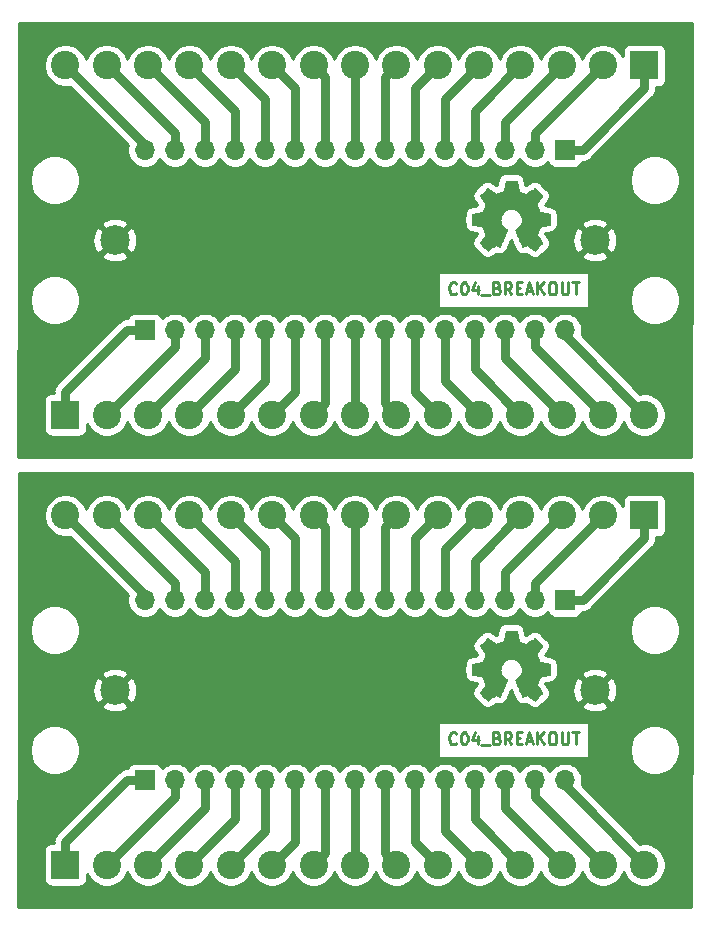
<source format=gbr>
G04 #@! TF.GenerationSoftware,KiCad,Pcbnew,5.1.5-52549c5~86~ubuntu18.04.1*
G04 #@! TF.CreationDate,2020-09-14T14:07:13-05:00*
G04 #@! TF.ProjectId,,58585858-5858-4585-9858-585858585858,rev?*
G04 #@! TF.SameCoordinates,Original*
G04 #@! TF.FileFunction,Copper,L1,Top*
G04 #@! TF.FilePolarity,Positive*
%FSLAX46Y46*%
G04 Gerber Fmt 4.6, Leading zero omitted, Abs format (unit mm)*
G04 Created by KiCad (PCBNEW 5.1.5-52549c5~86~ubuntu18.04.1) date 2020-09-14 14:07:13*
%MOMM*%
%LPD*%
G04 APERTURE LIST*
%ADD10C,0.250000*%
%ADD11C,0.010000*%
%ADD12C,2.499360*%
%ADD13R,2.400000X2.400000*%
%ADD14C,2.400000*%
%ADD15R,1.700000X1.700000*%
%ADD16O,1.700000X1.700000*%
%ADD17C,0.750000*%
%ADD18C,0.254000*%
G04 APERTURE END LIST*
D10*
X94480666Y-98121742D02*
X94433047Y-98169361D01*
X94290190Y-98216980D01*
X94194952Y-98216980D01*
X94052095Y-98169361D01*
X93956857Y-98074123D01*
X93909238Y-97978885D01*
X93861619Y-97788409D01*
X93861619Y-97645552D01*
X93909238Y-97455076D01*
X93956857Y-97359838D01*
X94052095Y-97264600D01*
X94194952Y-97216980D01*
X94290190Y-97216980D01*
X94433047Y-97264600D01*
X94480666Y-97312219D01*
X95099714Y-97216980D02*
X95194952Y-97216980D01*
X95290190Y-97264600D01*
X95337809Y-97312219D01*
X95385428Y-97407457D01*
X95433047Y-97597933D01*
X95433047Y-97836028D01*
X95385428Y-98026504D01*
X95337809Y-98121742D01*
X95290190Y-98169361D01*
X95194952Y-98216980D01*
X95099714Y-98216980D01*
X95004476Y-98169361D01*
X94956857Y-98121742D01*
X94909238Y-98026504D01*
X94861619Y-97836028D01*
X94861619Y-97597933D01*
X94909238Y-97407457D01*
X94956857Y-97312219D01*
X95004476Y-97264600D01*
X95099714Y-97216980D01*
X96290190Y-97550314D02*
X96290190Y-98216980D01*
X96052095Y-97169361D02*
X95814000Y-97883647D01*
X96433047Y-97883647D01*
X96575904Y-98312219D02*
X97337809Y-98312219D01*
X97909238Y-97693171D02*
X98052095Y-97740790D01*
X98099714Y-97788409D01*
X98147333Y-97883647D01*
X98147333Y-98026504D01*
X98099714Y-98121742D01*
X98052095Y-98169361D01*
X97956857Y-98216980D01*
X97575904Y-98216980D01*
X97575904Y-97216980D01*
X97909238Y-97216980D01*
X98004476Y-97264600D01*
X98052095Y-97312219D01*
X98099714Y-97407457D01*
X98099714Y-97502695D01*
X98052095Y-97597933D01*
X98004476Y-97645552D01*
X97909238Y-97693171D01*
X97575904Y-97693171D01*
X99147333Y-98216980D02*
X98814000Y-97740790D01*
X98575904Y-98216980D02*
X98575904Y-97216980D01*
X98956857Y-97216980D01*
X99052095Y-97264600D01*
X99099714Y-97312219D01*
X99147333Y-97407457D01*
X99147333Y-97550314D01*
X99099714Y-97645552D01*
X99052095Y-97693171D01*
X98956857Y-97740790D01*
X98575904Y-97740790D01*
X99575904Y-97693171D02*
X99909238Y-97693171D01*
X100052095Y-98216980D02*
X99575904Y-98216980D01*
X99575904Y-97216980D01*
X100052095Y-97216980D01*
X100433047Y-97931266D02*
X100909238Y-97931266D01*
X100337809Y-98216980D02*
X100671142Y-97216980D01*
X101004476Y-98216980D01*
X101337809Y-98216980D02*
X101337809Y-97216980D01*
X101909238Y-98216980D02*
X101480666Y-97645552D01*
X101909238Y-97216980D02*
X101337809Y-97788409D01*
X102528285Y-97216980D02*
X102718761Y-97216980D01*
X102814000Y-97264600D01*
X102909238Y-97359838D01*
X102956857Y-97550314D01*
X102956857Y-97883647D01*
X102909238Y-98074123D01*
X102814000Y-98169361D01*
X102718761Y-98216980D01*
X102528285Y-98216980D01*
X102433047Y-98169361D01*
X102337809Y-98074123D01*
X102290190Y-97883647D01*
X102290190Y-97550314D01*
X102337809Y-97359838D01*
X102433047Y-97264600D01*
X102528285Y-97216980D01*
X103385428Y-97216980D02*
X103385428Y-98026504D01*
X103433047Y-98121742D01*
X103480666Y-98169361D01*
X103575904Y-98216980D01*
X103766380Y-98216980D01*
X103861619Y-98169361D01*
X103909238Y-98121742D01*
X103956857Y-98026504D01*
X103956857Y-97216980D01*
X104290190Y-97216980D02*
X104861619Y-97216980D01*
X104575904Y-98216980D02*
X104575904Y-97216980D01*
X94480666Y-60021742D02*
X94433047Y-60069361D01*
X94290190Y-60116980D01*
X94194952Y-60116980D01*
X94052095Y-60069361D01*
X93956857Y-59974123D01*
X93909238Y-59878885D01*
X93861619Y-59688409D01*
X93861619Y-59545552D01*
X93909238Y-59355076D01*
X93956857Y-59259838D01*
X94052095Y-59164600D01*
X94194952Y-59116980D01*
X94290190Y-59116980D01*
X94433047Y-59164600D01*
X94480666Y-59212219D01*
X95099714Y-59116980D02*
X95194952Y-59116980D01*
X95290190Y-59164600D01*
X95337809Y-59212219D01*
X95385428Y-59307457D01*
X95433047Y-59497933D01*
X95433047Y-59736028D01*
X95385428Y-59926504D01*
X95337809Y-60021742D01*
X95290190Y-60069361D01*
X95194952Y-60116980D01*
X95099714Y-60116980D01*
X95004476Y-60069361D01*
X94956857Y-60021742D01*
X94909238Y-59926504D01*
X94861619Y-59736028D01*
X94861619Y-59497933D01*
X94909238Y-59307457D01*
X94956857Y-59212219D01*
X95004476Y-59164600D01*
X95099714Y-59116980D01*
X96290190Y-59450314D02*
X96290190Y-60116980D01*
X96052095Y-59069361D02*
X95814000Y-59783647D01*
X96433047Y-59783647D01*
X96575904Y-60212219D02*
X97337809Y-60212219D01*
X97909238Y-59593171D02*
X98052095Y-59640790D01*
X98099714Y-59688409D01*
X98147333Y-59783647D01*
X98147333Y-59926504D01*
X98099714Y-60021742D01*
X98052095Y-60069361D01*
X97956857Y-60116980D01*
X97575904Y-60116980D01*
X97575904Y-59116980D01*
X97909238Y-59116980D01*
X98004476Y-59164600D01*
X98052095Y-59212219D01*
X98099714Y-59307457D01*
X98099714Y-59402695D01*
X98052095Y-59497933D01*
X98004476Y-59545552D01*
X97909238Y-59593171D01*
X97575904Y-59593171D01*
X99147333Y-60116980D02*
X98814000Y-59640790D01*
X98575904Y-60116980D02*
X98575904Y-59116980D01*
X98956857Y-59116980D01*
X99052095Y-59164600D01*
X99099714Y-59212219D01*
X99147333Y-59307457D01*
X99147333Y-59450314D01*
X99099714Y-59545552D01*
X99052095Y-59593171D01*
X98956857Y-59640790D01*
X98575904Y-59640790D01*
X99575904Y-59593171D02*
X99909238Y-59593171D01*
X100052095Y-60116980D02*
X99575904Y-60116980D01*
X99575904Y-59116980D01*
X100052095Y-59116980D01*
X100433047Y-59831266D02*
X100909238Y-59831266D01*
X100337809Y-60116980D02*
X100671142Y-59116980D01*
X101004476Y-60116980D01*
X101337809Y-60116980D02*
X101337809Y-59116980D01*
X101909238Y-60116980D02*
X101480666Y-59545552D01*
X101909238Y-59116980D02*
X101337809Y-59688409D01*
X102528285Y-59116980D02*
X102718761Y-59116980D01*
X102814000Y-59164600D01*
X102909238Y-59259838D01*
X102956857Y-59450314D01*
X102956857Y-59783647D01*
X102909238Y-59974123D01*
X102814000Y-60069361D01*
X102718761Y-60116980D01*
X102528285Y-60116980D01*
X102433047Y-60069361D01*
X102337809Y-59974123D01*
X102290190Y-59783647D01*
X102290190Y-59450314D01*
X102337809Y-59259838D01*
X102433047Y-59164600D01*
X102528285Y-59116980D01*
X103385428Y-59116980D02*
X103385428Y-59926504D01*
X103433047Y-60021742D01*
X103480666Y-60069361D01*
X103575904Y-60116980D01*
X103766380Y-60116980D01*
X103861619Y-60069361D01*
X103909238Y-60021742D01*
X103956857Y-59926504D01*
X103956857Y-59116980D01*
X104290190Y-59116980D02*
X104861619Y-59116980D01*
X104575904Y-60116980D02*
X104575904Y-59116980D01*
D11*
G36*
X99666614Y-89035931D02*
G01*
X99750435Y-89480555D01*
X100059720Y-89608053D01*
X100369006Y-89735551D01*
X100740046Y-89483246D01*
X100843957Y-89412996D01*
X100937887Y-89350272D01*
X101017452Y-89297938D01*
X101078270Y-89258857D01*
X101115957Y-89235893D01*
X101126221Y-89230942D01*
X101144710Y-89243676D01*
X101184220Y-89278882D01*
X101240322Y-89332062D01*
X101308587Y-89398718D01*
X101384586Y-89474354D01*
X101463892Y-89554472D01*
X101542075Y-89634574D01*
X101614707Y-89710164D01*
X101677359Y-89776745D01*
X101725603Y-89829818D01*
X101755010Y-89864887D01*
X101762041Y-89876623D01*
X101751923Y-89898260D01*
X101723559Y-89945662D01*
X101679929Y-90014193D01*
X101624018Y-90099215D01*
X101558806Y-90196093D01*
X101521019Y-90251350D01*
X101452143Y-90352248D01*
X101390940Y-90443299D01*
X101340378Y-90519970D01*
X101303428Y-90577728D01*
X101283058Y-90612043D01*
X101279997Y-90619254D01*
X101286936Y-90639748D01*
X101305851Y-90687513D01*
X101333887Y-90755832D01*
X101368191Y-90837989D01*
X101405909Y-90927270D01*
X101444187Y-91016958D01*
X101480170Y-91100338D01*
X101511006Y-91170694D01*
X101533839Y-91221310D01*
X101545817Y-91245471D01*
X101546524Y-91246422D01*
X101565331Y-91251036D01*
X101615418Y-91261328D01*
X101691593Y-91276287D01*
X101788665Y-91294901D01*
X101901443Y-91316159D01*
X101967242Y-91328418D01*
X102087750Y-91351362D01*
X102196597Y-91373195D01*
X102288276Y-91392722D01*
X102357281Y-91408748D01*
X102398104Y-91420079D01*
X102406311Y-91423674D01*
X102414348Y-91448006D01*
X102420833Y-91502959D01*
X102425770Y-91582108D01*
X102429164Y-91679026D01*
X102431018Y-91787287D01*
X102431338Y-91900465D01*
X102430127Y-92012135D01*
X102427390Y-92115868D01*
X102423131Y-92205241D01*
X102417355Y-92273826D01*
X102410067Y-92315197D01*
X102405695Y-92323810D01*
X102379564Y-92334133D01*
X102324193Y-92348892D01*
X102246907Y-92366352D01*
X102155030Y-92384780D01*
X102122958Y-92390741D01*
X101968324Y-92419066D01*
X101846175Y-92441876D01*
X101752473Y-92460080D01*
X101683184Y-92474583D01*
X101634271Y-92486292D01*
X101601697Y-92496115D01*
X101581428Y-92504956D01*
X101569426Y-92513724D01*
X101567747Y-92515457D01*
X101550984Y-92543371D01*
X101525414Y-92597695D01*
X101493588Y-92671777D01*
X101458060Y-92758965D01*
X101421383Y-92852608D01*
X101386111Y-92946052D01*
X101354796Y-93032647D01*
X101329993Y-93105740D01*
X101314254Y-93158678D01*
X101310132Y-93184811D01*
X101310476Y-93185726D01*
X101324441Y-93207086D01*
X101356122Y-93254084D01*
X101402191Y-93321827D01*
X101459318Y-93405423D01*
X101524173Y-93499982D01*
X101542643Y-93526854D01*
X101608499Y-93624275D01*
X101666450Y-93713163D01*
X101713338Y-93788412D01*
X101746007Y-93844920D01*
X101761300Y-93877581D01*
X101762041Y-93881593D01*
X101749192Y-93902684D01*
X101713688Y-93944464D01*
X101660093Y-94002445D01*
X101592971Y-94072135D01*
X101516887Y-94149045D01*
X101436404Y-94228683D01*
X101356087Y-94306561D01*
X101280499Y-94378186D01*
X101214205Y-94439070D01*
X101161769Y-94484721D01*
X101127755Y-94510650D01*
X101118345Y-94514883D01*
X101096443Y-94504912D01*
X101051600Y-94478020D01*
X100991121Y-94438736D01*
X100944589Y-94407117D01*
X100860275Y-94349098D01*
X100760426Y-94280784D01*
X100660273Y-94212579D01*
X100606427Y-94176075D01*
X100424171Y-94052800D01*
X100271181Y-94135520D01*
X100201482Y-94171759D01*
X100142214Y-94199926D01*
X100102111Y-94215991D01*
X100091903Y-94218226D01*
X100079629Y-94201722D01*
X100055413Y-94155082D01*
X100021063Y-94082609D01*
X99978388Y-93988606D01*
X99929194Y-93877374D01*
X99875290Y-93753215D01*
X99818484Y-93620432D01*
X99760582Y-93483327D01*
X99703393Y-93346202D01*
X99648724Y-93213358D01*
X99598384Y-93089098D01*
X99554180Y-92977725D01*
X99517919Y-92883539D01*
X99491409Y-92810844D01*
X99476458Y-92763941D01*
X99474054Y-92747833D01*
X99493111Y-92727286D01*
X99534836Y-92693933D01*
X99590506Y-92654702D01*
X99595178Y-92651599D01*
X99739064Y-92536423D01*
X99855083Y-92402053D01*
X99942230Y-92252784D01*
X99999499Y-92092913D01*
X100025886Y-91926737D01*
X100020385Y-91758552D01*
X99981990Y-91592655D01*
X99909695Y-91433342D01*
X99888426Y-91398487D01*
X99777796Y-91257737D01*
X99647102Y-91144714D01*
X99500864Y-91060003D01*
X99343608Y-91004194D01*
X99179857Y-90977874D01*
X99014133Y-90981630D01*
X98850962Y-91016050D01*
X98694865Y-91081723D01*
X98550367Y-91179235D01*
X98505669Y-91218813D01*
X98391912Y-91342703D01*
X98309018Y-91473124D01*
X98252156Y-91619315D01*
X98220487Y-91764088D01*
X98212669Y-91926860D01*
X98238738Y-92090440D01*
X98296045Y-92249298D01*
X98381944Y-92397906D01*
X98493786Y-92530735D01*
X98628923Y-92642256D01*
X98646683Y-92654011D01*
X98702950Y-92692508D01*
X98745723Y-92725863D01*
X98766172Y-92747160D01*
X98766469Y-92747833D01*
X98762079Y-92770871D01*
X98744676Y-92823157D01*
X98716068Y-92900390D01*
X98678065Y-92998268D01*
X98632474Y-93112491D01*
X98581103Y-93238758D01*
X98525762Y-93372767D01*
X98468258Y-93510218D01*
X98410401Y-93646808D01*
X98353998Y-93778237D01*
X98300858Y-93900205D01*
X98252790Y-94008409D01*
X98211601Y-94098549D01*
X98179101Y-94166323D01*
X98157097Y-94207430D01*
X98148236Y-94218226D01*
X98121160Y-94209819D01*
X98070497Y-94187272D01*
X98004983Y-94154613D01*
X97968959Y-94135520D01*
X97815968Y-94052800D01*
X97633712Y-94176075D01*
X97540675Y-94239228D01*
X97438815Y-94308727D01*
X97343362Y-94374165D01*
X97295550Y-94407117D01*
X97228305Y-94452273D01*
X97171364Y-94488057D01*
X97132154Y-94509938D01*
X97119419Y-94514563D01*
X97100883Y-94502085D01*
X97059859Y-94467252D01*
X97000325Y-94413678D01*
X96926258Y-94344983D01*
X96841635Y-94264781D01*
X96788115Y-94213286D01*
X96694481Y-94121286D01*
X96613559Y-94038999D01*
X96548623Y-93969945D01*
X96502942Y-93917644D01*
X96479789Y-93885616D01*
X96477568Y-93879116D01*
X96487876Y-93854394D01*
X96516361Y-93804405D01*
X96559863Y-93734212D01*
X96615223Y-93648875D01*
X96679280Y-93553456D01*
X96697497Y-93526854D01*
X96763873Y-93430167D01*
X96823422Y-93343117D01*
X96872816Y-93270595D01*
X96908725Y-93217493D01*
X96927819Y-93188703D01*
X96929664Y-93185726D01*
X96926905Y-93162782D01*
X96912262Y-93112336D01*
X96888287Y-93041041D01*
X96857534Y-92955547D01*
X96822556Y-92862507D01*
X96785907Y-92768574D01*
X96750139Y-92680399D01*
X96717806Y-92604634D01*
X96691462Y-92547931D01*
X96673658Y-92516943D01*
X96672393Y-92515457D01*
X96661506Y-92506601D01*
X96643118Y-92497843D01*
X96613194Y-92488277D01*
X96567697Y-92476996D01*
X96502591Y-92463093D01*
X96413839Y-92445663D01*
X96297407Y-92423798D01*
X96149258Y-92396591D01*
X96117182Y-92390741D01*
X96022114Y-92372374D01*
X95939235Y-92354405D01*
X95875870Y-92338569D01*
X95839342Y-92326600D01*
X95834444Y-92323810D01*
X95826373Y-92299072D01*
X95819813Y-92243790D01*
X95814767Y-92164389D01*
X95811241Y-92067296D01*
X95809239Y-91958938D01*
X95808764Y-91845740D01*
X95809823Y-91734128D01*
X95812418Y-91630529D01*
X95816554Y-91541368D01*
X95822237Y-91473072D01*
X95829469Y-91432066D01*
X95833829Y-91423674D01*
X95858102Y-91415208D01*
X95913374Y-91401435D01*
X95994138Y-91383550D01*
X96094888Y-91362748D01*
X96210117Y-91340223D01*
X96272898Y-91328418D01*
X96392013Y-91306151D01*
X96498235Y-91285979D01*
X96586373Y-91268915D01*
X96651234Y-91255969D01*
X96687626Y-91248155D01*
X96693616Y-91246422D01*
X96703739Y-91226890D01*
X96725138Y-91179843D01*
X96754961Y-91112003D01*
X96790355Y-91030091D01*
X96828468Y-90940828D01*
X96866447Y-90850935D01*
X96901440Y-90767135D01*
X96930594Y-90696147D01*
X96951057Y-90644694D01*
X96959977Y-90619497D01*
X96960143Y-90618396D01*
X96950031Y-90598519D01*
X96921683Y-90552777D01*
X96878077Y-90485717D01*
X96822194Y-90401884D01*
X96757013Y-90305826D01*
X96719121Y-90250650D01*
X96650075Y-90149481D01*
X96588750Y-90057630D01*
X96538137Y-89979744D01*
X96501229Y-89920469D01*
X96481018Y-89884451D01*
X96478099Y-89876377D01*
X96490647Y-89857584D01*
X96525337Y-89817457D01*
X96577737Y-89760493D01*
X96643416Y-89691185D01*
X96717944Y-89614031D01*
X96796887Y-89533525D01*
X96875817Y-89454163D01*
X96950300Y-89380440D01*
X97015906Y-89316852D01*
X97068204Y-89267894D01*
X97102761Y-89238061D01*
X97114322Y-89230942D01*
X97133146Y-89240953D01*
X97178169Y-89269078D01*
X97245013Y-89312454D01*
X97329301Y-89368218D01*
X97426656Y-89433506D01*
X97500093Y-89483246D01*
X97871133Y-89735551D01*
X98489705Y-89480555D01*
X98573525Y-89035931D01*
X98657346Y-88591307D01*
X99582794Y-88591307D01*
X99666614Y-89035931D01*
G37*
X99666614Y-89035931D02*
X99750435Y-89480555D01*
X100059720Y-89608053D01*
X100369006Y-89735551D01*
X100740046Y-89483246D01*
X100843957Y-89412996D01*
X100937887Y-89350272D01*
X101017452Y-89297938D01*
X101078270Y-89258857D01*
X101115957Y-89235893D01*
X101126221Y-89230942D01*
X101144710Y-89243676D01*
X101184220Y-89278882D01*
X101240322Y-89332062D01*
X101308587Y-89398718D01*
X101384586Y-89474354D01*
X101463892Y-89554472D01*
X101542075Y-89634574D01*
X101614707Y-89710164D01*
X101677359Y-89776745D01*
X101725603Y-89829818D01*
X101755010Y-89864887D01*
X101762041Y-89876623D01*
X101751923Y-89898260D01*
X101723559Y-89945662D01*
X101679929Y-90014193D01*
X101624018Y-90099215D01*
X101558806Y-90196093D01*
X101521019Y-90251350D01*
X101452143Y-90352248D01*
X101390940Y-90443299D01*
X101340378Y-90519970D01*
X101303428Y-90577728D01*
X101283058Y-90612043D01*
X101279997Y-90619254D01*
X101286936Y-90639748D01*
X101305851Y-90687513D01*
X101333887Y-90755832D01*
X101368191Y-90837989D01*
X101405909Y-90927270D01*
X101444187Y-91016958D01*
X101480170Y-91100338D01*
X101511006Y-91170694D01*
X101533839Y-91221310D01*
X101545817Y-91245471D01*
X101546524Y-91246422D01*
X101565331Y-91251036D01*
X101615418Y-91261328D01*
X101691593Y-91276287D01*
X101788665Y-91294901D01*
X101901443Y-91316159D01*
X101967242Y-91328418D01*
X102087750Y-91351362D01*
X102196597Y-91373195D01*
X102288276Y-91392722D01*
X102357281Y-91408748D01*
X102398104Y-91420079D01*
X102406311Y-91423674D01*
X102414348Y-91448006D01*
X102420833Y-91502959D01*
X102425770Y-91582108D01*
X102429164Y-91679026D01*
X102431018Y-91787287D01*
X102431338Y-91900465D01*
X102430127Y-92012135D01*
X102427390Y-92115868D01*
X102423131Y-92205241D01*
X102417355Y-92273826D01*
X102410067Y-92315197D01*
X102405695Y-92323810D01*
X102379564Y-92334133D01*
X102324193Y-92348892D01*
X102246907Y-92366352D01*
X102155030Y-92384780D01*
X102122958Y-92390741D01*
X101968324Y-92419066D01*
X101846175Y-92441876D01*
X101752473Y-92460080D01*
X101683184Y-92474583D01*
X101634271Y-92486292D01*
X101601697Y-92496115D01*
X101581428Y-92504956D01*
X101569426Y-92513724D01*
X101567747Y-92515457D01*
X101550984Y-92543371D01*
X101525414Y-92597695D01*
X101493588Y-92671777D01*
X101458060Y-92758965D01*
X101421383Y-92852608D01*
X101386111Y-92946052D01*
X101354796Y-93032647D01*
X101329993Y-93105740D01*
X101314254Y-93158678D01*
X101310132Y-93184811D01*
X101310476Y-93185726D01*
X101324441Y-93207086D01*
X101356122Y-93254084D01*
X101402191Y-93321827D01*
X101459318Y-93405423D01*
X101524173Y-93499982D01*
X101542643Y-93526854D01*
X101608499Y-93624275D01*
X101666450Y-93713163D01*
X101713338Y-93788412D01*
X101746007Y-93844920D01*
X101761300Y-93877581D01*
X101762041Y-93881593D01*
X101749192Y-93902684D01*
X101713688Y-93944464D01*
X101660093Y-94002445D01*
X101592971Y-94072135D01*
X101516887Y-94149045D01*
X101436404Y-94228683D01*
X101356087Y-94306561D01*
X101280499Y-94378186D01*
X101214205Y-94439070D01*
X101161769Y-94484721D01*
X101127755Y-94510650D01*
X101118345Y-94514883D01*
X101096443Y-94504912D01*
X101051600Y-94478020D01*
X100991121Y-94438736D01*
X100944589Y-94407117D01*
X100860275Y-94349098D01*
X100760426Y-94280784D01*
X100660273Y-94212579D01*
X100606427Y-94176075D01*
X100424171Y-94052800D01*
X100271181Y-94135520D01*
X100201482Y-94171759D01*
X100142214Y-94199926D01*
X100102111Y-94215991D01*
X100091903Y-94218226D01*
X100079629Y-94201722D01*
X100055413Y-94155082D01*
X100021063Y-94082609D01*
X99978388Y-93988606D01*
X99929194Y-93877374D01*
X99875290Y-93753215D01*
X99818484Y-93620432D01*
X99760582Y-93483327D01*
X99703393Y-93346202D01*
X99648724Y-93213358D01*
X99598384Y-93089098D01*
X99554180Y-92977725D01*
X99517919Y-92883539D01*
X99491409Y-92810844D01*
X99476458Y-92763941D01*
X99474054Y-92747833D01*
X99493111Y-92727286D01*
X99534836Y-92693933D01*
X99590506Y-92654702D01*
X99595178Y-92651599D01*
X99739064Y-92536423D01*
X99855083Y-92402053D01*
X99942230Y-92252784D01*
X99999499Y-92092913D01*
X100025886Y-91926737D01*
X100020385Y-91758552D01*
X99981990Y-91592655D01*
X99909695Y-91433342D01*
X99888426Y-91398487D01*
X99777796Y-91257737D01*
X99647102Y-91144714D01*
X99500864Y-91060003D01*
X99343608Y-91004194D01*
X99179857Y-90977874D01*
X99014133Y-90981630D01*
X98850962Y-91016050D01*
X98694865Y-91081723D01*
X98550367Y-91179235D01*
X98505669Y-91218813D01*
X98391912Y-91342703D01*
X98309018Y-91473124D01*
X98252156Y-91619315D01*
X98220487Y-91764088D01*
X98212669Y-91926860D01*
X98238738Y-92090440D01*
X98296045Y-92249298D01*
X98381944Y-92397906D01*
X98493786Y-92530735D01*
X98628923Y-92642256D01*
X98646683Y-92654011D01*
X98702950Y-92692508D01*
X98745723Y-92725863D01*
X98766172Y-92747160D01*
X98766469Y-92747833D01*
X98762079Y-92770871D01*
X98744676Y-92823157D01*
X98716068Y-92900390D01*
X98678065Y-92998268D01*
X98632474Y-93112491D01*
X98581103Y-93238758D01*
X98525762Y-93372767D01*
X98468258Y-93510218D01*
X98410401Y-93646808D01*
X98353998Y-93778237D01*
X98300858Y-93900205D01*
X98252790Y-94008409D01*
X98211601Y-94098549D01*
X98179101Y-94166323D01*
X98157097Y-94207430D01*
X98148236Y-94218226D01*
X98121160Y-94209819D01*
X98070497Y-94187272D01*
X98004983Y-94154613D01*
X97968959Y-94135520D01*
X97815968Y-94052800D01*
X97633712Y-94176075D01*
X97540675Y-94239228D01*
X97438815Y-94308727D01*
X97343362Y-94374165D01*
X97295550Y-94407117D01*
X97228305Y-94452273D01*
X97171364Y-94488057D01*
X97132154Y-94509938D01*
X97119419Y-94514563D01*
X97100883Y-94502085D01*
X97059859Y-94467252D01*
X97000325Y-94413678D01*
X96926258Y-94344983D01*
X96841635Y-94264781D01*
X96788115Y-94213286D01*
X96694481Y-94121286D01*
X96613559Y-94038999D01*
X96548623Y-93969945D01*
X96502942Y-93917644D01*
X96479789Y-93885616D01*
X96477568Y-93879116D01*
X96487876Y-93854394D01*
X96516361Y-93804405D01*
X96559863Y-93734212D01*
X96615223Y-93648875D01*
X96679280Y-93553456D01*
X96697497Y-93526854D01*
X96763873Y-93430167D01*
X96823422Y-93343117D01*
X96872816Y-93270595D01*
X96908725Y-93217493D01*
X96927819Y-93188703D01*
X96929664Y-93185726D01*
X96926905Y-93162782D01*
X96912262Y-93112336D01*
X96888287Y-93041041D01*
X96857534Y-92955547D01*
X96822556Y-92862507D01*
X96785907Y-92768574D01*
X96750139Y-92680399D01*
X96717806Y-92604634D01*
X96691462Y-92547931D01*
X96673658Y-92516943D01*
X96672393Y-92515457D01*
X96661506Y-92506601D01*
X96643118Y-92497843D01*
X96613194Y-92488277D01*
X96567697Y-92476996D01*
X96502591Y-92463093D01*
X96413839Y-92445663D01*
X96297407Y-92423798D01*
X96149258Y-92396591D01*
X96117182Y-92390741D01*
X96022114Y-92372374D01*
X95939235Y-92354405D01*
X95875870Y-92338569D01*
X95839342Y-92326600D01*
X95834444Y-92323810D01*
X95826373Y-92299072D01*
X95819813Y-92243790D01*
X95814767Y-92164389D01*
X95811241Y-92067296D01*
X95809239Y-91958938D01*
X95808764Y-91845740D01*
X95809823Y-91734128D01*
X95812418Y-91630529D01*
X95816554Y-91541368D01*
X95822237Y-91473072D01*
X95829469Y-91432066D01*
X95833829Y-91423674D01*
X95858102Y-91415208D01*
X95913374Y-91401435D01*
X95994138Y-91383550D01*
X96094888Y-91362748D01*
X96210117Y-91340223D01*
X96272898Y-91328418D01*
X96392013Y-91306151D01*
X96498235Y-91285979D01*
X96586373Y-91268915D01*
X96651234Y-91255969D01*
X96687626Y-91248155D01*
X96693616Y-91246422D01*
X96703739Y-91226890D01*
X96725138Y-91179843D01*
X96754961Y-91112003D01*
X96790355Y-91030091D01*
X96828468Y-90940828D01*
X96866447Y-90850935D01*
X96901440Y-90767135D01*
X96930594Y-90696147D01*
X96951057Y-90644694D01*
X96959977Y-90619497D01*
X96960143Y-90618396D01*
X96950031Y-90598519D01*
X96921683Y-90552777D01*
X96878077Y-90485717D01*
X96822194Y-90401884D01*
X96757013Y-90305826D01*
X96719121Y-90250650D01*
X96650075Y-90149481D01*
X96588750Y-90057630D01*
X96538137Y-89979744D01*
X96501229Y-89920469D01*
X96481018Y-89884451D01*
X96478099Y-89876377D01*
X96490647Y-89857584D01*
X96525337Y-89817457D01*
X96577737Y-89760493D01*
X96643416Y-89691185D01*
X96717944Y-89614031D01*
X96796887Y-89533525D01*
X96875817Y-89454163D01*
X96950300Y-89380440D01*
X97015906Y-89316852D01*
X97068204Y-89267894D01*
X97102761Y-89238061D01*
X97114322Y-89230942D01*
X97133146Y-89240953D01*
X97178169Y-89269078D01*
X97245013Y-89312454D01*
X97329301Y-89368218D01*
X97426656Y-89433506D01*
X97500093Y-89483246D01*
X97871133Y-89735551D01*
X98489705Y-89480555D01*
X98573525Y-89035931D01*
X98657346Y-88591307D01*
X99582794Y-88591307D01*
X99666614Y-89035931D01*
G36*
X99666614Y-50935931D02*
G01*
X99750435Y-51380555D01*
X100059720Y-51508053D01*
X100369006Y-51635551D01*
X100740046Y-51383246D01*
X100843957Y-51312996D01*
X100937887Y-51250272D01*
X101017452Y-51197938D01*
X101078270Y-51158857D01*
X101115957Y-51135893D01*
X101126221Y-51130942D01*
X101144710Y-51143676D01*
X101184220Y-51178882D01*
X101240322Y-51232062D01*
X101308587Y-51298718D01*
X101384586Y-51374354D01*
X101463892Y-51454472D01*
X101542075Y-51534574D01*
X101614707Y-51610164D01*
X101677359Y-51676745D01*
X101725603Y-51729818D01*
X101755010Y-51764887D01*
X101762041Y-51776623D01*
X101751923Y-51798260D01*
X101723559Y-51845662D01*
X101679929Y-51914193D01*
X101624018Y-51999215D01*
X101558806Y-52096093D01*
X101521019Y-52151350D01*
X101452143Y-52252248D01*
X101390940Y-52343299D01*
X101340378Y-52419970D01*
X101303428Y-52477728D01*
X101283058Y-52512043D01*
X101279997Y-52519254D01*
X101286936Y-52539748D01*
X101305851Y-52587513D01*
X101333887Y-52655832D01*
X101368191Y-52737989D01*
X101405909Y-52827270D01*
X101444187Y-52916958D01*
X101480170Y-53000338D01*
X101511006Y-53070694D01*
X101533839Y-53121310D01*
X101545817Y-53145471D01*
X101546524Y-53146422D01*
X101565331Y-53151036D01*
X101615418Y-53161328D01*
X101691593Y-53176287D01*
X101788665Y-53194901D01*
X101901443Y-53216159D01*
X101967242Y-53228418D01*
X102087750Y-53251362D01*
X102196597Y-53273195D01*
X102288276Y-53292722D01*
X102357281Y-53308748D01*
X102398104Y-53320079D01*
X102406311Y-53323674D01*
X102414348Y-53348006D01*
X102420833Y-53402959D01*
X102425770Y-53482108D01*
X102429164Y-53579026D01*
X102431018Y-53687287D01*
X102431338Y-53800465D01*
X102430127Y-53912135D01*
X102427390Y-54015868D01*
X102423131Y-54105241D01*
X102417355Y-54173826D01*
X102410067Y-54215197D01*
X102405695Y-54223810D01*
X102379564Y-54234133D01*
X102324193Y-54248892D01*
X102246907Y-54266352D01*
X102155030Y-54284780D01*
X102122958Y-54290741D01*
X101968324Y-54319066D01*
X101846175Y-54341876D01*
X101752473Y-54360080D01*
X101683184Y-54374583D01*
X101634271Y-54386292D01*
X101601697Y-54396115D01*
X101581428Y-54404956D01*
X101569426Y-54413724D01*
X101567747Y-54415457D01*
X101550984Y-54443371D01*
X101525414Y-54497695D01*
X101493588Y-54571777D01*
X101458060Y-54658965D01*
X101421383Y-54752608D01*
X101386111Y-54846052D01*
X101354796Y-54932647D01*
X101329993Y-55005740D01*
X101314254Y-55058678D01*
X101310132Y-55084811D01*
X101310476Y-55085726D01*
X101324441Y-55107086D01*
X101356122Y-55154084D01*
X101402191Y-55221827D01*
X101459318Y-55305423D01*
X101524173Y-55399982D01*
X101542643Y-55426854D01*
X101608499Y-55524275D01*
X101666450Y-55613163D01*
X101713338Y-55688412D01*
X101746007Y-55744920D01*
X101761300Y-55777581D01*
X101762041Y-55781593D01*
X101749192Y-55802684D01*
X101713688Y-55844464D01*
X101660093Y-55902445D01*
X101592971Y-55972135D01*
X101516887Y-56049045D01*
X101436404Y-56128683D01*
X101356087Y-56206561D01*
X101280499Y-56278186D01*
X101214205Y-56339070D01*
X101161769Y-56384721D01*
X101127755Y-56410650D01*
X101118345Y-56414883D01*
X101096443Y-56404912D01*
X101051600Y-56378020D01*
X100991121Y-56338736D01*
X100944589Y-56307117D01*
X100860275Y-56249098D01*
X100760426Y-56180784D01*
X100660273Y-56112579D01*
X100606427Y-56076075D01*
X100424171Y-55952800D01*
X100271181Y-56035520D01*
X100201482Y-56071759D01*
X100142214Y-56099926D01*
X100102111Y-56115991D01*
X100091903Y-56118226D01*
X100079629Y-56101722D01*
X100055413Y-56055082D01*
X100021063Y-55982609D01*
X99978388Y-55888606D01*
X99929194Y-55777374D01*
X99875290Y-55653215D01*
X99818484Y-55520432D01*
X99760582Y-55383327D01*
X99703393Y-55246202D01*
X99648724Y-55113358D01*
X99598384Y-54989098D01*
X99554180Y-54877725D01*
X99517919Y-54783539D01*
X99491409Y-54710844D01*
X99476458Y-54663941D01*
X99474054Y-54647833D01*
X99493111Y-54627286D01*
X99534836Y-54593933D01*
X99590506Y-54554702D01*
X99595178Y-54551599D01*
X99739064Y-54436423D01*
X99855083Y-54302053D01*
X99942230Y-54152784D01*
X99999499Y-53992913D01*
X100025886Y-53826737D01*
X100020385Y-53658552D01*
X99981990Y-53492655D01*
X99909695Y-53333342D01*
X99888426Y-53298487D01*
X99777796Y-53157737D01*
X99647102Y-53044714D01*
X99500864Y-52960003D01*
X99343608Y-52904194D01*
X99179857Y-52877874D01*
X99014133Y-52881630D01*
X98850962Y-52916050D01*
X98694865Y-52981723D01*
X98550367Y-53079235D01*
X98505669Y-53118813D01*
X98391912Y-53242703D01*
X98309018Y-53373124D01*
X98252156Y-53519315D01*
X98220487Y-53664088D01*
X98212669Y-53826860D01*
X98238738Y-53990440D01*
X98296045Y-54149298D01*
X98381944Y-54297906D01*
X98493786Y-54430735D01*
X98628923Y-54542256D01*
X98646683Y-54554011D01*
X98702950Y-54592508D01*
X98745723Y-54625863D01*
X98766172Y-54647160D01*
X98766469Y-54647833D01*
X98762079Y-54670871D01*
X98744676Y-54723157D01*
X98716068Y-54800390D01*
X98678065Y-54898268D01*
X98632474Y-55012491D01*
X98581103Y-55138758D01*
X98525762Y-55272767D01*
X98468258Y-55410218D01*
X98410401Y-55546808D01*
X98353998Y-55678237D01*
X98300858Y-55800205D01*
X98252790Y-55908409D01*
X98211601Y-55998549D01*
X98179101Y-56066323D01*
X98157097Y-56107430D01*
X98148236Y-56118226D01*
X98121160Y-56109819D01*
X98070497Y-56087272D01*
X98004983Y-56054613D01*
X97968959Y-56035520D01*
X97815968Y-55952800D01*
X97633712Y-56076075D01*
X97540675Y-56139228D01*
X97438815Y-56208727D01*
X97343362Y-56274165D01*
X97295550Y-56307117D01*
X97228305Y-56352273D01*
X97171364Y-56388057D01*
X97132154Y-56409938D01*
X97119419Y-56414563D01*
X97100883Y-56402085D01*
X97059859Y-56367252D01*
X97000325Y-56313678D01*
X96926258Y-56244983D01*
X96841635Y-56164781D01*
X96788115Y-56113286D01*
X96694481Y-56021286D01*
X96613559Y-55938999D01*
X96548623Y-55869945D01*
X96502942Y-55817644D01*
X96479789Y-55785616D01*
X96477568Y-55779116D01*
X96487876Y-55754394D01*
X96516361Y-55704405D01*
X96559863Y-55634212D01*
X96615223Y-55548875D01*
X96679280Y-55453456D01*
X96697497Y-55426854D01*
X96763873Y-55330167D01*
X96823422Y-55243117D01*
X96872816Y-55170595D01*
X96908725Y-55117493D01*
X96927819Y-55088703D01*
X96929664Y-55085726D01*
X96926905Y-55062782D01*
X96912262Y-55012336D01*
X96888287Y-54941041D01*
X96857534Y-54855547D01*
X96822556Y-54762507D01*
X96785907Y-54668574D01*
X96750139Y-54580399D01*
X96717806Y-54504634D01*
X96691462Y-54447931D01*
X96673658Y-54416943D01*
X96672393Y-54415457D01*
X96661506Y-54406601D01*
X96643118Y-54397843D01*
X96613194Y-54388277D01*
X96567697Y-54376996D01*
X96502591Y-54363093D01*
X96413839Y-54345663D01*
X96297407Y-54323798D01*
X96149258Y-54296591D01*
X96117182Y-54290741D01*
X96022114Y-54272374D01*
X95939235Y-54254405D01*
X95875870Y-54238569D01*
X95839342Y-54226600D01*
X95834444Y-54223810D01*
X95826373Y-54199072D01*
X95819813Y-54143790D01*
X95814767Y-54064389D01*
X95811241Y-53967296D01*
X95809239Y-53858938D01*
X95808764Y-53745740D01*
X95809823Y-53634128D01*
X95812418Y-53530529D01*
X95816554Y-53441368D01*
X95822237Y-53373072D01*
X95829469Y-53332066D01*
X95833829Y-53323674D01*
X95858102Y-53315208D01*
X95913374Y-53301435D01*
X95994138Y-53283550D01*
X96094888Y-53262748D01*
X96210117Y-53240223D01*
X96272898Y-53228418D01*
X96392013Y-53206151D01*
X96498235Y-53185979D01*
X96586373Y-53168915D01*
X96651234Y-53155969D01*
X96687626Y-53148155D01*
X96693616Y-53146422D01*
X96703739Y-53126890D01*
X96725138Y-53079843D01*
X96754961Y-53012003D01*
X96790355Y-52930091D01*
X96828468Y-52840828D01*
X96866447Y-52750935D01*
X96901440Y-52667135D01*
X96930594Y-52596147D01*
X96951057Y-52544694D01*
X96959977Y-52519497D01*
X96960143Y-52518396D01*
X96950031Y-52498519D01*
X96921683Y-52452777D01*
X96878077Y-52385717D01*
X96822194Y-52301884D01*
X96757013Y-52205826D01*
X96719121Y-52150650D01*
X96650075Y-52049481D01*
X96588750Y-51957630D01*
X96538137Y-51879744D01*
X96501229Y-51820469D01*
X96481018Y-51784451D01*
X96478099Y-51776377D01*
X96490647Y-51757584D01*
X96525337Y-51717457D01*
X96577737Y-51660493D01*
X96643416Y-51591185D01*
X96717944Y-51514031D01*
X96796887Y-51433525D01*
X96875817Y-51354163D01*
X96950300Y-51280440D01*
X97015906Y-51216852D01*
X97068204Y-51167894D01*
X97102761Y-51138061D01*
X97114322Y-51130942D01*
X97133146Y-51140953D01*
X97178169Y-51169078D01*
X97245013Y-51212454D01*
X97329301Y-51268218D01*
X97426656Y-51333506D01*
X97500093Y-51383246D01*
X97871133Y-51635551D01*
X98489705Y-51380555D01*
X98573525Y-50935931D01*
X98657346Y-50491307D01*
X99582794Y-50491307D01*
X99666614Y-50935931D01*
G37*
X99666614Y-50935931D02*
X99750435Y-51380555D01*
X100059720Y-51508053D01*
X100369006Y-51635551D01*
X100740046Y-51383246D01*
X100843957Y-51312996D01*
X100937887Y-51250272D01*
X101017452Y-51197938D01*
X101078270Y-51158857D01*
X101115957Y-51135893D01*
X101126221Y-51130942D01*
X101144710Y-51143676D01*
X101184220Y-51178882D01*
X101240322Y-51232062D01*
X101308587Y-51298718D01*
X101384586Y-51374354D01*
X101463892Y-51454472D01*
X101542075Y-51534574D01*
X101614707Y-51610164D01*
X101677359Y-51676745D01*
X101725603Y-51729818D01*
X101755010Y-51764887D01*
X101762041Y-51776623D01*
X101751923Y-51798260D01*
X101723559Y-51845662D01*
X101679929Y-51914193D01*
X101624018Y-51999215D01*
X101558806Y-52096093D01*
X101521019Y-52151350D01*
X101452143Y-52252248D01*
X101390940Y-52343299D01*
X101340378Y-52419970D01*
X101303428Y-52477728D01*
X101283058Y-52512043D01*
X101279997Y-52519254D01*
X101286936Y-52539748D01*
X101305851Y-52587513D01*
X101333887Y-52655832D01*
X101368191Y-52737989D01*
X101405909Y-52827270D01*
X101444187Y-52916958D01*
X101480170Y-53000338D01*
X101511006Y-53070694D01*
X101533839Y-53121310D01*
X101545817Y-53145471D01*
X101546524Y-53146422D01*
X101565331Y-53151036D01*
X101615418Y-53161328D01*
X101691593Y-53176287D01*
X101788665Y-53194901D01*
X101901443Y-53216159D01*
X101967242Y-53228418D01*
X102087750Y-53251362D01*
X102196597Y-53273195D01*
X102288276Y-53292722D01*
X102357281Y-53308748D01*
X102398104Y-53320079D01*
X102406311Y-53323674D01*
X102414348Y-53348006D01*
X102420833Y-53402959D01*
X102425770Y-53482108D01*
X102429164Y-53579026D01*
X102431018Y-53687287D01*
X102431338Y-53800465D01*
X102430127Y-53912135D01*
X102427390Y-54015868D01*
X102423131Y-54105241D01*
X102417355Y-54173826D01*
X102410067Y-54215197D01*
X102405695Y-54223810D01*
X102379564Y-54234133D01*
X102324193Y-54248892D01*
X102246907Y-54266352D01*
X102155030Y-54284780D01*
X102122958Y-54290741D01*
X101968324Y-54319066D01*
X101846175Y-54341876D01*
X101752473Y-54360080D01*
X101683184Y-54374583D01*
X101634271Y-54386292D01*
X101601697Y-54396115D01*
X101581428Y-54404956D01*
X101569426Y-54413724D01*
X101567747Y-54415457D01*
X101550984Y-54443371D01*
X101525414Y-54497695D01*
X101493588Y-54571777D01*
X101458060Y-54658965D01*
X101421383Y-54752608D01*
X101386111Y-54846052D01*
X101354796Y-54932647D01*
X101329993Y-55005740D01*
X101314254Y-55058678D01*
X101310132Y-55084811D01*
X101310476Y-55085726D01*
X101324441Y-55107086D01*
X101356122Y-55154084D01*
X101402191Y-55221827D01*
X101459318Y-55305423D01*
X101524173Y-55399982D01*
X101542643Y-55426854D01*
X101608499Y-55524275D01*
X101666450Y-55613163D01*
X101713338Y-55688412D01*
X101746007Y-55744920D01*
X101761300Y-55777581D01*
X101762041Y-55781593D01*
X101749192Y-55802684D01*
X101713688Y-55844464D01*
X101660093Y-55902445D01*
X101592971Y-55972135D01*
X101516887Y-56049045D01*
X101436404Y-56128683D01*
X101356087Y-56206561D01*
X101280499Y-56278186D01*
X101214205Y-56339070D01*
X101161769Y-56384721D01*
X101127755Y-56410650D01*
X101118345Y-56414883D01*
X101096443Y-56404912D01*
X101051600Y-56378020D01*
X100991121Y-56338736D01*
X100944589Y-56307117D01*
X100860275Y-56249098D01*
X100760426Y-56180784D01*
X100660273Y-56112579D01*
X100606427Y-56076075D01*
X100424171Y-55952800D01*
X100271181Y-56035520D01*
X100201482Y-56071759D01*
X100142214Y-56099926D01*
X100102111Y-56115991D01*
X100091903Y-56118226D01*
X100079629Y-56101722D01*
X100055413Y-56055082D01*
X100021063Y-55982609D01*
X99978388Y-55888606D01*
X99929194Y-55777374D01*
X99875290Y-55653215D01*
X99818484Y-55520432D01*
X99760582Y-55383327D01*
X99703393Y-55246202D01*
X99648724Y-55113358D01*
X99598384Y-54989098D01*
X99554180Y-54877725D01*
X99517919Y-54783539D01*
X99491409Y-54710844D01*
X99476458Y-54663941D01*
X99474054Y-54647833D01*
X99493111Y-54627286D01*
X99534836Y-54593933D01*
X99590506Y-54554702D01*
X99595178Y-54551599D01*
X99739064Y-54436423D01*
X99855083Y-54302053D01*
X99942230Y-54152784D01*
X99999499Y-53992913D01*
X100025886Y-53826737D01*
X100020385Y-53658552D01*
X99981990Y-53492655D01*
X99909695Y-53333342D01*
X99888426Y-53298487D01*
X99777796Y-53157737D01*
X99647102Y-53044714D01*
X99500864Y-52960003D01*
X99343608Y-52904194D01*
X99179857Y-52877874D01*
X99014133Y-52881630D01*
X98850962Y-52916050D01*
X98694865Y-52981723D01*
X98550367Y-53079235D01*
X98505669Y-53118813D01*
X98391912Y-53242703D01*
X98309018Y-53373124D01*
X98252156Y-53519315D01*
X98220487Y-53664088D01*
X98212669Y-53826860D01*
X98238738Y-53990440D01*
X98296045Y-54149298D01*
X98381944Y-54297906D01*
X98493786Y-54430735D01*
X98628923Y-54542256D01*
X98646683Y-54554011D01*
X98702950Y-54592508D01*
X98745723Y-54625863D01*
X98766172Y-54647160D01*
X98766469Y-54647833D01*
X98762079Y-54670871D01*
X98744676Y-54723157D01*
X98716068Y-54800390D01*
X98678065Y-54898268D01*
X98632474Y-55012491D01*
X98581103Y-55138758D01*
X98525762Y-55272767D01*
X98468258Y-55410218D01*
X98410401Y-55546808D01*
X98353998Y-55678237D01*
X98300858Y-55800205D01*
X98252790Y-55908409D01*
X98211601Y-55998549D01*
X98179101Y-56066323D01*
X98157097Y-56107430D01*
X98148236Y-56118226D01*
X98121160Y-56109819D01*
X98070497Y-56087272D01*
X98004983Y-56054613D01*
X97968959Y-56035520D01*
X97815968Y-55952800D01*
X97633712Y-56076075D01*
X97540675Y-56139228D01*
X97438815Y-56208727D01*
X97343362Y-56274165D01*
X97295550Y-56307117D01*
X97228305Y-56352273D01*
X97171364Y-56388057D01*
X97132154Y-56409938D01*
X97119419Y-56414563D01*
X97100883Y-56402085D01*
X97059859Y-56367252D01*
X97000325Y-56313678D01*
X96926258Y-56244983D01*
X96841635Y-56164781D01*
X96788115Y-56113286D01*
X96694481Y-56021286D01*
X96613559Y-55938999D01*
X96548623Y-55869945D01*
X96502942Y-55817644D01*
X96479789Y-55785616D01*
X96477568Y-55779116D01*
X96487876Y-55754394D01*
X96516361Y-55704405D01*
X96559863Y-55634212D01*
X96615223Y-55548875D01*
X96679280Y-55453456D01*
X96697497Y-55426854D01*
X96763873Y-55330167D01*
X96823422Y-55243117D01*
X96872816Y-55170595D01*
X96908725Y-55117493D01*
X96927819Y-55088703D01*
X96929664Y-55085726D01*
X96926905Y-55062782D01*
X96912262Y-55012336D01*
X96888287Y-54941041D01*
X96857534Y-54855547D01*
X96822556Y-54762507D01*
X96785907Y-54668574D01*
X96750139Y-54580399D01*
X96717806Y-54504634D01*
X96691462Y-54447931D01*
X96673658Y-54416943D01*
X96672393Y-54415457D01*
X96661506Y-54406601D01*
X96643118Y-54397843D01*
X96613194Y-54388277D01*
X96567697Y-54376996D01*
X96502591Y-54363093D01*
X96413839Y-54345663D01*
X96297407Y-54323798D01*
X96149258Y-54296591D01*
X96117182Y-54290741D01*
X96022114Y-54272374D01*
X95939235Y-54254405D01*
X95875870Y-54238569D01*
X95839342Y-54226600D01*
X95834444Y-54223810D01*
X95826373Y-54199072D01*
X95819813Y-54143790D01*
X95814767Y-54064389D01*
X95811241Y-53967296D01*
X95809239Y-53858938D01*
X95808764Y-53745740D01*
X95809823Y-53634128D01*
X95812418Y-53530529D01*
X95816554Y-53441368D01*
X95822237Y-53373072D01*
X95829469Y-53332066D01*
X95833829Y-53323674D01*
X95858102Y-53315208D01*
X95913374Y-53301435D01*
X95994138Y-53283550D01*
X96094888Y-53262748D01*
X96210117Y-53240223D01*
X96272898Y-53228418D01*
X96392013Y-53206151D01*
X96498235Y-53185979D01*
X96586373Y-53168915D01*
X96651234Y-53155969D01*
X96687626Y-53148155D01*
X96693616Y-53146422D01*
X96703739Y-53126890D01*
X96725138Y-53079843D01*
X96754961Y-53012003D01*
X96790355Y-52930091D01*
X96828468Y-52840828D01*
X96866447Y-52750935D01*
X96901440Y-52667135D01*
X96930594Y-52596147D01*
X96951057Y-52544694D01*
X96959977Y-52519497D01*
X96960143Y-52518396D01*
X96950031Y-52498519D01*
X96921683Y-52452777D01*
X96878077Y-52385717D01*
X96822194Y-52301884D01*
X96757013Y-52205826D01*
X96719121Y-52150650D01*
X96650075Y-52049481D01*
X96588750Y-51957630D01*
X96538137Y-51879744D01*
X96501229Y-51820469D01*
X96481018Y-51784451D01*
X96478099Y-51776377D01*
X96490647Y-51757584D01*
X96525337Y-51717457D01*
X96577737Y-51660493D01*
X96643416Y-51591185D01*
X96717944Y-51514031D01*
X96796887Y-51433525D01*
X96875817Y-51354163D01*
X96950300Y-51280440D01*
X97015906Y-51216852D01*
X97068204Y-51167894D01*
X97102761Y-51138061D01*
X97114322Y-51130942D01*
X97133146Y-51140953D01*
X97178169Y-51169078D01*
X97245013Y-51212454D01*
X97329301Y-51268218D01*
X97426656Y-51333506D01*
X97500093Y-51383246D01*
X97871133Y-51635551D01*
X98489705Y-51380555D01*
X98573525Y-50935931D01*
X98657346Y-50491307D01*
X99582794Y-50491307D01*
X99666614Y-50935931D01*
D12*
X106207600Y-93634600D03*
D13*
X110387600Y-78841600D03*
D14*
X106887600Y-78841600D03*
X103387600Y-78841600D03*
X99887600Y-78841600D03*
X96387600Y-78841600D03*
X92887600Y-78841600D03*
X89387600Y-78841600D03*
X85887600Y-78841600D03*
X82387600Y-78841600D03*
X78887600Y-78841600D03*
X75387600Y-78841600D03*
X71887600Y-78841600D03*
X68387600Y-78841600D03*
X64887600Y-78841600D03*
X61387600Y-78841600D03*
D12*
X65567600Y-93634600D03*
D15*
X103667600Y-86014600D03*
D16*
X101127600Y-86014600D03*
X98587600Y-86014600D03*
X96047600Y-86014600D03*
X93507600Y-86014600D03*
X90967600Y-86014600D03*
X88427600Y-86014600D03*
X85887600Y-86014600D03*
X83347600Y-86014600D03*
X80807600Y-86014600D03*
X78267600Y-86014600D03*
X75727600Y-86014600D03*
X73187600Y-86014600D03*
X70647600Y-86014600D03*
X68107600Y-86014600D03*
D13*
X61387600Y-108427600D03*
D14*
X64887600Y-108427600D03*
X68387600Y-108427600D03*
X71887600Y-108427600D03*
X75387600Y-108427600D03*
X78887600Y-108427600D03*
X82387600Y-108427600D03*
X85887600Y-108427600D03*
X89387600Y-108427600D03*
X92887600Y-108427600D03*
X96387600Y-108427600D03*
X99887600Y-108427600D03*
X103387600Y-108427600D03*
X106887600Y-108427600D03*
X110387600Y-108427600D03*
D15*
X68107600Y-101254600D03*
D16*
X70647600Y-101254600D03*
X73187600Y-101254600D03*
X75727600Y-101254600D03*
X78267600Y-101254600D03*
X80807600Y-101254600D03*
X83347600Y-101254600D03*
X85887600Y-101254600D03*
X88427600Y-101254600D03*
X90967600Y-101254600D03*
X93507600Y-101254600D03*
X96047600Y-101254600D03*
X98587600Y-101254600D03*
X101127600Y-101254600D03*
X103667600Y-101254600D03*
D14*
X110387600Y-70327600D03*
X106887600Y-70327600D03*
X103387600Y-70327600D03*
X99887600Y-70327600D03*
X96387600Y-70327600D03*
X92887600Y-70327600D03*
X89387600Y-70327600D03*
X85887600Y-70327600D03*
X82387600Y-70327600D03*
X78887600Y-70327600D03*
X75387600Y-70327600D03*
X71887600Y-70327600D03*
X68387600Y-70327600D03*
X64887600Y-70327600D03*
D13*
X61387600Y-70327600D03*
D16*
X103667600Y-63154600D03*
X101127600Y-63154600D03*
X98587600Y-63154600D03*
X96047600Y-63154600D03*
X93507600Y-63154600D03*
X90967600Y-63154600D03*
X88427600Y-63154600D03*
X85887600Y-63154600D03*
X83347600Y-63154600D03*
X80807600Y-63154600D03*
X78267600Y-63154600D03*
X75727600Y-63154600D03*
X73187600Y-63154600D03*
X70647600Y-63154600D03*
D15*
X68107600Y-63154600D03*
D16*
X68107600Y-47914600D03*
X70647600Y-47914600D03*
X73187600Y-47914600D03*
X75727600Y-47914600D03*
X78267600Y-47914600D03*
X80807600Y-47914600D03*
X83347600Y-47914600D03*
X85887600Y-47914600D03*
X88427600Y-47914600D03*
X90967600Y-47914600D03*
X93507600Y-47914600D03*
X96047600Y-47914600D03*
X98587600Y-47914600D03*
X101127600Y-47914600D03*
D15*
X103667600Y-47914600D03*
D14*
X61387600Y-40741600D03*
X64887600Y-40741600D03*
X68387600Y-40741600D03*
X71887600Y-40741600D03*
X75387600Y-40741600D03*
X78887600Y-40741600D03*
X82387600Y-40741600D03*
X85887600Y-40741600D03*
X89387600Y-40741600D03*
X92887600Y-40741600D03*
X96387600Y-40741600D03*
X99887600Y-40741600D03*
X103387600Y-40741600D03*
X106887600Y-40741600D03*
D13*
X110387600Y-40741600D03*
D12*
X106207600Y-55534600D03*
X65567600Y-55534600D03*
D17*
X68107600Y-47461600D02*
X68107600Y-47914600D01*
X61387600Y-40741600D02*
X68107600Y-47461600D01*
X61387600Y-78841600D02*
X68107600Y-85561600D01*
X68107600Y-85561600D02*
X68107600Y-86014600D01*
X70647600Y-46501600D02*
X70647600Y-47914600D01*
X64887600Y-40741600D02*
X70647600Y-46501600D01*
X64887600Y-78841600D02*
X70647600Y-84601600D01*
X70647600Y-84601600D02*
X70647600Y-86014600D01*
X73187600Y-45541600D02*
X73187600Y-47914600D01*
X68387600Y-40741600D02*
X73187600Y-45541600D01*
X73187600Y-83641600D02*
X73187600Y-86014600D01*
X68387600Y-78841600D02*
X73187600Y-83641600D01*
X75727600Y-44581600D02*
X75727600Y-47914600D01*
X71887600Y-40741600D02*
X75727600Y-44581600D01*
X71887600Y-78841600D02*
X75727600Y-82681600D01*
X75727600Y-82681600D02*
X75727600Y-86014600D01*
X78267600Y-43621600D02*
X78267600Y-47914600D01*
X75387600Y-40741600D02*
X78267600Y-43621600D01*
X75387600Y-78841600D02*
X78267600Y-81721600D01*
X78267600Y-81721600D02*
X78267600Y-86014600D01*
X80807600Y-42661600D02*
X80807600Y-47914600D01*
X78887600Y-40741600D02*
X80807600Y-42661600D01*
X80807600Y-80761600D02*
X80807600Y-86014600D01*
X78887600Y-78841600D02*
X80807600Y-80761600D01*
X83347600Y-41701600D02*
X82387600Y-40741600D01*
X83347600Y-47914600D02*
X83347600Y-41701600D01*
X83347600Y-86014600D02*
X83347600Y-79801600D01*
X83347600Y-79801600D02*
X82387600Y-78841600D01*
X85887600Y-47914600D02*
X85887600Y-40741600D01*
X85887600Y-86014600D02*
X85887600Y-78841600D01*
X88427600Y-41701600D02*
X89387600Y-40741600D01*
X88427600Y-47914600D02*
X88427600Y-41701600D01*
X88427600Y-79801600D02*
X89387600Y-78841600D01*
X88427600Y-86014600D02*
X88427600Y-79801600D01*
X90967600Y-42661600D02*
X92887600Y-40741600D01*
X90967600Y-47914600D02*
X90967600Y-42661600D01*
X90967600Y-80761600D02*
X92887600Y-78841600D01*
X90967600Y-86014600D02*
X90967600Y-80761600D01*
X93507600Y-43621600D02*
X96387600Y-40741600D01*
X93507600Y-47914600D02*
X93507600Y-43621600D01*
X93507600Y-81721600D02*
X96387600Y-78841600D01*
X93507600Y-86014600D02*
X93507600Y-81721600D01*
X96047600Y-44581600D02*
X99887600Y-40741600D01*
X96047600Y-47914600D02*
X96047600Y-44581600D01*
X96047600Y-86014600D02*
X96047600Y-82681600D01*
X96047600Y-82681600D02*
X99887600Y-78841600D01*
X98587600Y-45541600D02*
X103387600Y-40741600D01*
X98587600Y-47914600D02*
X98587600Y-45541600D01*
X98587600Y-86014600D02*
X98587600Y-83641600D01*
X98587600Y-83641600D02*
X103387600Y-78841600D01*
X101127600Y-46501600D02*
X106887600Y-40741600D01*
X101127600Y-47914600D02*
X101127600Y-46501600D01*
X101127600Y-84601600D02*
X106887600Y-78841600D01*
X101127600Y-86014600D02*
X101127600Y-84601600D01*
X105164600Y-47914600D02*
X103667600Y-47914600D01*
X110387600Y-40741600D02*
X110387600Y-42691600D01*
X110387600Y-42691600D02*
X105164600Y-47914600D01*
X105164600Y-86014600D02*
X103667600Y-86014600D01*
X110387600Y-80791600D02*
X105164600Y-86014600D01*
X110387600Y-78841600D02*
X110387600Y-80791600D01*
X103667600Y-63607600D02*
X103667600Y-63154600D01*
X110387600Y-70327600D02*
X103667600Y-63607600D01*
X110387600Y-108427600D02*
X103667600Y-101707600D01*
X103667600Y-101707600D02*
X103667600Y-101254600D01*
X101127600Y-64567600D02*
X101127600Y-63154600D01*
X106887600Y-70327600D02*
X101127600Y-64567600D01*
X101127600Y-102667600D02*
X101127600Y-101254600D01*
X106887600Y-108427600D02*
X101127600Y-102667600D01*
X98587600Y-65527600D02*
X98587600Y-63154600D01*
X103387600Y-70327600D02*
X98587600Y-65527600D01*
X103387600Y-108427600D02*
X98587600Y-103627600D01*
X98587600Y-103627600D02*
X98587600Y-101254600D01*
X96047600Y-66487600D02*
X99887600Y-70327600D01*
X96047600Y-63154600D02*
X96047600Y-66487600D01*
X96047600Y-104587600D02*
X99887600Y-108427600D01*
X96047600Y-101254600D02*
X96047600Y-104587600D01*
X93507600Y-67447600D02*
X96387600Y-70327600D01*
X93507600Y-63154600D02*
X93507600Y-67447600D01*
X93507600Y-101254600D02*
X93507600Y-105547600D01*
X93507600Y-105547600D02*
X96387600Y-108427600D01*
X90967600Y-68407600D02*
X92887600Y-70327600D01*
X90967600Y-63154600D02*
X90967600Y-68407600D01*
X90967600Y-101254600D02*
X90967600Y-106507600D01*
X90967600Y-106507600D02*
X92887600Y-108427600D01*
X88427600Y-69367600D02*
X89387600Y-70327600D01*
X88427600Y-63154600D02*
X88427600Y-69367600D01*
X88427600Y-101254600D02*
X88427600Y-107467600D01*
X88427600Y-107467600D02*
X89387600Y-108427600D01*
X85887600Y-63154600D02*
X85887600Y-70327600D01*
X85887600Y-101254600D02*
X85887600Y-108427600D01*
X83347600Y-69367600D02*
X82387600Y-70327600D01*
X83347600Y-63154600D02*
X83347600Y-69367600D01*
X83347600Y-107467600D02*
X82387600Y-108427600D01*
X83347600Y-101254600D02*
X83347600Y-107467600D01*
X80807600Y-68407600D02*
X78887600Y-70327600D01*
X80807600Y-63154600D02*
X80807600Y-68407600D01*
X80807600Y-106507600D02*
X78887600Y-108427600D01*
X80807600Y-101254600D02*
X80807600Y-106507600D01*
X78267600Y-67447600D02*
X75387600Y-70327600D01*
X78267600Y-63154600D02*
X78267600Y-67447600D01*
X78267600Y-101254600D02*
X78267600Y-105547600D01*
X78267600Y-105547600D02*
X75387600Y-108427600D01*
X75727600Y-66487600D02*
X75727600Y-63154600D01*
X71887600Y-70327600D02*
X75727600Y-66487600D01*
X71887600Y-108427600D02*
X75727600Y-104587600D01*
X75727600Y-104587600D02*
X75727600Y-101254600D01*
X73187600Y-65527600D02*
X68387600Y-70327600D01*
X73187600Y-63154600D02*
X73187600Y-65527600D01*
X73187600Y-101254600D02*
X73187600Y-103627600D01*
X73187600Y-103627600D02*
X68387600Y-108427600D01*
X70647600Y-64567600D02*
X70647600Y-63154600D01*
X64887600Y-70327600D02*
X70647600Y-64567600D01*
X70647600Y-102667600D02*
X70647600Y-101254600D01*
X64887600Y-108427600D02*
X70647600Y-102667600D01*
X66610600Y-63154600D02*
X68107600Y-63154600D01*
X61387600Y-70327600D02*
X61387600Y-68377600D01*
X61387600Y-68377600D02*
X66610600Y-63154600D01*
X61387600Y-108427600D02*
X61387600Y-106477600D01*
X66610600Y-101254600D02*
X68107600Y-101254600D01*
X61387600Y-106477600D02*
X66610600Y-101254600D01*
D18*
G36*
X114437600Y-37185526D02*
G01*
X114437600Y-51721021D01*
X114376727Y-73924600D01*
X57404132Y-73924600D01*
X57407417Y-69127600D01*
X59549528Y-69127600D01*
X59549528Y-71527600D01*
X59561788Y-71652082D01*
X59598098Y-71771780D01*
X59657063Y-71882094D01*
X59736415Y-71978785D01*
X59833106Y-72058137D01*
X59943420Y-72117102D01*
X60063118Y-72153412D01*
X60187600Y-72165672D01*
X62587600Y-72165672D01*
X62712082Y-72153412D01*
X62831780Y-72117102D01*
X62942094Y-72058137D01*
X63038785Y-71978785D01*
X63118137Y-71882094D01*
X63177102Y-71771780D01*
X63213412Y-71652082D01*
X63225672Y-71527600D01*
X63225672Y-71110438D01*
X63261444Y-71196799D01*
X63462262Y-71497344D01*
X63717856Y-71752938D01*
X64018401Y-71953756D01*
X64352350Y-72092082D01*
X64706868Y-72162600D01*
X65068332Y-72162600D01*
X65422850Y-72092082D01*
X65756799Y-71953756D01*
X66057344Y-71752938D01*
X66312938Y-71497344D01*
X66513756Y-71196799D01*
X66637600Y-70897813D01*
X66761444Y-71196799D01*
X66962262Y-71497344D01*
X67217856Y-71752938D01*
X67518401Y-71953756D01*
X67852350Y-72092082D01*
X68206868Y-72162600D01*
X68568332Y-72162600D01*
X68922850Y-72092082D01*
X69256799Y-71953756D01*
X69557344Y-71752938D01*
X69812938Y-71497344D01*
X70013756Y-71196799D01*
X70137600Y-70897813D01*
X70261444Y-71196799D01*
X70462262Y-71497344D01*
X70717856Y-71752938D01*
X71018401Y-71953756D01*
X71352350Y-72092082D01*
X71706868Y-72162600D01*
X72068332Y-72162600D01*
X72422850Y-72092082D01*
X72756799Y-71953756D01*
X73057344Y-71752938D01*
X73312938Y-71497344D01*
X73513756Y-71196799D01*
X73637600Y-70897813D01*
X73761444Y-71196799D01*
X73962262Y-71497344D01*
X74217856Y-71752938D01*
X74518401Y-71953756D01*
X74852350Y-72092082D01*
X75206868Y-72162600D01*
X75568332Y-72162600D01*
X75922850Y-72092082D01*
X76256799Y-71953756D01*
X76557344Y-71752938D01*
X76812938Y-71497344D01*
X77013756Y-71196799D01*
X77137600Y-70897813D01*
X77261444Y-71196799D01*
X77462262Y-71497344D01*
X77717856Y-71752938D01*
X78018401Y-71953756D01*
X78352350Y-72092082D01*
X78706868Y-72162600D01*
X79068332Y-72162600D01*
X79422850Y-72092082D01*
X79756799Y-71953756D01*
X80057344Y-71752938D01*
X80312938Y-71497344D01*
X80513756Y-71196799D01*
X80637600Y-70897813D01*
X80761444Y-71196799D01*
X80962262Y-71497344D01*
X81217856Y-71752938D01*
X81518401Y-71953756D01*
X81852350Y-72092082D01*
X82206868Y-72162600D01*
X82568332Y-72162600D01*
X82922850Y-72092082D01*
X83256799Y-71953756D01*
X83557344Y-71752938D01*
X83812938Y-71497344D01*
X84013756Y-71196799D01*
X84137600Y-70897813D01*
X84261444Y-71196799D01*
X84462262Y-71497344D01*
X84717856Y-71752938D01*
X85018401Y-71953756D01*
X85352350Y-72092082D01*
X85706868Y-72162600D01*
X86068332Y-72162600D01*
X86422850Y-72092082D01*
X86756799Y-71953756D01*
X87057344Y-71752938D01*
X87312938Y-71497344D01*
X87513756Y-71196799D01*
X87637600Y-70897813D01*
X87761444Y-71196799D01*
X87962262Y-71497344D01*
X88217856Y-71752938D01*
X88518401Y-71953756D01*
X88852350Y-72092082D01*
X89206868Y-72162600D01*
X89568332Y-72162600D01*
X89922850Y-72092082D01*
X90256799Y-71953756D01*
X90557344Y-71752938D01*
X90812938Y-71497344D01*
X91013756Y-71196799D01*
X91137600Y-70897813D01*
X91261444Y-71196799D01*
X91462262Y-71497344D01*
X91717856Y-71752938D01*
X92018401Y-71953756D01*
X92352350Y-72092082D01*
X92706868Y-72162600D01*
X93068332Y-72162600D01*
X93422850Y-72092082D01*
X93756799Y-71953756D01*
X94057344Y-71752938D01*
X94312938Y-71497344D01*
X94513756Y-71196799D01*
X94637600Y-70897813D01*
X94761444Y-71196799D01*
X94962262Y-71497344D01*
X95217856Y-71752938D01*
X95518401Y-71953756D01*
X95852350Y-72092082D01*
X96206868Y-72162600D01*
X96568332Y-72162600D01*
X96922850Y-72092082D01*
X97256799Y-71953756D01*
X97557344Y-71752938D01*
X97812938Y-71497344D01*
X98013756Y-71196799D01*
X98137600Y-70897813D01*
X98261444Y-71196799D01*
X98462262Y-71497344D01*
X98717856Y-71752938D01*
X99018401Y-71953756D01*
X99352350Y-72092082D01*
X99706868Y-72162600D01*
X100068332Y-72162600D01*
X100422850Y-72092082D01*
X100756799Y-71953756D01*
X101057344Y-71752938D01*
X101312938Y-71497344D01*
X101513756Y-71196799D01*
X101637600Y-70897813D01*
X101761444Y-71196799D01*
X101962262Y-71497344D01*
X102217856Y-71752938D01*
X102518401Y-71953756D01*
X102852350Y-72092082D01*
X103206868Y-72162600D01*
X103568332Y-72162600D01*
X103922850Y-72092082D01*
X104256799Y-71953756D01*
X104557344Y-71752938D01*
X104812938Y-71497344D01*
X105013756Y-71196799D01*
X105137600Y-70897813D01*
X105261444Y-71196799D01*
X105462262Y-71497344D01*
X105717856Y-71752938D01*
X106018401Y-71953756D01*
X106352350Y-72092082D01*
X106706868Y-72162600D01*
X107068332Y-72162600D01*
X107422850Y-72092082D01*
X107756799Y-71953756D01*
X108057344Y-71752938D01*
X108312938Y-71497344D01*
X108513756Y-71196799D01*
X108637600Y-70897813D01*
X108761444Y-71196799D01*
X108962262Y-71497344D01*
X109217856Y-71752938D01*
X109518401Y-71953756D01*
X109852350Y-72092082D01*
X110206868Y-72162600D01*
X110568332Y-72162600D01*
X110922850Y-72092082D01*
X111256799Y-71953756D01*
X111557344Y-71752938D01*
X111812938Y-71497344D01*
X112013756Y-71196799D01*
X112152082Y-70862850D01*
X112222600Y-70508332D01*
X112222600Y-70146868D01*
X112152082Y-69792350D01*
X112013756Y-69458401D01*
X111812938Y-69157856D01*
X111557344Y-68902262D01*
X111256799Y-68701444D01*
X110922850Y-68563118D01*
X110568332Y-68492600D01*
X110206868Y-68492600D01*
X110018436Y-68530081D01*
X105089844Y-63601489D01*
X105095532Y-63587758D01*
X105152600Y-63300860D01*
X105152600Y-63008340D01*
X105095532Y-62721442D01*
X104983590Y-62451189D01*
X104821075Y-62207968D01*
X104614232Y-62001125D01*
X104371011Y-61838610D01*
X104100758Y-61726668D01*
X103813860Y-61669600D01*
X103521340Y-61669600D01*
X103234442Y-61726668D01*
X102964189Y-61838610D01*
X102720968Y-62001125D01*
X102514125Y-62207968D01*
X102397600Y-62382360D01*
X102281075Y-62207968D01*
X102074232Y-62001125D01*
X101831011Y-61838610D01*
X101560758Y-61726668D01*
X101273860Y-61669600D01*
X100981340Y-61669600D01*
X100694442Y-61726668D01*
X100424189Y-61838610D01*
X100180968Y-62001125D01*
X99974125Y-62207968D01*
X99857600Y-62382360D01*
X99741075Y-62207968D01*
X99534232Y-62001125D01*
X99291011Y-61838610D01*
X99020758Y-61726668D01*
X98733860Y-61669600D01*
X98441340Y-61669600D01*
X98154442Y-61726668D01*
X97884189Y-61838610D01*
X97640968Y-62001125D01*
X97434125Y-62207968D01*
X97317600Y-62382360D01*
X97201075Y-62207968D01*
X96994232Y-62001125D01*
X96751011Y-61838610D01*
X96480758Y-61726668D01*
X96193860Y-61669600D01*
X95901340Y-61669600D01*
X95614442Y-61726668D01*
X95344189Y-61838610D01*
X95100968Y-62001125D01*
X94894125Y-62207968D01*
X94777600Y-62382360D01*
X94661075Y-62207968D01*
X94454232Y-62001125D01*
X94211011Y-61838610D01*
X93940758Y-61726668D01*
X93653860Y-61669600D01*
X93361340Y-61669600D01*
X93074442Y-61726668D01*
X92804189Y-61838610D01*
X92560968Y-62001125D01*
X92354125Y-62207968D01*
X92237600Y-62382360D01*
X92121075Y-62207968D01*
X91914232Y-62001125D01*
X91671011Y-61838610D01*
X91400758Y-61726668D01*
X91113860Y-61669600D01*
X90821340Y-61669600D01*
X90534442Y-61726668D01*
X90264189Y-61838610D01*
X90020968Y-62001125D01*
X89814125Y-62207968D01*
X89697600Y-62382360D01*
X89581075Y-62207968D01*
X89374232Y-62001125D01*
X89131011Y-61838610D01*
X88860758Y-61726668D01*
X88573860Y-61669600D01*
X88281340Y-61669600D01*
X87994442Y-61726668D01*
X87724189Y-61838610D01*
X87480968Y-62001125D01*
X87274125Y-62207968D01*
X87157600Y-62382360D01*
X87041075Y-62207968D01*
X86834232Y-62001125D01*
X86591011Y-61838610D01*
X86320758Y-61726668D01*
X86033860Y-61669600D01*
X85741340Y-61669600D01*
X85454442Y-61726668D01*
X85184189Y-61838610D01*
X84940968Y-62001125D01*
X84734125Y-62207968D01*
X84617600Y-62382360D01*
X84501075Y-62207968D01*
X84294232Y-62001125D01*
X84051011Y-61838610D01*
X83780758Y-61726668D01*
X83493860Y-61669600D01*
X83201340Y-61669600D01*
X82914442Y-61726668D01*
X82644189Y-61838610D01*
X82400968Y-62001125D01*
X82194125Y-62207968D01*
X82077600Y-62382360D01*
X81961075Y-62207968D01*
X81754232Y-62001125D01*
X81511011Y-61838610D01*
X81240758Y-61726668D01*
X80953860Y-61669600D01*
X80661340Y-61669600D01*
X80374442Y-61726668D01*
X80104189Y-61838610D01*
X79860968Y-62001125D01*
X79654125Y-62207968D01*
X79537600Y-62382360D01*
X79421075Y-62207968D01*
X79214232Y-62001125D01*
X78971011Y-61838610D01*
X78700758Y-61726668D01*
X78413860Y-61669600D01*
X78121340Y-61669600D01*
X77834442Y-61726668D01*
X77564189Y-61838610D01*
X77320968Y-62001125D01*
X77114125Y-62207968D01*
X76997600Y-62382360D01*
X76881075Y-62207968D01*
X76674232Y-62001125D01*
X76431011Y-61838610D01*
X76160758Y-61726668D01*
X75873860Y-61669600D01*
X75581340Y-61669600D01*
X75294442Y-61726668D01*
X75024189Y-61838610D01*
X74780968Y-62001125D01*
X74574125Y-62207968D01*
X74457600Y-62382360D01*
X74341075Y-62207968D01*
X74134232Y-62001125D01*
X73891011Y-61838610D01*
X73620758Y-61726668D01*
X73333860Y-61669600D01*
X73041340Y-61669600D01*
X72754442Y-61726668D01*
X72484189Y-61838610D01*
X72240968Y-62001125D01*
X72034125Y-62207968D01*
X71917600Y-62382360D01*
X71801075Y-62207968D01*
X71594232Y-62001125D01*
X71351011Y-61838610D01*
X71080758Y-61726668D01*
X70793860Y-61669600D01*
X70501340Y-61669600D01*
X70214442Y-61726668D01*
X69944189Y-61838610D01*
X69700968Y-62001125D01*
X69569113Y-62132980D01*
X69547102Y-62060420D01*
X69488137Y-61950106D01*
X69408785Y-61853415D01*
X69312094Y-61774063D01*
X69201780Y-61715098D01*
X69082082Y-61678788D01*
X68957600Y-61666528D01*
X67257600Y-61666528D01*
X67133118Y-61678788D01*
X67013420Y-61715098D01*
X66903106Y-61774063D01*
X66806415Y-61853415D01*
X66727063Y-61950106D01*
X66668098Y-62060420D01*
X66643074Y-62142913D01*
X66610599Y-62139714D01*
X66560994Y-62144600D01*
X66560992Y-62144600D01*
X66412606Y-62159215D01*
X66222220Y-62216968D01*
X66046760Y-62310753D01*
X65892967Y-62436967D01*
X65861344Y-62475500D01*
X60708501Y-67628344D01*
X60669968Y-67659967D01*
X60638345Y-67698500D01*
X60638344Y-67698501D01*
X60543754Y-67813760D01*
X60449968Y-67989221D01*
X60392215Y-68179606D01*
X60372714Y-68377600D01*
X60377601Y-68427217D01*
X60377601Y-68489528D01*
X60187600Y-68489528D01*
X60063118Y-68501788D01*
X59943420Y-68538098D01*
X59833106Y-68597063D01*
X59736415Y-68676415D01*
X59657063Y-68773106D01*
X59598098Y-68883420D01*
X59561788Y-69003118D01*
X59549528Y-69127600D01*
X57407417Y-69127600D01*
X57413392Y-60404321D01*
X58352600Y-60404321D01*
X58352600Y-60824879D01*
X58434647Y-61237356D01*
X58595588Y-61625902D01*
X58829237Y-61975583D01*
X59126617Y-62272963D01*
X59476298Y-62506612D01*
X59864844Y-62667553D01*
X60277321Y-62749600D01*
X60697879Y-62749600D01*
X61110356Y-62667553D01*
X61498902Y-62506612D01*
X61848583Y-62272963D01*
X62145963Y-61975583D01*
X62379612Y-61625902D01*
X62540553Y-61237356D01*
X62622600Y-60824879D01*
X62622600Y-60404321D01*
X62540553Y-59991844D01*
X62379612Y-59603298D01*
X62145963Y-59253617D01*
X61848583Y-58956237D01*
X61498902Y-58722588D01*
X61110356Y-58561647D01*
X60697879Y-58479600D01*
X60277321Y-58479600D01*
X59864844Y-58561647D01*
X59476298Y-58722588D01*
X59126617Y-58956237D01*
X58829237Y-59253617D01*
X58595588Y-59603298D01*
X58434647Y-59991844D01*
X58352600Y-60404321D01*
X57413392Y-60404321D01*
X57414869Y-58247100D01*
X92911143Y-58247100D01*
X92911143Y-61267100D01*
X105716857Y-61267100D01*
X105716857Y-60404321D01*
X109152600Y-60404321D01*
X109152600Y-60824879D01*
X109234647Y-61237356D01*
X109395588Y-61625902D01*
X109629237Y-61975583D01*
X109926617Y-62272963D01*
X110276298Y-62506612D01*
X110664844Y-62667553D01*
X111077321Y-62749600D01*
X111497879Y-62749600D01*
X111910356Y-62667553D01*
X112298902Y-62506612D01*
X112648583Y-62272963D01*
X112945963Y-61975583D01*
X113179612Y-61625902D01*
X113340553Y-61237356D01*
X113422600Y-60824879D01*
X113422600Y-60404321D01*
X113340553Y-59991844D01*
X113179612Y-59603298D01*
X112945963Y-59253617D01*
X112648583Y-58956237D01*
X112298902Y-58722588D01*
X111910356Y-58561647D01*
X111497879Y-58479600D01*
X111077321Y-58479600D01*
X110664844Y-58561647D01*
X110276298Y-58722588D01*
X109926617Y-58956237D01*
X109629237Y-59253617D01*
X109395588Y-59603298D01*
X109234647Y-59991844D01*
X109152600Y-60404321D01*
X105716857Y-60404321D01*
X105716857Y-58247100D01*
X92911143Y-58247100D01*
X57414869Y-58247100D01*
X57415827Y-56847977D01*
X64433829Y-56847977D01*
X64559704Y-57137915D01*
X64891862Y-57303739D01*
X65249987Y-57401575D01*
X65620319Y-57427665D01*
X65988625Y-57381005D01*
X66340751Y-57263389D01*
X66575496Y-57137915D01*
X66701371Y-56847977D01*
X65567600Y-55714205D01*
X64433829Y-56847977D01*
X57415827Y-56847977D01*
X57416691Y-55587319D01*
X63674535Y-55587319D01*
X63721195Y-55955625D01*
X63838811Y-56307751D01*
X63964285Y-56542496D01*
X64254223Y-56668371D01*
X65387995Y-55534600D01*
X65747205Y-55534600D01*
X66880977Y-56668371D01*
X67170915Y-56542496D01*
X67336739Y-56210338D01*
X67434575Y-55852213D01*
X67460665Y-55481881D01*
X67414005Y-55113575D01*
X67296389Y-54761449D01*
X67170915Y-54526704D01*
X66880977Y-54400829D01*
X65747205Y-55534600D01*
X65387995Y-55534600D01*
X64254223Y-54400829D01*
X63964285Y-54526704D01*
X63798461Y-54858862D01*
X63700625Y-55216987D01*
X63674535Y-55587319D01*
X57416691Y-55587319D01*
X57417626Y-54221223D01*
X64433829Y-54221223D01*
X65567600Y-55354995D01*
X66701371Y-54221223D01*
X66575496Y-53931285D01*
X66243338Y-53765461D01*
X66180983Y-53748426D01*
X95168770Y-53748426D01*
X95169245Y-53861624D01*
X95169255Y-53861720D01*
X95169245Y-53861825D01*
X95169348Y-53870760D01*
X95171350Y-53979118D01*
X95171494Y-53980349D01*
X95171400Y-53981590D01*
X95171663Y-53990523D01*
X95175189Y-54087616D01*
X95175756Y-54091818D01*
X95175551Y-54096058D01*
X95176055Y-54104980D01*
X95181101Y-54184380D01*
X95183197Y-54197271D01*
X95183281Y-54210325D01*
X95184272Y-54219206D01*
X95190832Y-54274488D01*
X95203379Y-54331710D01*
X95215224Y-54389065D01*
X95217567Y-54396419D01*
X95217584Y-54396496D01*
X95217612Y-54396561D01*
X95217937Y-54397580D01*
X95226008Y-54422318D01*
X95243626Y-54462510D01*
X95258889Y-54503698D01*
X95268660Y-54519623D01*
X95276153Y-54536716D01*
X95301238Y-54572715D01*
X95324214Y-54610160D01*
X95336894Y-54623885D01*
X95347563Y-54639196D01*
X95379174Y-54669649D01*
X95408975Y-54701906D01*
X95424069Y-54712899D01*
X95437517Y-54725855D01*
X95474441Y-54749588D01*
X95509939Y-54775442D01*
X95517673Y-54779918D01*
X95522572Y-54782708D01*
X95533714Y-54787684D01*
X95542591Y-54793390D01*
X95576004Y-54806572D01*
X95577143Y-54807081D01*
X95631588Y-54831942D01*
X95636478Y-54833582D01*
X95636620Y-54833645D01*
X95636768Y-54833679D01*
X95640061Y-54834783D01*
X95676589Y-54846752D01*
X95694670Y-54850774D01*
X95712041Y-54857246D01*
X95720696Y-54859472D01*
X95784061Y-54875308D01*
X95789597Y-54876129D01*
X95794907Y-54877919D01*
X95803627Y-54879873D01*
X95886507Y-54897842D01*
X95889279Y-54898164D01*
X95891950Y-54898998D01*
X95900712Y-54900754D01*
X95995780Y-54919121D01*
X95995902Y-54919132D01*
X96002353Y-54920355D01*
X96033962Y-54926120D01*
X96180453Y-54953022D01*
X96212228Y-54958990D01*
X96223158Y-54987003D01*
X96169865Y-55064633D01*
X96169844Y-55064670D01*
X96169445Y-55065245D01*
X96151228Y-55091847D01*
X96151159Y-55091973D01*
X96147912Y-55096737D01*
X96083856Y-55192156D01*
X96083587Y-55192656D01*
X96083221Y-55193102D01*
X96078306Y-55200565D01*
X96022946Y-55285902D01*
X96021957Y-55287813D01*
X96020624Y-55289507D01*
X96015864Y-55297070D01*
X95972362Y-55367262D01*
X95969114Y-55373867D01*
X95964780Y-55379815D01*
X95960302Y-55387548D01*
X95931817Y-55437537D01*
X95917592Y-55469375D01*
X95900664Y-55499870D01*
X95897168Y-55508094D01*
X95886860Y-55532816D01*
X95881654Y-55549807D01*
X95880863Y-55551578D01*
X95880132Y-55554775D01*
X95875249Y-55570715D01*
X95860949Y-55607706D01*
X95856990Y-55630310D01*
X95850270Y-55652243D01*
X95846241Y-55691678D01*
X95839399Y-55730739D01*
X95839906Y-55753681D01*
X95837574Y-55776502D01*
X95841282Y-55815977D01*
X95842157Y-55855615D01*
X95847108Y-55878014D01*
X95849254Y-55900861D01*
X95854391Y-55918131D01*
X95855356Y-55925916D01*
X95862445Y-55947398D01*
X95869116Y-55977576D01*
X95871946Y-55986052D01*
X95874168Y-55992552D01*
X95880990Y-56007547D01*
X95884868Y-56020582D01*
X95889501Y-56029382D01*
X95894500Y-56044530D01*
X95911546Y-56074704D01*
X95925896Y-56106244D01*
X95941179Y-56127540D01*
X95943057Y-56131107D01*
X95944224Y-56132550D01*
X95955936Y-56153282D01*
X95961121Y-56160561D01*
X95984274Y-56192588D01*
X96000830Y-56211326D01*
X96015085Y-56231886D01*
X96020917Y-56238657D01*
X96066598Y-56290958D01*
X96071922Y-56295969D01*
X96076310Y-56301826D01*
X96082386Y-56308378D01*
X96147322Y-56377432D01*
X96149353Y-56379207D01*
X96151020Y-56381332D01*
X96157242Y-56387747D01*
X96238164Y-56470034D01*
X96238953Y-56470693D01*
X96239603Y-56471493D01*
X96245933Y-56477800D01*
X96339567Y-56569800D01*
X96339662Y-56569876D01*
X96344376Y-56574475D01*
X96397896Y-56625970D01*
X96398014Y-56626063D01*
X96401383Y-56629301D01*
X96486007Y-56709503D01*
X96486097Y-56709573D01*
X96491047Y-56714228D01*
X96565113Y-56782923D01*
X96565387Y-56783132D01*
X96565616Y-56783389D01*
X96572217Y-56789412D01*
X96631750Y-56842986D01*
X96635584Y-56845811D01*
X96638851Y-56849282D01*
X96645622Y-56855113D01*
X96686646Y-56889945D01*
X96712307Y-56907736D01*
X96736108Y-56927955D01*
X96743486Y-56932997D01*
X96762022Y-56945475D01*
X96783287Y-56956948D01*
X96789295Y-56961113D01*
X96798181Y-56964983D01*
X96802830Y-56967491D01*
X96842477Y-56991541D01*
X96857699Y-56997093D01*
X96871950Y-57004782D01*
X96916251Y-57018451D01*
X96959821Y-57034344D01*
X96975826Y-57036833D01*
X96991304Y-57041609D01*
X97037428Y-57046414D01*
X97083243Y-57053540D01*
X97099424Y-57052873D01*
X97115538Y-57054552D01*
X97161725Y-57050306D01*
X97208043Y-57048397D01*
X97223786Y-57044600D01*
X97239919Y-57043117D01*
X97284397Y-57029982D01*
X97313194Y-57023037D01*
X97321018Y-57021436D01*
X97322621Y-57020763D01*
X97329468Y-57019112D01*
X97337888Y-57016120D01*
X97350623Y-57011495D01*
X97356473Y-57008697D01*
X97359711Y-57007741D01*
X97372674Y-57000949D01*
X97392932Y-56991261D01*
X97436195Y-56973107D01*
X97444029Y-56968807D01*
X97483239Y-56946926D01*
X97493286Y-56939953D01*
X97504304Y-56934639D01*
X97511903Y-56929936D01*
X97568844Y-56894152D01*
X97572986Y-56890945D01*
X97577641Y-56888524D01*
X97585094Y-56883593D01*
X97652340Y-56838437D01*
X97652402Y-56838386D01*
X97658736Y-56834085D01*
X97706088Y-56801451D01*
X97800072Y-56737020D01*
X97861888Y-56694843D01*
X97892440Y-56705001D01*
X97922864Y-56718325D01*
X97931380Y-56721034D01*
X97958456Y-56729441D01*
X97978169Y-56733505D01*
X97979468Y-56733937D01*
X97981518Y-56734196D01*
X98018974Y-56741918D01*
X98079360Y-56754509D01*
X98080082Y-56754516D01*
X98080789Y-56754662D01*
X98142161Y-56755143D01*
X98204260Y-56755770D01*
X98204978Y-56755635D01*
X98205691Y-56755641D01*
X98265966Y-56744197D01*
X98327026Y-56732746D01*
X98327697Y-56732478D01*
X98328405Y-56732343D01*
X98385510Y-56709328D01*
X98442982Y-56686315D01*
X98443590Y-56685920D01*
X98444257Y-56685651D01*
X98495834Y-56651963D01*
X98547711Y-56618245D01*
X98548229Y-56617741D01*
X98548832Y-56617347D01*
X98592711Y-56574452D01*
X98637224Y-56531132D01*
X98638099Y-56530081D01*
X98638149Y-56530032D01*
X98638193Y-56529968D01*
X98642941Y-56524264D01*
X98651802Y-56513468D01*
X98684100Y-56465181D01*
X98717073Y-56417313D01*
X98721241Y-56409654D01*
X98721247Y-56409646D01*
X98721250Y-56409638D01*
X98721345Y-56409464D01*
X98743349Y-56368357D01*
X98747090Y-56359352D01*
X98752261Y-56351083D01*
X98756180Y-56343053D01*
X98788681Y-56275278D01*
X98789183Y-56273901D01*
X98789938Y-56272642D01*
X98793708Y-56264540D01*
X98834897Y-56174400D01*
X98834936Y-56174288D01*
X98837675Y-56168235D01*
X98885743Y-56060032D01*
X98885795Y-56059874D01*
X98887588Y-56055836D01*
X98940729Y-55933868D01*
X98940776Y-55933722D01*
X98942127Y-55930634D01*
X98998530Y-55799204D01*
X98998571Y-55799076D01*
X98999713Y-55796430D01*
X99057570Y-55659840D01*
X99057609Y-55659715D01*
X99058672Y-55657223D01*
X99116176Y-55519772D01*
X99116215Y-55519644D01*
X99117306Y-55517054D01*
X99120101Y-55510285D01*
X99169895Y-55629678D01*
X99169960Y-55629799D01*
X99171003Y-55632317D01*
X99228905Y-55769422D01*
X99228967Y-55769537D01*
X99230069Y-55772162D01*
X99286875Y-55904945D01*
X99286946Y-55905074D01*
X99288230Y-55908089D01*
X99342134Y-56032247D01*
X99342208Y-56032381D01*
X99343882Y-56036237D01*
X99393076Y-56147469D01*
X99393144Y-56147589D01*
X99395628Y-56153164D01*
X99438303Y-56247167D01*
X99438701Y-56247857D01*
X99438963Y-56248618D01*
X99442735Y-56256719D01*
X99477085Y-56329192D01*
X99480771Y-56335337D01*
X99483348Y-56342036D01*
X99487411Y-56349995D01*
X99511627Y-56396635D01*
X99537187Y-56435936D01*
X99560797Y-56476440D01*
X99566080Y-56483648D01*
X99578354Y-56500152D01*
X99611779Y-56536965D01*
X99643718Y-56575096D01*
X99653703Y-56583138D01*
X99662318Y-56592627D01*
X99702252Y-56622244D01*
X99740993Y-56653448D01*
X99752352Y-56659399D01*
X99762644Y-56667032D01*
X99807575Y-56688331D01*
X99851635Y-56711414D01*
X99863927Y-56715044D01*
X99875512Y-56720535D01*
X99923736Y-56732703D01*
X99971428Y-56746785D01*
X99984193Y-56747958D01*
X99996622Y-56751094D01*
X100046292Y-56753664D01*
X100095811Y-56758214D01*
X100108558Y-56756886D01*
X100121361Y-56757548D01*
X100170578Y-56750422D01*
X100197375Y-56747629D01*
X100211383Y-56746593D01*
X100213848Y-56745913D01*
X100220043Y-56745267D01*
X100228786Y-56743416D01*
X100238994Y-56741181D01*
X100242703Y-56739979D01*
X100244978Y-56739650D01*
X100259055Y-56734682D01*
X100285074Y-56726253D01*
X100331787Y-56713360D01*
X100340105Y-56710094D01*
X100378232Y-56694820D01*
X100399664Y-56709416D01*
X100498096Y-56776760D01*
X100581785Y-56834349D01*
X100581921Y-56834424D01*
X100584888Y-56836470D01*
X100631419Y-56868089D01*
X100633344Y-56869138D01*
X100635039Y-56870531D01*
X100642499Y-56875451D01*
X100702978Y-56914735D01*
X100709222Y-56917972D01*
X100714815Y-56922241D01*
X100722447Y-56926890D01*
X100767290Y-56953782D01*
X100795939Y-56967355D01*
X100823159Y-56983632D01*
X100831267Y-56987391D01*
X100853169Y-56997362D01*
X100869578Y-57002973D01*
X100885033Y-57010841D01*
X100928560Y-57023141D01*
X100971356Y-57037775D01*
X100988543Y-57040092D01*
X101005232Y-57044808D01*
X101050324Y-57048420D01*
X101095143Y-57054462D01*
X101112449Y-57053397D01*
X101129740Y-57054782D01*
X101174663Y-57049568D01*
X101219813Y-57046789D01*
X101236593Y-57042380D01*
X101253813Y-57040381D01*
X101280384Y-57031840D01*
X101283868Y-57031318D01*
X101298094Y-57026219D01*
X101340618Y-57015045D01*
X101356213Y-57007465D01*
X101372726Y-57002157D01*
X101380901Y-56998548D01*
X101390311Y-56994315D01*
X101395659Y-56991250D01*
X101401450Y-56989174D01*
X101434205Y-56969556D01*
X101452957Y-56960442D01*
X101464031Y-56952060D01*
X101498678Y-56932201D01*
X101503322Y-56928162D01*
X101508607Y-56924996D01*
X101515751Y-56919628D01*
X101549765Y-56893699D01*
X101561754Y-56882551D01*
X101575228Y-56873241D01*
X101582009Y-56867420D01*
X101604341Y-56847977D01*
X105073829Y-56847977D01*
X105199704Y-57137915D01*
X105531862Y-57303739D01*
X105889987Y-57401575D01*
X106260319Y-57427665D01*
X106628625Y-57381005D01*
X106980751Y-57263389D01*
X107215496Y-57137915D01*
X107341371Y-56847977D01*
X106207600Y-55714205D01*
X105073829Y-56847977D01*
X101604341Y-56847977D01*
X101634445Y-56821769D01*
X101637221Y-56818830D01*
X101640487Y-56816442D01*
X101647111Y-56810443D01*
X101713405Y-56749559D01*
X101713755Y-56749168D01*
X101714176Y-56748850D01*
X101720705Y-56742749D01*
X101796293Y-56671124D01*
X101796354Y-56671054D01*
X101801605Y-56666032D01*
X101881922Y-56588154D01*
X101882007Y-56588054D01*
X101886558Y-56583613D01*
X101967041Y-56503975D01*
X101967115Y-56503886D01*
X101971872Y-56499144D01*
X102047683Y-56422509D01*
X102047689Y-56422504D01*
X102047773Y-56422417D01*
X102047956Y-56422233D01*
X102047967Y-56422219D01*
X102053933Y-56416111D01*
X102121055Y-56346420D01*
X102122360Y-56344769D01*
X102123957Y-56343388D01*
X102130068Y-56336868D01*
X102183663Y-56278887D01*
X102189049Y-56271778D01*
X102195547Y-56265667D01*
X102201381Y-56258898D01*
X102236885Y-56217118D01*
X102263005Y-56179477D01*
X102291050Y-56143257D01*
X102295752Y-56135658D01*
X102308602Y-56114567D01*
X102326587Y-56077281D01*
X102347003Y-56041248D01*
X102353669Y-56021133D01*
X102362867Y-56002064D01*
X102373266Y-55962001D01*
X102386296Y-55922683D01*
X102388927Y-55901662D01*
X102394248Y-55881164D01*
X102396669Y-55839823D01*
X102401811Y-55798744D01*
X102400310Y-55777624D01*
X102401549Y-55756472D01*
X102395893Y-55715450D01*
X102392959Y-55674152D01*
X102391397Y-55665354D01*
X102390656Y-55661342D01*
X102386585Y-55647205D01*
X102384668Y-55632626D01*
X102369342Y-55587319D01*
X104314535Y-55587319D01*
X104361195Y-55955625D01*
X104478811Y-56307751D01*
X104604285Y-56542496D01*
X104894223Y-56668371D01*
X106027995Y-55534600D01*
X106387205Y-55534600D01*
X107520977Y-56668371D01*
X107810915Y-56542496D01*
X107976739Y-56210338D01*
X108074575Y-55852213D01*
X108100665Y-55481881D01*
X108054005Y-55113575D01*
X107936389Y-54761449D01*
X107810915Y-54526704D01*
X107520977Y-54400829D01*
X106387205Y-55534600D01*
X106027995Y-55534600D01*
X104894223Y-54400829D01*
X104604285Y-54526704D01*
X104438461Y-54858862D01*
X104340625Y-55216987D01*
X104314535Y-55587319D01*
X102369342Y-55587319D01*
X102369334Y-55587297D01*
X102356092Y-55541313D01*
X102349357Y-55528244D01*
X102344642Y-55514307D01*
X102340909Y-55506188D01*
X102325616Y-55473527D01*
X102313786Y-55453596D01*
X102304495Y-55432363D01*
X102300076Y-55424596D01*
X102267407Y-55368088D01*
X102263834Y-55363104D01*
X102261192Y-55357571D01*
X102256519Y-55349954D01*
X102209631Y-55274704D01*
X102208351Y-55273037D01*
X102207403Y-55271153D01*
X102202574Y-55263634D01*
X102144623Y-55174746D01*
X102144080Y-55174068D01*
X102143671Y-55173288D01*
X102138718Y-55165850D01*
X102072862Y-55068429D01*
X102072757Y-55068302D01*
X102070071Y-55064335D01*
X102051962Y-55037989D01*
X102016987Y-54986995D01*
X102018759Y-54982299D01*
X102027882Y-54959008D01*
X102084822Y-54948375D01*
X102238271Y-54920267D01*
X102238360Y-54920241D01*
X102239907Y-54919965D01*
X102271979Y-54914004D01*
X102272044Y-54913985D01*
X102272116Y-54913979D01*
X102280890Y-54912282D01*
X102372767Y-54893854D01*
X102375924Y-54892892D01*
X102379208Y-54892528D01*
X102387938Y-54890620D01*
X102465224Y-54873160D01*
X102472646Y-54870701D01*
X102480378Y-54869542D01*
X102489028Y-54867301D01*
X102544399Y-54852542D01*
X102574916Y-54841117D01*
X102606377Y-54832595D01*
X102614711Y-54829369D01*
X102640842Y-54819046D01*
X102659685Y-54809380D01*
X102661376Y-54808747D01*
X102663603Y-54807370D01*
X102676273Y-54800871D01*
X102712915Y-54785251D01*
X102731725Y-54772426D01*
X102751979Y-54762036D01*
X102783205Y-54737325D01*
X102816115Y-54714886D01*
X102832077Y-54698650D01*
X102849926Y-54684525D01*
X102875766Y-54654211D01*
X102903682Y-54625815D01*
X102916180Y-54606798D01*
X102930953Y-54589467D01*
X102941333Y-54570926D01*
X102945653Y-54565552D01*
X102954835Y-54547981D01*
X102972282Y-54521434D01*
X102976382Y-54513493D01*
X102980754Y-54504880D01*
X102986370Y-54490485D01*
X102991972Y-54480479D01*
X102995054Y-54471018D01*
X103003503Y-54454850D01*
X103013404Y-54421190D01*
X103026151Y-54388516D01*
X103030982Y-54361429D01*
X103038750Y-54335021D01*
X103040362Y-54326231D01*
X103047650Y-54284860D01*
X103049524Y-54260452D01*
X103054286Y-54236434D01*
X103055097Y-54227535D01*
X103055628Y-54221223D01*
X105073829Y-54221223D01*
X106207600Y-55354995D01*
X107341371Y-54221223D01*
X107215496Y-53931285D01*
X106883338Y-53765461D01*
X106525213Y-53667625D01*
X106154881Y-53641535D01*
X105786575Y-53688195D01*
X105434449Y-53805811D01*
X105199704Y-53931285D01*
X105073829Y-54221223D01*
X103055628Y-54221223D01*
X103060873Y-54158949D01*
X103060774Y-54151747D01*
X103061918Y-54144628D01*
X103062406Y-54135705D01*
X103066665Y-54046333D01*
X103066548Y-54043998D01*
X103066870Y-54041680D01*
X103067167Y-54032749D01*
X103069904Y-53929016D01*
X103069868Y-53928513D01*
X103069930Y-53928010D01*
X103070089Y-53919075D01*
X103071298Y-53807601D01*
X103071299Y-53807591D01*
X103071335Y-53798655D01*
X103071015Y-53685477D01*
X103071005Y-53685374D01*
X103071015Y-53685264D01*
X103070924Y-53676329D01*
X103069070Y-53568067D01*
X103068926Y-53566820D01*
X103069023Y-53565560D01*
X103068772Y-53556627D01*
X103065378Y-53459709D01*
X103064811Y-53455466D01*
X103065023Y-53451187D01*
X103064529Y-53442265D01*
X103059592Y-53363116D01*
X103057484Y-53350058D01*
X103057408Y-53336834D01*
X103056423Y-53327953D01*
X103049938Y-53273000D01*
X103037142Y-53214464D01*
X103024799Y-53155781D01*
X103023297Y-53151126D01*
X103023264Y-53150975D01*
X103023203Y-53150835D01*
X103022055Y-53147277D01*
X103014018Y-53122945D01*
X103008430Y-53110322D01*
X103004820Y-53096984D01*
X102983180Y-53053284D01*
X102963456Y-53008730D01*
X102955521Y-52997431D01*
X102949390Y-52985050D01*
X102919673Y-52946385D01*
X102891672Y-52906512D01*
X102881695Y-52896970D01*
X102873275Y-52886015D01*
X102836633Y-52853875D01*
X102801402Y-52820182D01*
X102789750Y-52812753D01*
X102779372Y-52803650D01*
X102737192Y-52779243D01*
X102696081Y-52753031D01*
X102683216Y-52748010D01*
X102671261Y-52741092D01*
X102663101Y-52737450D01*
X102654894Y-52733855D01*
X102615912Y-52721147D01*
X102577867Y-52705843D01*
X102569273Y-52703393D01*
X102528451Y-52692063D01*
X102519412Y-52690483D01*
X102510755Y-52687422D01*
X102502064Y-52685340D01*
X102433059Y-52669314D01*
X102431668Y-52669132D01*
X102430328Y-52668685D01*
X102421600Y-52666763D01*
X102329922Y-52647236D01*
X102329841Y-52647227D01*
X102322464Y-52645694D01*
X102213617Y-52623861D01*
X102213483Y-52623848D01*
X102207452Y-52622656D01*
X102086944Y-52599712D01*
X102086818Y-52599701D01*
X102084463Y-52599245D01*
X102019726Y-52587184D01*
X102000835Y-52583623D01*
X102049605Y-52512179D01*
X102087094Y-52457357D01*
X102087170Y-52457219D01*
X102089728Y-52453475D01*
X102154940Y-52356597D01*
X102154995Y-52356496D01*
X102158756Y-52350862D01*
X102214667Y-52265840D01*
X102214787Y-52265611D01*
X102214952Y-52265407D01*
X102219803Y-52257902D01*
X102263433Y-52189371D01*
X102265429Y-52185435D01*
X102268107Y-52181918D01*
X102272749Y-52174281D01*
X102301113Y-52126879D01*
X102313135Y-52101440D01*
X102327826Y-52077431D01*
X102331667Y-52069363D01*
X102341785Y-52047726D01*
X102351464Y-52020335D01*
X102354482Y-52013949D01*
X102356351Y-52006505D01*
X102361071Y-51993148D01*
X102381166Y-51938751D01*
X102381886Y-51934244D01*
X102383401Y-51929956D01*
X102391715Y-51872699D01*
X102400865Y-51815408D01*
X102400696Y-51810851D01*
X102401350Y-51806346D01*
X102398381Y-51748491D01*
X102396232Y-51690587D01*
X102395183Y-51686157D01*
X102394949Y-51681604D01*
X102380785Y-51625373D01*
X102367442Y-51569044D01*
X102365553Y-51564903D01*
X102364439Y-51560482D01*
X102339637Y-51508104D01*
X102323907Y-51473627D01*
X102320193Y-51464609D01*
X102318911Y-51462678D01*
X102315594Y-51455408D01*
X102311055Y-51447710D01*
X102304024Y-51435974D01*
X102276593Y-51398938D01*
X102251106Y-51360549D01*
X102245412Y-51353662D01*
X102216005Y-51318593D01*
X102210041Y-51312749D01*
X102205148Y-51305982D01*
X102199183Y-51299328D01*
X102150939Y-51246255D01*
X102150162Y-51245552D01*
X102149529Y-51244708D01*
X102143451Y-51238158D01*
X102080799Y-51171577D01*
X102080706Y-51171496D01*
X102076195Y-51166736D01*
X102003563Y-51091145D01*
X102003445Y-51091044D01*
X102000077Y-51087545D01*
X101921893Y-51007443D01*
X101921774Y-51007342D01*
X101918739Y-51004234D01*
X101839433Y-50924116D01*
X101839309Y-50924013D01*
X101836049Y-50920723D01*
X101760051Y-50845088D01*
X101759945Y-50845002D01*
X101755706Y-50840805D01*
X101687442Y-50774149D01*
X101687232Y-50773980D01*
X101687056Y-50773772D01*
X101680613Y-50767580D01*
X101624511Y-50714399D01*
X101620238Y-50711076D01*
X101616624Y-50707048D01*
X101609994Y-50701057D01*
X101570484Y-50665851D01*
X101541833Y-50644956D01*
X101515054Y-50621713D01*
X101507730Y-50616593D01*
X101489241Y-50603859D01*
X101473658Y-50595237D01*
X101469564Y-50592251D01*
X101468693Y-50591847D01*
X101456314Y-50582637D01*
X101417528Y-50564179D01*
X101379949Y-50543386D01*
X101361259Y-50537401D01*
X101343528Y-50528963D01*
X101301879Y-50518386D01*
X101260994Y-50505294D01*
X101241501Y-50503053D01*
X101222464Y-50498219D01*
X101179562Y-50495934D01*
X101136905Y-50491031D01*
X101117340Y-50492620D01*
X101097735Y-50491576D01*
X101055218Y-50497666D01*
X101012408Y-50501143D01*
X100993521Y-50506503D01*
X100974091Y-50509286D01*
X100933568Y-50523517D01*
X100892247Y-50535244D01*
X100874764Y-50544169D01*
X100856241Y-50550674D01*
X100848166Y-50554500D01*
X100837901Y-50559451D01*
X100814960Y-50573428D01*
X100790599Y-50584764D01*
X100782936Y-50589361D01*
X100745249Y-50612325D01*
X100742699Y-50614244D01*
X100739838Y-50615659D01*
X100732287Y-50620437D01*
X100671469Y-50659518D01*
X100671374Y-50659593D01*
X100665751Y-50663236D01*
X100586186Y-50715570D01*
X100586064Y-50715669D01*
X100582471Y-50718032D01*
X100488541Y-50780756D01*
X100488424Y-50780852D01*
X100485508Y-50782794D01*
X100381598Y-50853043D01*
X100381524Y-50853104D01*
X100380169Y-50854012D01*
X100311276Y-50900859D01*
X100295536Y-50817366D01*
X100295535Y-50817362D01*
X100211716Y-50372743D01*
X100211521Y-50372075D01*
X100211458Y-50371383D01*
X100194015Y-50312118D01*
X100176709Y-50252843D01*
X100176389Y-50252227D01*
X100176192Y-50251559D01*
X100172409Y-50244321D01*
X109152600Y-50244321D01*
X109152600Y-50664879D01*
X109234647Y-51077356D01*
X109395588Y-51465902D01*
X109629237Y-51815583D01*
X109926617Y-52112963D01*
X110276298Y-52346612D01*
X110664844Y-52507553D01*
X111077321Y-52589600D01*
X111497879Y-52589600D01*
X111910356Y-52507553D01*
X112298902Y-52346612D01*
X112648583Y-52112963D01*
X112945963Y-51815583D01*
X113179612Y-51465902D01*
X113340553Y-51077356D01*
X113422600Y-50664879D01*
X113422600Y-50244321D01*
X113340553Y-49831844D01*
X113179612Y-49443298D01*
X112945963Y-49093617D01*
X112648583Y-48796237D01*
X112298902Y-48562588D01*
X111910356Y-48401647D01*
X111497879Y-48319600D01*
X111077321Y-48319600D01*
X110664844Y-48401647D01*
X110276298Y-48562588D01*
X109926617Y-48796237D01*
X109629237Y-49093617D01*
X109395588Y-49443298D01*
X109234647Y-49831844D01*
X109152600Y-50244321D01*
X100172409Y-50244321D01*
X100147594Y-50196857D01*
X100119080Y-50142026D01*
X100118644Y-50141482D01*
X100118323Y-50140867D01*
X100079736Y-50092874D01*
X100041025Y-50044512D01*
X100040491Y-50044062D01*
X100040057Y-50043522D01*
X99992678Y-50003767D01*
X99945514Y-49964018D01*
X99944909Y-49963684D01*
X99944373Y-49963234D01*
X99889967Y-49933324D01*
X99836188Y-49903607D01*
X99835529Y-49903396D01*
X99834917Y-49903060D01*
X99776072Y-49884394D01*
X99717212Y-49865582D01*
X99716518Y-49865503D01*
X99715857Y-49865293D01*
X99654534Y-49858414D01*
X99593114Y-49851390D01*
X99592422Y-49851447D01*
X99591730Y-49851369D01*
X99582794Y-49851307D01*
X98657346Y-49851307D01*
X98656657Y-49851375D01*
X98655963Y-49851308D01*
X98594378Y-49857481D01*
X98533036Y-49863496D01*
X98532371Y-49863697D01*
X98531680Y-49863766D01*
X98472514Y-49881769D01*
X98413461Y-49899598D01*
X98412849Y-49899923D01*
X98412183Y-49900126D01*
X98357733Y-49929229D01*
X98303175Y-49958237D01*
X98302635Y-49958677D01*
X98302024Y-49959004D01*
X98254152Y-49998219D01*
X98206380Y-50037182D01*
X98205940Y-50037714D01*
X98205399Y-50038157D01*
X98165860Y-50086162D01*
X98126762Y-50133424D01*
X98126434Y-50134031D01*
X98125989Y-50134571D01*
X98096607Y-50189195D01*
X98067354Y-50243297D01*
X98067149Y-50243960D01*
X98066819Y-50244573D01*
X98048638Y-50303757D01*
X98030418Y-50362617D01*
X98030346Y-50363306D01*
X98030141Y-50363972D01*
X98028424Y-50372742D01*
X97944603Y-50817366D01*
X97944603Y-50817367D01*
X97928863Y-50900859D01*
X97859969Y-50854012D01*
X97859915Y-50853982D01*
X97858998Y-50853352D01*
X97785561Y-50803612D01*
X97785439Y-50803545D01*
X97783117Y-50801965D01*
X97685762Y-50736677D01*
X97685624Y-50736603D01*
X97682431Y-50734458D01*
X97598143Y-50678694D01*
X97598007Y-50678622D01*
X97593395Y-50675584D01*
X97526552Y-50632208D01*
X97525619Y-50631725D01*
X97524790Y-50631068D01*
X97517244Y-50626281D01*
X97472221Y-50598156D01*
X97456239Y-50590225D01*
X97441517Y-50580143D01*
X97433657Y-50575892D01*
X97414833Y-50565882D01*
X97400188Y-50559844D01*
X97386580Y-50551740D01*
X97342553Y-50536083D01*
X97299356Y-50518274D01*
X97283822Y-50515197D01*
X97268894Y-50509888D01*
X97222655Y-50503080D01*
X97176830Y-50494002D01*
X97160992Y-50494000D01*
X97145320Y-50491693D01*
X97098657Y-50493994D01*
X97051924Y-50493990D01*
X97036384Y-50497066D01*
X97020566Y-50497846D01*
X96975229Y-50509170D01*
X96929395Y-50518242D01*
X96914752Y-50524276D01*
X96899382Y-50528115D01*
X96857106Y-50548030D01*
X96813909Y-50565830D01*
X96800947Y-50574440D01*
X96794400Y-50577247D01*
X96792894Y-50578278D01*
X96786386Y-50581344D01*
X96778744Y-50585976D01*
X96767183Y-50593095D01*
X96729931Y-50621396D01*
X96719298Y-50628677D01*
X96709867Y-50634942D01*
X96709238Y-50635566D01*
X96691343Y-50647821D01*
X96684538Y-50653613D01*
X96649981Y-50683446D01*
X96644159Y-50689560D01*
X96637387Y-50694610D01*
X96630821Y-50700672D01*
X96578523Y-50749630D01*
X96577806Y-50750447D01*
X96576940Y-50751116D01*
X96570481Y-50757291D01*
X96504875Y-50820879D01*
X96504797Y-50820970D01*
X96500078Y-50825577D01*
X96425595Y-50899300D01*
X96425495Y-50899420D01*
X96422035Y-50902851D01*
X96343105Y-50982213D01*
X96343003Y-50982338D01*
X96339925Y-50985434D01*
X96260982Y-51065940D01*
X96260884Y-51066062D01*
X96257630Y-51069384D01*
X96183102Y-51146538D01*
X96183017Y-51146645D01*
X96178869Y-51150962D01*
X96113190Y-51220270D01*
X96113020Y-51220489D01*
X96112808Y-51220673D01*
X96106713Y-51227208D01*
X96054313Y-51284172D01*
X96051053Y-51288496D01*
X96047069Y-51292180D01*
X96041178Y-51298899D01*
X96006488Y-51339026D01*
X95986133Y-51367835D01*
X95963401Y-51394800D01*
X95958388Y-51402197D01*
X95945840Y-51420990D01*
X95937331Y-51436906D01*
X95934411Y-51441038D01*
X95930831Y-51449064D01*
X95924768Y-51460403D01*
X95901523Y-51498598D01*
X95895373Y-51515384D01*
X95886948Y-51531141D01*
X95873933Y-51573896D01*
X95858550Y-51615880D01*
X95855777Y-51633543D01*
X95850574Y-51650634D01*
X95846111Y-51695102D01*
X95839175Y-51739274D01*
X95839885Y-51757131D01*
X95838100Y-51774915D01*
X95842361Y-51819416D01*
X95844137Y-51864082D01*
X95848303Y-51881465D01*
X95850006Y-51899253D01*
X95862824Y-51942063D01*
X95865564Y-51953497D01*
X95869966Y-51974754D01*
X95871566Y-51978543D01*
X95873245Y-51985548D01*
X95876225Y-51993973D01*
X95879144Y-52002046D01*
X95883559Y-52011312D01*
X95885834Y-52018910D01*
X95899434Y-52044628D01*
X95899840Y-52045480D01*
X95918566Y-52089816D01*
X95922885Y-52097640D01*
X95943096Y-52133658D01*
X95948898Y-52141976D01*
X95953268Y-52151134D01*
X95957939Y-52158753D01*
X95994847Y-52218027D01*
X95995898Y-52219396D01*
X95996675Y-52220947D01*
X96001492Y-52228474D01*
X96052106Y-52306360D01*
X96052141Y-52306404D01*
X96056481Y-52313003D01*
X96117807Y-52404854D01*
X96117885Y-52404950D01*
X96121453Y-52410256D01*
X96190499Y-52511425D01*
X96190562Y-52511500D01*
X96191549Y-52512959D01*
X96228417Y-52566643D01*
X96239860Y-52583508D01*
X96155296Y-52599316D01*
X96155258Y-52599327D01*
X96154628Y-52599441D01*
X96091848Y-52611246D01*
X96091700Y-52611289D01*
X96087334Y-52612111D01*
X95972105Y-52634636D01*
X95971989Y-52634671D01*
X95965476Y-52635969D01*
X95864726Y-52656771D01*
X95864623Y-52656803D01*
X95864502Y-52656816D01*
X95855764Y-52658688D01*
X95775000Y-52676573D01*
X95771237Y-52677802D01*
X95767313Y-52678325D01*
X95758627Y-52680425D01*
X95703355Y-52694198D01*
X95679987Y-52702516D01*
X95655791Y-52708025D01*
X95647333Y-52710910D01*
X95623060Y-52719376D01*
X95591178Y-52734127D01*
X95585681Y-52736083D01*
X95581280Y-52738706D01*
X95577902Y-52740268D01*
X95531926Y-52759356D01*
X95521297Y-52766457D01*
X95509699Y-52771823D01*
X95469459Y-52801089D01*
X95428066Y-52828743D01*
X95419018Y-52837774D01*
X95408684Y-52845290D01*
X95374882Y-52881828D01*
X95373591Y-52883117D01*
X95372222Y-52884265D01*
X95371335Y-52885368D01*
X95339661Y-52916983D01*
X95332545Y-52927591D01*
X95323861Y-52936978D01*
X95304489Y-52968502D01*
X95293952Y-52981606D01*
X95285618Y-52997547D01*
X95270079Y-53020712D01*
X95265904Y-53028613D01*
X95261544Y-53037005D01*
X95259951Y-53040978D01*
X95258464Y-53043397D01*
X95252012Y-53060771D01*
X95250200Y-53065290D01*
X95236080Y-53092297D01*
X95227008Y-53123118D01*
X95215049Y-53152935D01*
X95209416Y-53182880D01*
X95200809Y-53212119D01*
X95199196Y-53220908D01*
X95191964Y-53261914D01*
X95190056Y-53286703D01*
X95185244Y-53311100D01*
X95184441Y-53320000D01*
X95178758Y-53388296D01*
X95178865Y-53395584D01*
X95177717Y-53402788D01*
X95177241Y-53411711D01*
X95173105Y-53500873D01*
X95173226Y-53503230D01*
X95172904Y-53505572D01*
X95172619Y-53514503D01*
X95170024Y-53618102D01*
X95170061Y-53618611D01*
X95169999Y-53619121D01*
X95169852Y-53628056D01*
X95168795Y-53739482D01*
X95168794Y-53739489D01*
X95168794Y-53739592D01*
X95168793Y-53739668D01*
X95168794Y-53739674D01*
X95168770Y-53748426D01*
X66180983Y-53748426D01*
X65885213Y-53667625D01*
X65514881Y-53641535D01*
X65146575Y-53688195D01*
X64794449Y-53805811D01*
X64559704Y-53931285D01*
X64433829Y-54221223D01*
X57417626Y-54221223D01*
X57420351Y-50244321D01*
X58352600Y-50244321D01*
X58352600Y-50664879D01*
X58434647Y-51077356D01*
X58595588Y-51465902D01*
X58829237Y-51815583D01*
X59126617Y-52112963D01*
X59476298Y-52346612D01*
X59864844Y-52507553D01*
X60277321Y-52589600D01*
X60697879Y-52589600D01*
X61110356Y-52507553D01*
X61498902Y-52346612D01*
X61848583Y-52112963D01*
X62145963Y-51815583D01*
X62379612Y-51465902D01*
X62540553Y-51077356D01*
X62622600Y-50664879D01*
X62622600Y-50244321D01*
X62540553Y-49831844D01*
X62379612Y-49443298D01*
X62145963Y-49093617D01*
X61848583Y-48796237D01*
X61498902Y-48562588D01*
X61110356Y-48401647D01*
X60697879Y-48319600D01*
X60277321Y-48319600D01*
X59864844Y-48401647D01*
X59476298Y-48562588D01*
X59126617Y-48796237D01*
X58829237Y-49093617D01*
X58595588Y-49443298D01*
X58434647Y-49831844D01*
X58352600Y-50244321D01*
X57420351Y-50244321D01*
X57426983Y-40560868D01*
X59552600Y-40560868D01*
X59552600Y-40922332D01*
X59623118Y-41276850D01*
X59761444Y-41610799D01*
X59962262Y-41911344D01*
X60217856Y-42166938D01*
X60518401Y-42367756D01*
X60852350Y-42506082D01*
X61206868Y-42576600D01*
X61568332Y-42576600D01*
X61756764Y-42539119D01*
X66685356Y-47467711D01*
X66679668Y-47481442D01*
X66622600Y-47768340D01*
X66622600Y-48060860D01*
X66679668Y-48347758D01*
X66791610Y-48618011D01*
X66954125Y-48861232D01*
X67160968Y-49068075D01*
X67404189Y-49230590D01*
X67674442Y-49342532D01*
X67961340Y-49399600D01*
X68253860Y-49399600D01*
X68540758Y-49342532D01*
X68811011Y-49230590D01*
X69054232Y-49068075D01*
X69261075Y-48861232D01*
X69377600Y-48686840D01*
X69494125Y-48861232D01*
X69700968Y-49068075D01*
X69944189Y-49230590D01*
X70214442Y-49342532D01*
X70501340Y-49399600D01*
X70793860Y-49399600D01*
X71080758Y-49342532D01*
X71351011Y-49230590D01*
X71594232Y-49068075D01*
X71801075Y-48861232D01*
X71917600Y-48686840D01*
X72034125Y-48861232D01*
X72240968Y-49068075D01*
X72484189Y-49230590D01*
X72754442Y-49342532D01*
X73041340Y-49399600D01*
X73333860Y-49399600D01*
X73620758Y-49342532D01*
X73891011Y-49230590D01*
X74134232Y-49068075D01*
X74341075Y-48861232D01*
X74457600Y-48686840D01*
X74574125Y-48861232D01*
X74780968Y-49068075D01*
X75024189Y-49230590D01*
X75294442Y-49342532D01*
X75581340Y-49399600D01*
X75873860Y-49399600D01*
X76160758Y-49342532D01*
X76431011Y-49230590D01*
X76674232Y-49068075D01*
X76881075Y-48861232D01*
X76997600Y-48686840D01*
X77114125Y-48861232D01*
X77320968Y-49068075D01*
X77564189Y-49230590D01*
X77834442Y-49342532D01*
X78121340Y-49399600D01*
X78413860Y-49399600D01*
X78700758Y-49342532D01*
X78971011Y-49230590D01*
X79214232Y-49068075D01*
X79421075Y-48861232D01*
X79537600Y-48686840D01*
X79654125Y-48861232D01*
X79860968Y-49068075D01*
X80104189Y-49230590D01*
X80374442Y-49342532D01*
X80661340Y-49399600D01*
X80953860Y-49399600D01*
X81240758Y-49342532D01*
X81511011Y-49230590D01*
X81754232Y-49068075D01*
X81961075Y-48861232D01*
X82077600Y-48686840D01*
X82194125Y-48861232D01*
X82400968Y-49068075D01*
X82644189Y-49230590D01*
X82914442Y-49342532D01*
X83201340Y-49399600D01*
X83493860Y-49399600D01*
X83780758Y-49342532D01*
X84051011Y-49230590D01*
X84294232Y-49068075D01*
X84501075Y-48861232D01*
X84617600Y-48686840D01*
X84734125Y-48861232D01*
X84940968Y-49068075D01*
X85184189Y-49230590D01*
X85454442Y-49342532D01*
X85741340Y-49399600D01*
X86033860Y-49399600D01*
X86320758Y-49342532D01*
X86591011Y-49230590D01*
X86834232Y-49068075D01*
X87041075Y-48861232D01*
X87157600Y-48686840D01*
X87274125Y-48861232D01*
X87480968Y-49068075D01*
X87724189Y-49230590D01*
X87994442Y-49342532D01*
X88281340Y-49399600D01*
X88573860Y-49399600D01*
X88860758Y-49342532D01*
X89131011Y-49230590D01*
X89374232Y-49068075D01*
X89581075Y-48861232D01*
X89697600Y-48686840D01*
X89814125Y-48861232D01*
X90020968Y-49068075D01*
X90264189Y-49230590D01*
X90534442Y-49342532D01*
X90821340Y-49399600D01*
X91113860Y-49399600D01*
X91400758Y-49342532D01*
X91671011Y-49230590D01*
X91914232Y-49068075D01*
X92121075Y-48861232D01*
X92237600Y-48686840D01*
X92354125Y-48861232D01*
X92560968Y-49068075D01*
X92804189Y-49230590D01*
X93074442Y-49342532D01*
X93361340Y-49399600D01*
X93653860Y-49399600D01*
X93940758Y-49342532D01*
X94211011Y-49230590D01*
X94454232Y-49068075D01*
X94661075Y-48861232D01*
X94777600Y-48686840D01*
X94894125Y-48861232D01*
X95100968Y-49068075D01*
X95344189Y-49230590D01*
X95614442Y-49342532D01*
X95901340Y-49399600D01*
X96193860Y-49399600D01*
X96480758Y-49342532D01*
X96751011Y-49230590D01*
X96994232Y-49068075D01*
X97201075Y-48861232D01*
X97317600Y-48686840D01*
X97434125Y-48861232D01*
X97640968Y-49068075D01*
X97884189Y-49230590D01*
X98154442Y-49342532D01*
X98441340Y-49399600D01*
X98733860Y-49399600D01*
X99020758Y-49342532D01*
X99291011Y-49230590D01*
X99534232Y-49068075D01*
X99741075Y-48861232D01*
X99857600Y-48686840D01*
X99974125Y-48861232D01*
X100180968Y-49068075D01*
X100424189Y-49230590D01*
X100694442Y-49342532D01*
X100981340Y-49399600D01*
X101273860Y-49399600D01*
X101560758Y-49342532D01*
X101831011Y-49230590D01*
X102074232Y-49068075D01*
X102206087Y-48936220D01*
X102228098Y-49008780D01*
X102287063Y-49119094D01*
X102366415Y-49215785D01*
X102463106Y-49295137D01*
X102573420Y-49354102D01*
X102693118Y-49390412D01*
X102817600Y-49402672D01*
X104517600Y-49402672D01*
X104642082Y-49390412D01*
X104761780Y-49354102D01*
X104872094Y-49295137D01*
X104968785Y-49215785D01*
X105048137Y-49119094D01*
X105107102Y-49008780D01*
X105132126Y-48926288D01*
X105164600Y-48929486D01*
X105362594Y-48909985D01*
X105431502Y-48889082D01*
X105552980Y-48852232D01*
X105728440Y-48758447D01*
X105882233Y-48632233D01*
X105913861Y-48593694D01*
X111066700Y-43440856D01*
X111105233Y-43409233D01*
X111231447Y-43255440D01*
X111325232Y-43079980D01*
X111382985Y-42889594D01*
X111397600Y-42741208D01*
X111397600Y-42741206D01*
X111402486Y-42691601D01*
X111397600Y-42641996D01*
X111397600Y-42579672D01*
X111587600Y-42579672D01*
X111712082Y-42567412D01*
X111831780Y-42531102D01*
X111942094Y-42472137D01*
X112038785Y-42392785D01*
X112118137Y-42296094D01*
X112177102Y-42185780D01*
X112213412Y-42066082D01*
X112225672Y-41941600D01*
X112225672Y-39541600D01*
X112213412Y-39417118D01*
X112177102Y-39297420D01*
X112118137Y-39187106D01*
X112038785Y-39090415D01*
X111942094Y-39011063D01*
X111831780Y-38952098D01*
X111712082Y-38915788D01*
X111587600Y-38903528D01*
X109187600Y-38903528D01*
X109063118Y-38915788D01*
X108943420Y-38952098D01*
X108833106Y-39011063D01*
X108736415Y-39090415D01*
X108657063Y-39187106D01*
X108598098Y-39297420D01*
X108561788Y-39417118D01*
X108549528Y-39541600D01*
X108549528Y-39958762D01*
X108513756Y-39872401D01*
X108312938Y-39571856D01*
X108057344Y-39316262D01*
X107756799Y-39115444D01*
X107422850Y-38977118D01*
X107068332Y-38906600D01*
X106706868Y-38906600D01*
X106352350Y-38977118D01*
X106018401Y-39115444D01*
X105717856Y-39316262D01*
X105462262Y-39571856D01*
X105261444Y-39872401D01*
X105137600Y-40171387D01*
X105013756Y-39872401D01*
X104812938Y-39571856D01*
X104557344Y-39316262D01*
X104256799Y-39115444D01*
X103922850Y-38977118D01*
X103568332Y-38906600D01*
X103206868Y-38906600D01*
X102852350Y-38977118D01*
X102518401Y-39115444D01*
X102217856Y-39316262D01*
X101962262Y-39571856D01*
X101761444Y-39872401D01*
X101637600Y-40171387D01*
X101513756Y-39872401D01*
X101312938Y-39571856D01*
X101057344Y-39316262D01*
X100756799Y-39115444D01*
X100422850Y-38977118D01*
X100068332Y-38906600D01*
X99706868Y-38906600D01*
X99352350Y-38977118D01*
X99018401Y-39115444D01*
X98717856Y-39316262D01*
X98462262Y-39571856D01*
X98261444Y-39872401D01*
X98137600Y-40171387D01*
X98013756Y-39872401D01*
X97812938Y-39571856D01*
X97557344Y-39316262D01*
X97256799Y-39115444D01*
X96922850Y-38977118D01*
X96568332Y-38906600D01*
X96206868Y-38906600D01*
X95852350Y-38977118D01*
X95518401Y-39115444D01*
X95217856Y-39316262D01*
X94962262Y-39571856D01*
X94761444Y-39872401D01*
X94637600Y-40171387D01*
X94513756Y-39872401D01*
X94312938Y-39571856D01*
X94057344Y-39316262D01*
X93756799Y-39115444D01*
X93422850Y-38977118D01*
X93068332Y-38906600D01*
X92706868Y-38906600D01*
X92352350Y-38977118D01*
X92018401Y-39115444D01*
X91717856Y-39316262D01*
X91462262Y-39571856D01*
X91261444Y-39872401D01*
X91137600Y-40171387D01*
X91013756Y-39872401D01*
X90812938Y-39571856D01*
X90557344Y-39316262D01*
X90256799Y-39115444D01*
X89922850Y-38977118D01*
X89568332Y-38906600D01*
X89206868Y-38906600D01*
X88852350Y-38977118D01*
X88518401Y-39115444D01*
X88217856Y-39316262D01*
X87962262Y-39571856D01*
X87761444Y-39872401D01*
X87637600Y-40171387D01*
X87513756Y-39872401D01*
X87312938Y-39571856D01*
X87057344Y-39316262D01*
X86756799Y-39115444D01*
X86422850Y-38977118D01*
X86068332Y-38906600D01*
X85706868Y-38906600D01*
X85352350Y-38977118D01*
X85018401Y-39115444D01*
X84717856Y-39316262D01*
X84462262Y-39571856D01*
X84261444Y-39872401D01*
X84137600Y-40171387D01*
X84013756Y-39872401D01*
X83812938Y-39571856D01*
X83557344Y-39316262D01*
X83256799Y-39115444D01*
X82922850Y-38977118D01*
X82568332Y-38906600D01*
X82206868Y-38906600D01*
X81852350Y-38977118D01*
X81518401Y-39115444D01*
X81217856Y-39316262D01*
X80962262Y-39571856D01*
X80761444Y-39872401D01*
X80637600Y-40171387D01*
X80513756Y-39872401D01*
X80312938Y-39571856D01*
X80057344Y-39316262D01*
X79756799Y-39115444D01*
X79422850Y-38977118D01*
X79068332Y-38906600D01*
X78706868Y-38906600D01*
X78352350Y-38977118D01*
X78018401Y-39115444D01*
X77717856Y-39316262D01*
X77462262Y-39571856D01*
X77261444Y-39872401D01*
X77137600Y-40171387D01*
X77013756Y-39872401D01*
X76812938Y-39571856D01*
X76557344Y-39316262D01*
X76256799Y-39115444D01*
X75922850Y-38977118D01*
X75568332Y-38906600D01*
X75206868Y-38906600D01*
X74852350Y-38977118D01*
X74518401Y-39115444D01*
X74217856Y-39316262D01*
X73962262Y-39571856D01*
X73761444Y-39872401D01*
X73637600Y-40171387D01*
X73513756Y-39872401D01*
X73312938Y-39571856D01*
X73057344Y-39316262D01*
X72756799Y-39115444D01*
X72422850Y-38977118D01*
X72068332Y-38906600D01*
X71706868Y-38906600D01*
X71352350Y-38977118D01*
X71018401Y-39115444D01*
X70717856Y-39316262D01*
X70462262Y-39571856D01*
X70261444Y-39872401D01*
X70137600Y-40171387D01*
X70013756Y-39872401D01*
X69812938Y-39571856D01*
X69557344Y-39316262D01*
X69256799Y-39115444D01*
X68922850Y-38977118D01*
X68568332Y-38906600D01*
X68206868Y-38906600D01*
X67852350Y-38977118D01*
X67518401Y-39115444D01*
X67217856Y-39316262D01*
X66962262Y-39571856D01*
X66761444Y-39872401D01*
X66637600Y-40171387D01*
X66513756Y-39872401D01*
X66312938Y-39571856D01*
X66057344Y-39316262D01*
X65756799Y-39115444D01*
X65422850Y-38977118D01*
X65068332Y-38906600D01*
X64706868Y-38906600D01*
X64352350Y-38977118D01*
X64018401Y-39115444D01*
X63717856Y-39316262D01*
X63462262Y-39571856D01*
X63261444Y-39872401D01*
X63137600Y-40171387D01*
X63013756Y-39872401D01*
X62812938Y-39571856D01*
X62557344Y-39316262D01*
X62256799Y-39115444D01*
X61922850Y-38977118D01*
X61568332Y-38906600D01*
X61206868Y-38906600D01*
X60852350Y-38977118D01*
X60518401Y-39115444D01*
X60217856Y-39316262D01*
X59962262Y-39571856D01*
X59761444Y-39872401D01*
X59623118Y-40206350D01*
X59552600Y-40560868D01*
X57426983Y-40560868D01*
X57429313Y-37160256D01*
X114437600Y-37185526D01*
G37*
X114437600Y-37185526D02*
X114437600Y-51721021D01*
X114376727Y-73924600D01*
X57404132Y-73924600D01*
X57407417Y-69127600D01*
X59549528Y-69127600D01*
X59549528Y-71527600D01*
X59561788Y-71652082D01*
X59598098Y-71771780D01*
X59657063Y-71882094D01*
X59736415Y-71978785D01*
X59833106Y-72058137D01*
X59943420Y-72117102D01*
X60063118Y-72153412D01*
X60187600Y-72165672D01*
X62587600Y-72165672D01*
X62712082Y-72153412D01*
X62831780Y-72117102D01*
X62942094Y-72058137D01*
X63038785Y-71978785D01*
X63118137Y-71882094D01*
X63177102Y-71771780D01*
X63213412Y-71652082D01*
X63225672Y-71527600D01*
X63225672Y-71110438D01*
X63261444Y-71196799D01*
X63462262Y-71497344D01*
X63717856Y-71752938D01*
X64018401Y-71953756D01*
X64352350Y-72092082D01*
X64706868Y-72162600D01*
X65068332Y-72162600D01*
X65422850Y-72092082D01*
X65756799Y-71953756D01*
X66057344Y-71752938D01*
X66312938Y-71497344D01*
X66513756Y-71196799D01*
X66637600Y-70897813D01*
X66761444Y-71196799D01*
X66962262Y-71497344D01*
X67217856Y-71752938D01*
X67518401Y-71953756D01*
X67852350Y-72092082D01*
X68206868Y-72162600D01*
X68568332Y-72162600D01*
X68922850Y-72092082D01*
X69256799Y-71953756D01*
X69557344Y-71752938D01*
X69812938Y-71497344D01*
X70013756Y-71196799D01*
X70137600Y-70897813D01*
X70261444Y-71196799D01*
X70462262Y-71497344D01*
X70717856Y-71752938D01*
X71018401Y-71953756D01*
X71352350Y-72092082D01*
X71706868Y-72162600D01*
X72068332Y-72162600D01*
X72422850Y-72092082D01*
X72756799Y-71953756D01*
X73057344Y-71752938D01*
X73312938Y-71497344D01*
X73513756Y-71196799D01*
X73637600Y-70897813D01*
X73761444Y-71196799D01*
X73962262Y-71497344D01*
X74217856Y-71752938D01*
X74518401Y-71953756D01*
X74852350Y-72092082D01*
X75206868Y-72162600D01*
X75568332Y-72162600D01*
X75922850Y-72092082D01*
X76256799Y-71953756D01*
X76557344Y-71752938D01*
X76812938Y-71497344D01*
X77013756Y-71196799D01*
X77137600Y-70897813D01*
X77261444Y-71196799D01*
X77462262Y-71497344D01*
X77717856Y-71752938D01*
X78018401Y-71953756D01*
X78352350Y-72092082D01*
X78706868Y-72162600D01*
X79068332Y-72162600D01*
X79422850Y-72092082D01*
X79756799Y-71953756D01*
X80057344Y-71752938D01*
X80312938Y-71497344D01*
X80513756Y-71196799D01*
X80637600Y-70897813D01*
X80761444Y-71196799D01*
X80962262Y-71497344D01*
X81217856Y-71752938D01*
X81518401Y-71953756D01*
X81852350Y-72092082D01*
X82206868Y-72162600D01*
X82568332Y-72162600D01*
X82922850Y-72092082D01*
X83256799Y-71953756D01*
X83557344Y-71752938D01*
X83812938Y-71497344D01*
X84013756Y-71196799D01*
X84137600Y-70897813D01*
X84261444Y-71196799D01*
X84462262Y-71497344D01*
X84717856Y-71752938D01*
X85018401Y-71953756D01*
X85352350Y-72092082D01*
X85706868Y-72162600D01*
X86068332Y-72162600D01*
X86422850Y-72092082D01*
X86756799Y-71953756D01*
X87057344Y-71752938D01*
X87312938Y-71497344D01*
X87513756Y-71196799D01*
X87637600Y-70897813D01*
X87761444Y-71196799D01*
X87962262Y-71497344D01*
X88217856Y-71752938D01*
X88518401Y-71953756D01*
X88852350Y-72092082D01*
X89206868Y-72162600D01*
X89568332Y-72162600D01*
X89922850Y-72092082D01*
X90256799Y-71953756D01*
X90557344Y-71752938D01*
X90812938Y-71497344D01*
X91013756Y-71196799D01*
X91137600Y-70897813D01*
X91261444Y-71196799D01*
X91462262Y-71497344D01*
X91717856Y-71752938D01*
X92018401Y-71953756D01*
X92352350Y-72092082D01*
X92706868Y-72162600D01*
X93068332Y-72162600D01*
X93422850Y-72092082D01*
X93756799Y-71953756D01*
X94057344Y-71752938D01*
X94312938Y-71497344D01*
X94513756Y-71196799D01*
X94637600Y-70897813D01*
X94761444Y-71196799D01*
X94962262Y-71497344D01*
X95217856Y-71752938D01*
X95518401Y-71953756D01*
X95852350Y-72092082D01*
X96206868Y-72162600D01*
X96568332Y-72162600D01*
X96922850Y-72092082D01*
X97256799Y-71953756D01*
X97557344Y-71752938D01*
X97812938Y-71497344D01*
X98013756Y-71196799D01*
X98137600Y-70897813D01*
X98261444Y-71196799D01*
X98462262Y-71497344D01*
X98717856Y-71752938D01*
X99018401Y-71953756D01*
X99352350Y-72092082D01*
X99706868Y-72162600D01*
X100068332Y-72162600D01*
X100422850Y-72092082D01*
X100756799Y-71953756D01*
X101057344Y-71752938D01*
X101312938Y-71497344D01*
X101513756Y-71196799D01*
X101637600Y-70897813D01*
X101761444Y-71196799D01*
X101962262Y-71497344D01*
X102217856Y-71752938D01*
X102518401Y-71953756D01*
X102852350Y-72092082D01*
X103206868Y-72162600D01*
X103568332Y-72162600D01*
X103922850Y-72092082D01*
X104256799Y-71953756D01*
X104557344Y-71752938D01*
X104812938Y-71497344D01*
X105013756Y-71196799D01*
X105137600Y-70897813D01*
X105261444Y-71196799D01*
X105462262Y-71497344D01*
X105717856Y-71752938D01*
X106018401Y-71953756D01*
X106352350Y-72092082D01*
X106706868Y-72162600D01*
X107068332Y-72162600D01*
X107422850Y-72092082D01*
X107756799Y-71953756D01*
X108057344Y-71752938D01*
X108312938Y-71497344D01*
X108513756Y-71196799D01*
X108637600Y-70897813D01*
X108761444Y-71196799D01*
X108962262Y-71497344D01*
X109217856Y-71752938D01*
X109518401Y-71953756D01*
X109852350Y-72092082D01*
X110206868Y-72162600D01*
X110568332Y-72162600D01*
X110922850Y-72092082D01*
X111256799Y-71953756D01*
X111557344Y-71752938D01*
X111812938Y-71497344D01*
X112013756Y-71196799D01*
X112152082Y-70862850D01*
X112222600Y-70508332D01*
X112222600Y-70146868D01*
X112152082Y-69792350D01*
X112013756Y-69458401D01*
X111812938Y-69157856D01*
X111557344Y-68902262D01*
X111256799Y-68701444D01*
X110922850Y-68563118D01*
X110568332Y-68492600D01*
X110206868Y-68492600D01*
X110018436Y-68530081D01*
X105089844Y-63601489D01*
X105095532Y-63587758D01*
X105152600Y-63300860D01*
X105152600Y-63008340D01*
X105095532Y-62721442D01*
X104983590Y-62451189D01*
X104821075Y-62207968D01*
X104614232Y-62001125D01*
X104371011Y-61838610D01*
X104100758Y-61726668D01*
X103813860Y-61669600D01*
X103521340Y-61669600D01*
X103234442Y-61726668D01*
X102964189Y-61838610D01*
X102720968Y-62001125D01*
X102514125Y-62207968D01*
X102397600Y-62382360D01*
X102281075Y-62207968D01*
X102074232Y-62001125D01*
X101831011Y-61838610D01*
X101560758Y-61726668D01*
X101273860Y-61669600D01*
X100981340Y-61669600D01*
X100694442Y-61726668D01*
X100424189Y-61838610D01*
X100180968Y-62001125D01*
X99974125Y-62207968D01*
X99857600Y-62382360D01*
X99741075Y-62207968D01*
X99534232Y-62001125D01*
X99291011Y-61838610D01*
X99020758Y-61726668D01*
X98733860Y-61669600D01*
X98441340Y-61669600D01*
X98154442Y-61726668D01*
X97884189Y-61838610D01*
X97640968Y-62001125D01*
X97434125Y-62207968D01*
X97317600Y-62382360D01*
X97201075Y-62207968D01*
X96994232Y-62001125D01*
X96751011Y-61838610D01*
X96480758Y-61726668D01*
X96193860Y-61669600D01*
X95901340Y-61669600D01*
X95614442Y-61726668D01*
X95344189Y-61838610D01*
X95100968Y-62001125D01*
X94894125Y-62207968D01*
X94777600Y-62382360D01*
X94661075Y-62207968D01*
X94454232Y-62001125D01*
X94211011Y-61838610D01*
X93940758Y-61726668D01*
X93653860Y-61669600D01*
X93361340Y-61669600D01*
X93074442Y-61726668D01*
X92804189Y-61838610D01*
X92560968Y-62001125D01*
X92354125Y-62207968D01*
X92237600Y-62382360D01*
X92121075Y-62207968D01*
X91914232Y-62001125D01*
X91671011Y-61838610D01*
X91400758Y-61726668D01*
X91113860Y-61669600D01*
X90821340Y-61669600D01*
X90534442Y-61726668D01*
X90264189Y-61838610D01*
X90020968Y-62001125D01*
X89814125Y-62207968D01*
X89697600Y-62382360D01*
X89581075Y-62207968D01*
X89374232Y-62001125D01*
X89131011Y-61838610D01*
X88860758Y-61726668D01*
X88573860Y-61669600D01*
X88281340Y-61669600D01*
X87994442Y-61726668D01*
X87724189Y-61838610D01*
X87480968Y-62001125D01*
X87274125Y-62207968D01*
X87157600Y-62382360D01*
X87041075Y-62207968D01*
X86834232Y-62001125D01*
X86591011Y-61838610D01*
X86320758Y-61726668D01*
X86033860Y-61669600D01*
X85741340Y-61669600D01*
X85454442Y-61726668D01*
X85184189Y-61838610D01*
X84940968Y-62001125D01*
X84734125Y-62207968D01*
X84617600Y-62382360D01*
X84501075Y-62207968D01*
X84294232Y-62001125D01*
X84051011Y-61838610D01*
X83780758Y-61726668D01*
X83493860Y-61669600D01*
X83201340Y-61669600D01*
X82914442Y-61726668D01*
X82644189Y-61838610D01*
X82400968Y-62001125D01*
X82194125Y-62207968D01*
X82077600Y-62382360D01*
X81961075Y-62207968D01*
X81754232Y-62001125D01*
X81511011Y-61838610D01*
X81240758Y-61726668D01*
X80953860Y-61669600D01*
X80661340Y-61669600D01*
X80374442Y-61726668D01*
X80104189Y-61838610D01*
X79860968Y-62001125D01*
X79654125Y-62207968D01*
X79537600Y-62382360D01*
X79421075Y-62207968D01*
X79214232Y-62001125D01*
X78971011Y-61838610D01*
X78700758Y-61726668D01*
X78413860Y-61669600D01*
X78121340Y-61669600D01*
X77834442Y-61726668D01*
X77564189Y-61838610D01*
X77320968Y-62001125D01*
X77114125Y-62207968D01*
X76997600Y-62382360D01*
X76881075Y-62207968D01*
X76674232Y-62001125D01*
X76431011Y-61838610D01*
X76160758Y-61726668D01*
X75873860Y-61669600D01*
X75581340Y-61669600D01*
X75294442Y-61726668D01*
X75024189Y-61838610D01*
X74780968Y-62001125D01*
X74574125Y-62207968D01*
X74457600Y-62382360D01*
X74341075Y-62207968D01*
X74134232Y-62001125D01*
X73891011Y-61838610D01*
X73620758Y-61726668D01*
X73333860Y-61669600D01*
X73041340Y-61669600D01*
X72754442Y-61726668D01*
X72484189Y-61838610D01*
X72240968Y-62001125D01*
X72034125Y-62207968D01*
X71917600Y-62382360D01*
X71801075Y-62207968D01*
X71594232Y-62001125D01*
X71351011Y-61838610D01*
X71080758Y-61726668D01*
X70793860Y-61669600D01*
X70501340Y-61669600D01*
X70214442Y-61726668D01*
X69944189Y-61838610D01*
X69700968Y-62001125D01*
X69569113Y-62132980D01*
X69547102Y-62060420D01*
X69488137Y-61950106D01*
X69408785Y-61853415D01*
X69312094Y-61774063D01*
X69201780Y-61715098D01*
X69082082Y-61678788D01*
X68957600Y-61666528D01*
X67257600Y-61666528D01*
X67133118Y-61678788D01*
X67013420Y-61715098D01*
X66903106Y-61774063D01*
X66806415Y-61853415D01*
X66727063Y-61950106D01*
X66668098Y-62060420D01*
X66643074Y-62142913D01*
X66610599Y-62139714D01*
X66560994Y-62144600D01*
X66560992Y-62144600D01*
X66412606Y-62159215D01*
X66222220Y-62216968D01*
X66046760Y-62310753D01*
X65892967Y-62436967D01*
X65861344Y-62475500D01*
X60708501Y-67628344D01*
X60669968Y-67659967D01*
X60638345Y-67698500D01*
X60638344Y-67698501D01*
X60543754Y-67813760D01*
X60449968Y-67989221D01*
X60392215Y-68179606D01*
X60372714Y-68377600D01*
X60377601Y-68427217D01*
X60377601Y-68489528D01*
X60187600Y-68489528D01*
X60063118Y-68501788D01*
X59943420Y-68538098D01*
X59833106Y-68597063D01*
X59736415Y-68676415D01*
X59657063Y-68773106D01*
X59598098Y-68883420D01*
X59561788Y-69003118D01*
X59549528Y-69127600D01*
X57407417Y-69127600D01*
X57413392Y-60404321D01*
X58352600Y-60404321D01*
X58352600Y-60824879D01*
X58434647Y-61237356D01*
X58595588Y-61625902D01*
X58829237Y-61975583D01*
X59126617Y-62272963D01*
X59476298Y-62506612D01*
X59864844Y-62667553D01*
X60277321Y-62749600D01*
X60697879Y-62749600D01*
X61110356Y-62667553D01*
X61498902Y-62506612D01*
X61848583Y-62272963D01*
X62145963Y-61975583D01*
X62379612Y-61625902D01*
X62540553Y-61237356D01*
X62622600Y-60824879D01*
X62622600Y-60404321D01*
X62540553Y-59991844D01*
X62379612Y-59603298D01*
X62145963Y-59253617D01*
X61848583Y-58956237D01*
X61498902Y-58722588D01*
X61110356Y-58561647D01*
X60697879Y-58479600D01*
X60277321Y-58479600D01*
X59864844Y-58561647D01*
X59476298Y-58722588D01*
X59126617Y-58956237D01*
X58829237Y-59253617D01*
X58595588Y-59603298D01*
X58434647Y-59991844D01*
X58352600Y-60404321D01*
X57413392Y-60404321D01*
X57414869Y-58247100D01*
X92911143Y-58247100D01*
X92911143Y-61267100D01*
X105716857Y-61267100D01*
X105716857Y-60404321D01*
X109152600Y-60404321D01*
X109152600Y-60824879D01*
X109234647Y-61237356D01*
X109395588Y-61625902D01*
X109629237Y-61975583D01*
X109926617Y-62272963D01*
X110276298Y-62506612D01*
X110664844Y-62667553D01*
X111077321Y-62749600D01*
X111497879Y-62749600D01*
X111910356Y-62667553D01*
X112298902Y-62506612D01*
X112648583Y-62272963D01*
X112945963Y-61975583D01*
X113179612Y-61625902D01*
X113340553Y-61237356D01*
X113422600Y-60824879D01*
X113422600Y-60404321D01*
X113340553Y-59991844D01*
X113179612Y-59603298D01*
X112945963Y-59253617D01*
X112648583Y-58956237D01*
X112298902Y-58722588D01*
X111910356Y-58561647D01*
X111497879Y-58479600D01*
X111077321Y-58479600D01*
X110664844Y-58561647D01*
X110276298Y-58722588D01*
X109926617Y-58956237D01*
X109629237Y-59253617D01*
X109395588Y-59603298D01*
X109234647Y-59991844D01*
X109152600Y-60404321D01*
X105716857Y-60404321D01*
X105716857Y-58247100D01*
X92911143Y-58247100D01*
X57414869Y-58247100D01*
X57415827Y-56847977D01*
X64433829Y-56847977D01*
X64559704Y-57137915D01*
X64891862Y-57303739D01*
X65249987Y-57401575D01*
X65620319Y-57427665D01*
X65988625Y-57381005D01*
X66340751Y-57263389D01*
X66575496Y-57137915D01*
X66701371Y-56847977D01*
X65567600Y-55714205D01*
X64433829Y-56847977D01*
X57415827Y-56847977D01*
X57416691Y-55587319D01*
X63674535Y-55587319D01*
X63721195Y-55955625D01*
X63838811Y-56307751D01*
X63964285Y-56542496D01*
X64254223Y-56668371D01*
X65387995Y-55534600D01*
X65747205Y-55534600D01*
X66880977Y-56668371D01*
X67170915Y-56542496D01*
X67336739Y-56210338D01*
X67434575Y-55852213D01*
X67460665Y-55481881D01*
X67414005Y-55113575D01*
X67296389Y-54761449D01*
X67170915Y-54526704D01*
X66880977Y-54400829D01*
X65747205Y-55534600D01*
X65387995Y-55534600D01*
X64254223Y-54400829D01*
X63964285Y-54526704D01*
X63798461Y-54858862D01*
X63700625Y-55216987D01*
X63674535Y-55587319D01*
X57416691Y-55587319D01*
X57417626Y-54221223D01*
X64433829Y-54221223D01*
X65567600Y-55354995D01*
X66701371Y-54221223D01*
X66575496Y-53931285D01*
X66243338Y-53765461D01*
X66180983Y-53748426D01*
X95168770Y-53748426D01*
X95169245Y-53861624D01*
X95169255Y-53861720D01*
X95169245Y-53861825D01*
X95169348Y-53870760D01*
X95171350Y-53979118D01*
X95171494Y-53980349D01*
X95171400Y-53981590D01*
X95171663Y-53990523D01*
X95175189Y-54087616D01*
X95175756Y-54091818D01*
X95175551Y-54096058D01*
X95176055Y-54104980D01*
X95181101Y-54184380D01*
X95183197Y-54197271D01*
X95183281Y-54210325D01*
X95184272Y-54219206D01*
X95190832Y-54274488D01*
X95203379Y-54331710D01*
X95215224Y-54389065D01*
X95217567Y-54396419D01*
X95217584Y-54396496D01*
X95217612Y-54396561D01*
X95217937Y-54397580D01*
X95226008Y-54422318D01*
X95243626Y-54462510D01*
X95258889Y-54503698D01*
X95268660Y-54519623D01*
X95276153Y-54536716D01*
X95301238Y-54572715D01*
X95324214Y-54610160D01*
X95336894Y-54623885D01*
X95347563Y-54639196D01*
X95379174Y-54669649D01*
X95408975Y-54701906D01*
X95424069Y-54712899D01*
X95437517Y-54725855D01*
X95474441Y-54749588D01*
X95509939Y-54775442D01*
X95517673Y-54779918D01*
X95522572Y-54782708D01*
X95533714Y-54787684D01*
X95542591Y-54793390D01*
X95576004Y-54806572D01*
X95577143Y-54807081D01*
X95631588Y-54831942D01*
X95636478Y-54833582D01*
X95636620Y-54833645D01*
X95636768Y-54833679D01*
X95640061Y-54834783D01*
X95676589Y-54846752D01*
X95694670Y-54850774D01*
X95712041Y-54857246D01*
X95720696Y-54859472D01*
X95784061Y-54875308D01*
X95789597Y-54876129D01*
X95794907Y-54877919D01*
X95803627Y-54879873D01*
X95886507Y-54897842D01*
X95889279Y-54898164D01*
X95891950Y-54898998D01*
X95900712Y-54900754D01*
X95995780Y-54919121D01*
X95995902Y-54919132D01*
X96002353Y-54920355D01*
X96033962Y-54926120D01*
X96180453Y-54953022D01*
X96212228Y-54958990D01*
X96223158Y-54987003D01*
X96169865Y-55064633D01*
X96169844Y-55064670D01*
X96169445Y-55065245D01*
X96151228Y-55091847D01*
X96151159Y-55091973D01*
X96147912Y-55096737D01*
X96083856Y-55192156D01*
X96083587Y-55192656D01*
X96083221Y-55193102D01*
X96078306Y-55200565D01*
X96022946Y-55285902D01*
X96021957Y-55287813D01*
X96020624Y-55289507D01*
X96015864Y-55297070D01*
X95972362Y-55367262D01*
X95969114Y-55373867D01*
X95964780Y-55379815D01*
X95960302Y-55387548D01*
X95931817Y-55437537D01*
X95917592Y-55469375D01*
X95900664Y-55499870D01*
X95897168Y-55508094D01*
X95886860Y-55532816D01*
X95881654Y-55549807D01*
X95880863Y-55551578D01*
X95880132Y-55554775D01*
X95875249Y-55570715D01*
X95860949Y-55607706D01*
X95856990Y-55630310D01*
X95850270Y-55652243D01*
X95846241Y-55691678D01*
X95839399Y-55730739D01*
X95839906Y-55753681D01*
X95837574Y-55776502D01*
X95841282Y-55815977D01*
X95842157Y-55855615D01*
X95847108Y-55878014D01*
X95849254Y-55900861D01*
X95854391Y-55918131D01*
X95855356Y-55925916D01*
X95862445Y-55947398D01*
X95869116Y-55977576D01*
X95871946Y-55986052D01*
X95874168Y-55992552D01*
X95880990Y-56007547D01*
X95884868Y-56020582D01*
X95889501Y-56029382D01*
X95894500Y-56044530D01*
X95911546Y-56074704D01*
X95925896Y-56106244D01*
X95941179Y-56127540D01*
X95943057Y-56131107D01*
X95944224Y-56132550D01*
X95955936Y-56153282D01*
X95961121Y-56160561D01*
X95984274Y-56192588D01*
X96000830Y-56211326D01*
X96015085Y-56231886D01*
X96020917Y-56238657D01*
X96066598Y-56290958D01*
X96071922Y-56295969D01*
X96076310Y-56301826D01*
X96082386Y-56308378D01*
X96147322Y-56377432D01*
X96149353Y-56379207D01*
X96151020Y-56381332D01*
X96157242Y-56387747D01*
X96238164Y-56470034D01*
X96238953Y-56470693D01*
X96239603Y-56471493D01*
X96245933Y-56477800D01*
X96339567Y-56569800D01*
X96339662Y-56569876D01*
X96344376Y-56574475D01*
X96397896Y-56625970D01*
X96398014Y-56626063D01*
X96401383Y-56629301D01*
X96486007Y-56709503D01*
X96486097Y-56709573D01*
X96491047Y-56714228D01*
X96565113Y-56782923D01*
X96565387Y-56783132D01*
X96565616Y-56783389D01*
X96572217Y-56789412D01*
X96631750Y-56842986D01*
X96635584Y-56845811D01*
X96638851Y-56849282D01*
X96645622Y-56855113D01*
X96686646Y-56889945D01*
X96712307Y-56907736D01*
X96736108Y-56927955D01*
X96743486Y-56932997D01*
X96762022Y-56945475D01*
X96783287Y-56956948D01*
X96789295Y-56961113D01*
X96798181Y-56964983D01*
X96802830Y-56967491D01*
X96842477Y-56991541D01*
X96857699Y-56997093D01*
X96871950Y-57004782D01*
X96916251Y-57018451D01*
X96959821Y-57034344D01*
X96975826Y-57036833D01*
X96991304Y-57041609D01*
X97037428Y-57046414D01*
X97083243Y-57053540D01*
X97099424Y-57052873D01*
X97115538Y-57054552D01*
X97161725Y-57050306D01*
X97208043Y-57048397D01*
X97223786Y-57044600D01*
X97239919Y-57043117D01*
X97284397Y-57029982D01*
X97313194Y-57023037D01*
X97321018Y-57021436D01*
X97322621Y-57020763D01*
X97329468Y-57019112D01*
X97337888Y-57016120D01*
X97350623Y-57011495D01*
X97356473Y-57008697D01*
X97359711Y-57007741D01*
X97372674Y-57000949D01*
X97392932Y-56991261D01*
X97436195Y-56973107D01*
X97444029Y-56968807D01*
X97483239Y-56946926D01*
X97493286Y-56939953D01*
X97504304Y-56934639D01*
X97511903Y-56929936D01*
X97568844Y-56894152D01*
X97572986Y-56890945D01*
X97577641Y-56888524D01*
X97585094Y-56883593D01*
X97652340Y-56838437D01*
X97652402Y-56838386D01*
X97658736Y-56834085D01*
X97706088Y-56801451D01*
X97800072Y-56737020D01*
X97861888Y-56694843D01*
X97892440Y-56705001D01*
X97922864Y-56718325D01*
X97931380Y-56721034D01*
X97958456Y-56729441D01*
X97978169Y-56733505D01*
X97979468Y-56733937D01*
X97981518Y-56734196D01*
X98018974Y-56741918D01*
X98079360Y-56754509D01*
X98080082Y-56754516D01*
X98080789Y-56754662D01*
X98142161Y-56755143D01*
X98204260Y-56755770D01*
X98204978Y-56755635D01*
X98205691Y-56755641D01*
X98265966Y-56744197D01*
X98327026Y-56732746D01*
X98327697Y-56732478D01*
X98328405Y-56732343D01*
X98385510Y-56709328D01*
X98442982Y-56686315D01*
X98443590Y-56685920D01*
X98444257Y-56685651D01*
X98495834Y-56651963D01*
X98547711Y-56618245D01*
X98548229Y-56617741D01*
X98548832Y-56617347D01*
X98592711Y-56574452D01*
X98637224Y-56531132D01*
X98638099Y-56530081D01*
X98638149Y-56530032D01*
X98638193Y-56529968D01*
X98642941Y-56524264D01*
X98651802Y-56513468D01*
X98684100Y-56465181D01*
X98717073Y-56417313D01*
X98721241Y-56409654D01*
X98721247Y-56409646D01*
X98721250Y-56409638D01*
X98721345Y-56409464D01*
X98743349Y-56368357D01*
X98747090Y-56359352D01*
X98752261Y-56351083D01*
X98756180Y-56343053D01*
X98788681Y-56275278D01*
X98789183Y-56273901D01*
X98789938Y-56272642D01*
X98793708Y-56264540D01*
X98834897Y-56174400D01*
X98834936Y-56174288D01*
X98837675Y-56168235D01*
X98885743Y-56060032D01*
X98885795Y-56059874D01*
X98887588Y-56055836D01*
X98940729Y-55933868D01*
X98940776Y-55933722D01*
X98942127Y-55930634D01*
X98998530Y-55799204D01*
X98998571Y-55799076D01*
X98999713Y-55796430D01*
X99057570Y-55659840D01*
X99057609Y-55659715D01*
X99058672Y-55657223D01*
X99116176Y-55519772D01*
X99116215Y-55519644D01*
X99117306Y-55517054D01*
X99120101Y-55510285D01*
X99169895Y-55629678D01*
X99169960Y-55629799D01*
X99171003Y-55632317D01*
X99228905Y-55769422D01*
X99228967Y-55769537D01*
X99230069Y-55772162D01*
X99286875Y-55904945D01*
X99286946Y-55905074D01*
X99288230Y-55908089D01*
X99342134Y-56032247D01*
X99342208Y-56032381D01*
X99343882Y-56036237D01*
X99393076Y-56147469D01*
X99393144Y-56147589D01*
X99395628Y-56153164D01*
X99438303Y-56247167D01*
X99438701Y-56247857D01*
X99438963Y-56248618D01*
X99442735Y-56256719D01*
X99477085Y-56329192D01*
X99480771Y-56335337D01*
X99483348Y-56342036D01*
X99487411Y-56349995D01*
X99511627Y-56396635D01*
X99537187Y-56435936D01*
X99560797Y-56476440D01*
X99566080Y-56483648D01*
X99578354Y-56500152D01*
X99611779Y-56536965D01*
X99643718Y-56575096D01*
X99653703Y-56583138D01*
X99662318Y-56592627D01*
X99702252Y-56622244D01*
X99740993Y-56653448D01*
X99752352Y-56659399D01*
X99762644Y-56667032D01*
X99807575Y-56688331D01*
X99851635Y-56711414D01*
X99863927Y-56715044D01*
X99875512Y-56720535D01*
X99923736Y-56732703D01*
X99971428Y-56746785D01*
X99984193Y-56747958D01*
X99996622Y-56751094D01*
X100046292Y-56753664D01*
X100095811Y-56758214D01*
X100108558Y-56756886D01*
X100121361Y-56757548D01*
X100170578Y-56750422D01*
X100197375Y-56747629D01*
X100211383Y-56746593D01*
X100213848Y-56745913D01*
X100220043Y-56745267D01*
X100228786Y-56743416D01*
X100238994Y-56741181D01*
X100242703Y-56739979D01*
X100244978Y-56739650D01*
X100259055Y-56734682D01*
X100285074Y-56726253D01*
X100331787Y-56713360D01*
X100340105Y-56710094D01*
X100378232Y-56694820D01*
X100399664Y-56709416D01*
X100498096Y-56776760D01*
X100581785Y-56834349D01*
X100581921Y-56834424D01*
X100584888Y-56836470D01*
X100631419Y-56868089D01*
X100633344Y-56869138D01*
X100635039Y-56870531D01*
X100642499Y-56875451D01*
X100702978Y-56914735D01*
X100709222Y-56917972D01*
X100714815Y-56922241D01*
X100722447Y-56926890D01*
X100767290Y-56953782D01*
X100795939Y-56967355D01*
X100823159Y-56983632D01*
X100831267Y-56987391D01*
X100853169Y-56997362D01*
X100869578Y-57002973D01*
X100885033Y-57010841D01*
X100928560Y-57023141D01*
X100971356Y-57037775D01*
X100988543Y-57040092D01*
X101005232Y-57044808D01*
X101050324Y-57048420D01*
X101095143Y-57054462D01*
X101112449Y-57053397D01*
X101129740Y-57054782D01*
X101174663Y-57049568D01*
X101219813Y-57046789D01*
X101236593Y-57042380D01*
X101253813Y-57040381D01*
X101280384Y-57031840D01*
X101283868Y-57031318D01*
X101298094Y-57026219D01*
X101340618Y-57015045D01*
X101356213Y-57007465D01*
X101372726Y-57002157D01*
X101380901Y-56998548D01*
X101390311Y-56994315D01*
X101395659Y-56991250D01*
X101401450Y-56989174D01*
X101434205Y-56969556D01*
X101452957Y-56960442D01*
X101464031Y-56952060D01*
X101498678Y-56932201D01*
X101503322Y-56928162D01*
X101508607Y-56924996D01*
X101515751Y-56919628D01*
X101549765Y-56893699D01*
X101561754Y-56882551D01*
X101575228Y-56873241D01*
X101582009Y-56867420D01*
X101604341Y-56847977D01*
X105073829Y-56847977D01*
X105199704Y-57137915D01*
X105531862Y-57303739D01*
X105889987Y-57401575D01*
X106260319Y-57427665D01*
X106628625Y-57381005D01*
X106980751Y-57263389D01*
X107215496Y-57137915D01*
X107341371Y-56847977D01*
X106207600Y-55714205D01*
X105073829Y-56847977D01*
X101604341Y-56847977D01*
X101634445Y-56821769D01*
X101637221Y-56818830D01*
X101640487Y-56816442D01*
X101647111Y-56810443D01*
X101713405Y-56749559D01*
X101713755Y-56749168D01*
X101714176Y-56748850D01*
X101720705Y-56742749D01*
X101796293Y-56671124D01*
X101796354Y-56671054D01*
X101801605Y-56666032D01*
X101881922Y-56588154D01*
X101882007Y-56588054D01*
X101886558Y-56583613D01*
X101967041Y-56503975D01*
X101967115Y-56503886D01*
X101971872Y-56499144D01*
X102047683Y-56422509D01*
X102047689Y-56422504D01*
X102047773Y-56422417D01*
X102047956Y-56422233D01*
X102047967Y-56422219D01*
X102053933Y-56416111D01*
X102121055Y-56346420D01*
X102122360Y-56344769D01*
X102123957Y-56343388D01*
X102130068Y-56336868D01*
X102183663Y-56278887D01*
X102189049Y-56271778D01*
X102195547Y-56265667D01*
X102201381Y-56258898D01*
X102236885Y-56217118D01*
X102263005Y-56179477D01*
X102291050Y-56143257D01*
X102295752Y-56135658D01*
X102308602Y-56114567D01*
X102326587Y-56077281D01*
X102347003Y-56041248D01*
X102353669Y-56021133D01*
X102362867Y-56002064D01*
X102373266Y-55962001D01*
X102386296Y-55922683D01*
X102388927Y-55901662D01*
X102394248Y-55881164D01*
X102396669Y-55839823D01*
X102401811Y-55798744D01*
X102400310Y-55777624D01*
X102401549Y-55756472D01*
X102395893Y-55715450D01*
X102392959Y-55674152D01*
X102391397Y-55665354D01*
X102390656Y-55661342D01*
X102386585Y-55647205D01*
X102384668Y-55632626D01*
X102369342Y-55587319D01*
X104314535Y-55587319D01*
X104361195Y-55955625D01*
X104478811Y-56307751D01*
X104604285Y-56542496D01*
X104894223Y-56668371D01*
X106027995Y-55534600D01*
X106387205Y-55534600D01*
X107520977Y-56668371D01*
X107810915Y-56542496D01*
X107976739Y-56210338D01*
X108074575Y-55852213D01*
X108100665Y-55481881D01*
X108054005Y-55113575D01*
X107936389Y-54761449D01*
X107810915Y-54526704D01*
X107520977Y-54400829D01*
X106387205Y-55534600D01*
X106027995Y-55534600D01*
X104894223Y-54400829D01*
X104604285Y-54526704D01*
X104438461Y-54858862D01*
X104340625Y-55216987D01*
X104314535Y-55587319D01*
X102369342Y-55587319D01*
X102369334Y-55587297D01*
X102356092Y-55541313D01*
X102349357Y-55528244D01*
X102344642Y-55514307D01*
X102340909Y-55506188D01*
X102325616Y-55473527D01*
X102313786Y-55453596D01*
X102304495Y-55432363D01*
X102300076Y-55424596D01*
X102267407Y-55368088D01*
X102263834Y-55363104D01*
X102261192Y-55357571D01*
X102256519Y-55349954D01*
X102209631Y-55274704D01*
X102208351Y-55273037D01*
X102207403Y-55271153D01*
X102202574Y-55263634D01*
X102144623Y-55174746D01*
X102144080Y-55174068D01*
X102143671Y-55173288D01*
X102138718Y-55165850D01*
X102072862Y-55068429D01*
X102072757Y-55068302D01*
X102070071Y-55064335D01*
X102051962Y-55037989D01*
X102016987Y-54986995D01*
X102018759Y-54982299D01*
X102027882Y-54959008D01*
X102084822Y-54948375D01*
X102238271Y-54920267D01*
X102238360Y-54920241D01*
X102239907Y-54919965D01*
X102271979Y-54914004D01*
X102272044Y-54913985D01*
X102272116Y-54913979D01*
X102280890Y-54912282D01*
X102372767Y-54893854D01*
X102375924Y-54892892D01*
X102379208Y-54892528D01*
X102387938Y-54890620D01*
X102465224Y-54873160D01*
X102472646Y-54870701D01*
X102480378Y-54869542D01*
X102489028Y-54867301D01*
X102544399Y-54852542D01*
X102574916Y-54841117D01*
X102606377Y-54832595D01*
X102614711Y-54829369D01*
X102640842Y-54819046D01*
X102659685Y-54809380D01*
X102661376Y-54808747D01*
X102663603Y-54807370D01*
X102676273Y-54800871D01*
X102712915Y-54785251D01*
X102731725Y-54772426D01*
X102751979Y-54762036D01*
X102783205Y-54737325D01*
X102816115Y-54714886D01*
X102832077Y-54698650D01*
X102849926Y-54684525D01*
X102875766Y-54654211D01*
X102903682Y-54625815D01*
X102916180Y-54606798D01*
X102930953Y-54589467D01*
X102941333Y-54570926D01*
X102945653Y-54565552D01*
X102954835Y-54547981D01*
X102972282Y-54521434D01*
X102976382Y-54513493D01*
X102980754Y-54504880D01*
X102986370Y-54490485D01*
X102991972Y-54480479D01*
X102995054Y-54471018D01*
X103003503Y-54454850D01*
X103013404Y-54421190D01*
X103026151Y-54388516D01*
X103030982Y-54361429D01*
X103038750Y-54335021D01*
X103040362Y-54326231D01*
X103047650Y-54284860D01*
X103049524Y-54260452D01*
X103054286Y-54236434D01*
X103055097Y-54227535D01*
X103055628Y-54221223D01*
X105073829Y-54221223D01*
X106207600Y-55354995D01*
X107341371Y-54221223D01*
X107215496Y-53931285D01*
X106883338Y-53765461D01*
X106525213Y-53667625D01*
X106154881Y-53641535D01*
X105786575Y-53688195D01*
X105434449Y-53805811D01*
X105199704Y-53931285D01*
X105073829Y-54221223D01*
X103055628Y-54221223D01*
X103060873Y-54158949D01*
X103060774Y-54151747D01*
X103061918Y-54144628D01*
X103062406Y-54135705D01*
X103066665Y-54046333D01*
X103066548Y-54043998D01*
X103066870Y-54041680D01*
X103067167Y-54032749D01*
X103069904Y-53929016D01*
X103069868Y-53928513D01*
X103069930Y-53928010D01*
X103070089Y-53919075D01*
X103071298Y-53807601D01*
X103071299Y-53807591D01*
X103071335Y-53798655D01*
X103071015Y-53685477D01*
X103071005Y-53685374D01*
X103071015Y-53685264D01*
X103070924Y-53676329D01*
X103069070Y-53568067D01*
X103068926Y-53566820D01*
X103069023Y-53565560D01*
X103068772Y-53556627D01*
X103065378Y-53459709D01*
X103064811Y-53455466D01*
X103065023Y-53451187D01*
X103064529Y-53442265D01*
X103059592Y-53363116D01*
X103057484Y-53350058D01*
X103057408Y-53336834D01*
X103056423Y-53327953D01*
X103049938Y-53273000D01*
X103037142Y-53214464D01*
X103024799Y-53155781D01*
X103023297Y-53151126D01*
X103023264Y-53150975D01*
X103023203Y-53150835D01*
X103022055Y-53147277D01*
X103014018Y-53122945D01*
X103008430Y-53110322D01*
X103004820Y-53096984D01*
X102983180Y-53053284D01*
X102963456Y-53008730D01*
X102955521Y-52997431D01*
X102949390Y-52985050D01*
X102919673Y-52946385D01*
X102891672Y-52906512D01*
X102881695Y-52896970D01*
X102873275Y-52886015D01*
X102836633Y-52853875D01*
X102801402Y-52820182D01*
X102789750Y-52812753D01*
X102779372Y-52803650D01*
X102737192Y-52779243D01*
X102696081Y-52753031D01*
X102683216Y-52748010D01*
X102671261Y-52741092D01*
X102663101Y-52737450D01*
X102654894Y-52733855D01*
X102615912Y-52721147D01*
X102577867Y-52705843D01*
X102569273Y-52703393D01*
X102528451Y-52692063D01*
X102519412Y-52690483D01*
X102510755Y-52687422D01*
X102502064Y-52685340D01*
X102433059Y-52669314D01*
X102431668Y-52669132D01*
X102430328Y-52668685D01*
X102421600Y-52666763D01*
X102329922Y-52647236D01*
X102329841Y-52647227D01*
X102322464Y-52645694D01*
X102213617Y-52623861D01*
X102213483Y-52623848D01*
X102207452Y-52622656D01*
X102086944Y-52599712D01*
X102086818Y-52599701D01*
X102084463Y-52599245D01*
X102019726Y-52587184D01*
X102000835Y-52583623D01*
X102049605Y-52512179D01*
X102087094Y-52457357D01*
X102087170Y-52457219D01*
X102089728Y-52453475D01*
X102154940Y-52356597D01*
X102154995Y-52356496D01*
X102158756Y-52350862D01*
X102214667Y-52265840D01*
X102214787Y-52265611D01*
X102214952Y-52265407D01*
X102219803Y-52257902D01*
X102263433Y-52189371D01*
X102265429Y-52185435D01*
X102268107Y-52181918D01*
X102272749Y-52174281D01*
X102301113Y-52126879D01*
X102313135Y-52101440D01*
X102327826Y-52077431D01*
X102331667Y-52069363D01*
X102341785Y-52047726D01*
X102351464Y-52020335D01*
X102354482Y-52013949D01*
X102356351Y-52006505D01*
X102361071Y-51993148D01*
X102381166Y-51938751D01*
X102381886Y-51934244D01*
X102383401Y-51929956D01*
X102391715Y-51872699D01*
X102400865Y-51815408D01*
X102400696Y-51810851D01*
X102401350Y-51806346D01*
X102398381Y-51748491D01*
X102396232Y-51690587D01*
X102395183Y-51686157D01*
X102394949Y-51681604D01*
X102380785Y-51625373D01*
X102367442Y-51569044D01*
X102365553Y-51564903D01*
X102364439Y-51560482D01*
X102339637Y-51508104D01*
X102323907Y-51473627D01*
X102320193Y-51464609D01*
X102318911Y-51462678D01*
X102315594Y-51455408D01*
X102311055Y-51447710D01*
X102304024Y-51435974D01*
X102276593Y-51398938D01*
X102251106Y-51360549D01*
X102245412Y-51353662D01*
X102216005Y-51318593D01*
X102210041Y-51312749D01*
X102205148Y-51305982D01*
X102199183Y-51299328D01*
X102150939Y-51246255D01*
X102150162Y-51245552D01*
X102149529Y-51244708D01*
X102143451Y-51238158D01*
X102080799Y-51171577D01*
X102080706Y-51171496D01*
X102076195Y-51166736D01*
X102003563Y-51091145D01*
X102003445Y-51091044D01*
X102000077Y-51087545D01*
X101921893Y-51007443D01*
X101921774Y-51007342D01*
X101918739Y-51004234D01*
X101839433Y-50924116D01*
X101839309Y-50924013D01*
X101836049Y-50920723D01*
X101760051Y-50845088D01*
X101759945Y-50845002D01*
X101755706Y-50840805D01*
X101687442Y-50774149D01*
X101687232Y-50773980D01*
X101687056Y-50773772D01*
X101680613Y-50767580D01*
X101624511Y-50714399D01*
X101620238Y-50711076D01*
X101616624Y-50707048D01*
X101609994Y-50701057D01*
X101570484Y-50665851D01*
X101541833Y-50644956D01*
X101515054Y-50621713D01*
X101507730Y-50616593D01*
X101489241Y-50603859D01*
X101473658Y-50595237D01*
X101469564Y-50592251D01*
X101468693Y-50591847D01*
X101456314Y-50582637D01*
X101417528Y-50564179D01*
X101379949Y-50543386D01*
X101361259Y-50537401D01*
X101343528Y-50528963D01*
X101301879Y-50518386D01*
X101260994Y-50505294D01*
X101241501Y-50503053D01*
X101222464Y-50498219D01*
X101179562Y-50495934D01*
X101136905Y-50491031D01*
X101117340Y-50492620D01*
X101097735Y-50491576D01*
X101055218Y-50497666D01*
X101012408Y-50501143D01*
X100993521Y-50506503D01*
X100974091Y-50509286D01*
X100933568Y-50523517D01*
X100892247Y-50535244D01*
X100874764Y-50544169D01*
X100856241Y-50550674D01*
X100848166Y-50554500D01*
X100837901Y-50559451D01*
X100814960Y-50573428D01*
X100790599Y-50584764D01*
X100782936Y-50589361D01*
X100745249Y-50612325D01*
X100742699Y-50614244D01*
X100739838Y-50615659D01*
X100732287Y-50620437D01*
X100671469Y-50659518D01*
X100671374Y-50659593D01*
X100665751Y-50663236D01*
X100586186Y-50715570D01*
X100586064Y-50715669D01*
X100582471Y-50718032D01*
X100488541Y-50780756D01*
X100488424Y-50780852D01*
X100485508Y-50782794D01*
X100381598Y-50853043D01*
X100381524Y-50853104D01*
X100380169Y-50854012D01*
X100311276Y-50900859D01*
X100295536Y-50817366D01*
X100295535Y-50817362D01*
X100211716Y-50372743D01*
X100211521Y-50372075D01*
X100211458Y-50371383D01*
X100194015Y-50312118D01*
X100176709Y-50252843D01*
X100176389Y-50252227D01*
X100176192Y-50251559D01*
X100172409Y-50244321D01*
X109152600Y-50244321D01*
X109152600Y-50664879D01*
X109234647Y-51077356D01*
X109395588Y-51465902D01*
X109629237Y-51815583D01*
X109926617Y-52112963D01*
X110276298Y-52346612D01*
X110664844Y-52507553D01*
X111077321Y-52589600D01*
X111497879Y-52589600D01*
X111910356Y-52507553D01*
X112298902Y-52346612D01*
X112648583Y-52112963D01*
X112945963Y-51815583D01*
X113179612Y-51465902D01*
X113340553Y-51077356D01*
X113422600Y-50664879D01*
X113422600Y-50244321D01*
X113340553Y-49831844D01*
X113179612Y-49443298D01*
X112945963Y-49093617D01*
X112648583Y-48796237D01*
X112298902Y-48562588D01*
X111910356Y-48401647D01*
X111497879Y-48319600D01*
X111077321Y-48319600D01*
X110664844Y-48401647D01*
X110276298Y-48562588D01*
X109926617Y-48796237D01*
X109629237Y-49093617D01*
X109395588Y-49443298D01*
X109234647Y-49831844D01*
X109152600Y-50244321D01*
X100172409Y-50244321D01*
X100147594Y-50196857D01*
X100119080Y-50142026D01*
X100118644Y-50141482D01*
X100118323Y-50140867D01*
X100079736Y-50092874D01*
X100041025Y-50044512D01*
X100040491Y-50044062D01*
X100040057Y-50043522D01*
X99992678Y-50003767D01*
X99945514Y-49964018D01*
X99944909Y-49963684D01*
X99944373Y-49963234D01*
X99889967Y-49933324D01*
X99836188Y-49903607D01*
X99835529Y-49903396D01*
X99834917Y-49903060D01*
X99776072Y-49884394D01*
X99717212Y-49865582D01*
X99716518Y-49865503D01*
X99715857Y-49865293D01*
X99654534Y-49858414D01*
X99593114Y-49851390D01*
X99592422Y-49851447D01*
X99591730Y-49851369D01*
X99582794Y-49851307D01*
X98657346Y-49851307D01*
X98656657Y-49851375D01*
X98655963Y-49851308D01*
X98594378Y-49857481D01*
X98533036Y-49863496D01*
X98532371Y-49863697D01*
X98531680Y-49863766D01*
X98472514Y-49881769D01*
X98413461Y-49899598D01*
X98412849Y-49899923D01*
X98412183Y-49900126D01*
X98357733Y-49929229D01*
X98303175Y-49958237D01*
X98302635Y-49958677D01*
X98302024Y-49959004D01*
X98254152Y-49998219D01*
X98206380Y-50037182D01*
X98205940Y-50037714D01*
X98205399Y-50038157D01*
X98165860Y-50086162D01*
X98126762Y-50133424D01*
X98126434Y-50134031D01*
X98125989Y-50134571D01*
X98096607Y-50189195D01*
X98067354Y-50243297D01*
X98067149Y-50243960D01*
X98066819Y-50244573D01*
X98048638Y-50303757D01*
X98030418Y-50362617D01*
X98030346Y-50363306D01*
X98030141Y-50363972D01*
X98028424Y-50372742D01*
X97944603Y-50817366D01*
X97944603Y-50817367D01*
X97928863Y-50900859D01*
X97859969Y-50854012D01*
X97859915Y-50853982D01*
X97858998Y-50853352D01*
X97785561Y-50803612D01*
X97785439Y-50803545D01*
X97783117Y-50801965D01*
X97685762Y-50736677D01*
X97685624Y-50736603D01*
X97682431Y-50734458D01*
X97598143Y-50678694D01*
X97598007Y-50678622D01*
X97593395Y-50675584D01*
X97526552Y-50632208D01*
X97525619Y-50631725D01*
X97524790Y-50631068D01*
X97517244Y-50626281D01*
X97472221Y-50598156D01*
X97456239Y-50590225D01*
X97441517Y-50580143D01*
X97433657Y-50575892D01*
X97414833Y-50565882D01*
X97400188Y-50559844D01*
X97386580Y-50551740D01*
X97342553Y-50536083D01*
X97299356Y-50518274D01*
X97283822Y-50515197D01*
X97268894Y-50509888D01*
X97222655Y-50503080D01*
X97176830Y-50494002D01*
X97160992Y-50494000D01*
X97145320Y-50491693D01*
X97098657Y-50493994D01*
X97051924Y-50493990D01*
X97036384Y-50497066D01*
X97020566Y-50497846D01*
X96975229Y-50509170D01*
X96929395Y-50518242D01*
X96914752Y-50524276D01*
X96899382Y-50528115D01*
X96857106Y-50548030D01*
X96813909Y-50565830D01*
X96800947Y-50574440D01*
X96794400Y-50577247D01*
X96792894Y-50578278D01*
X96786386Y-50581344D01*
X96778744Y-50585976D01*
X96767183Y-50593095D01*
X96729931Y-50621396D01*
X96719298Y-50628677D01*
X96709867Y-50634942D01*
X96709238Y-50635566D01*
X96691343Y-50647821D01*
X96684538Y-50653613D01*
X96649981Y-50683446D01*
X96644159Y-50689560D01*
X96637387Y-50694610D01*
X96630821Y-50700672D01*
X96578523Y-50749630D01*
X96577806Y-50750447D01*
X96576940Y-50751116D01*
X96570481Y-50757291D01*
X96504875Y-50820879D01*
X96504797Y-50820970D01*
X96500078Y-50825577D01*
X96425595Y-50899300D01*
X96425495Y-50899420D01*
X96422035Y-50902851D01*
X96343105Y-50982213D01*
X96343003Y-50982338D01*
X96339925Y-50985434D01*
X96260982Y-51065940D01*
X96260884Y-51066062D01*
X96257630Y-51069384D01*
X96183102Y-51146538D01*
X96183017Y-51146645D01*
X96178869Y-51150962D01*
X96113190Y-51220270D01*
X96113020Y-51220489D01*
X96112808Y-51220673D01*
X96106713Y-51227208D01*
X96054313Y-51284172D01*
X96051053Y-51288496D01*
X96047069Y-51292180D01*
X96041178Y-51298899D01*
X96006488Y-51339026D01*
X95986133Y-51367835D01*
X95963401Y-51394800D01*
X95958388Y-51402197D01*
X95945840Y-51420990D01*
X95937331Y-51436906D01*
X95934411Y-51441038D01*
X95930831Y-51449064D01*
X95924768Y-51460403D01*
X95901523Y-51498598D01*
X95895373Y-51515384D01*
X95886948Y-51531141D01*
X95873933Y-51573896D01*
X95858550Y-51615880D01*
X95855777Y-51633543D01*
X95850574Y-51650634D01*
X95846111Y-51695102D01*
X95839175Y-51739274D01*
X95839885Y-51757131D01*
X95838100Y-51774915D01*
X95842361Y-51819416D01*
X95844137Y-51864082D01*
X95848303Y-51881465D01*
X95850006Y-51899253D01*
X95862824Y-51942063D01*
X95865564Y-51953497D01*
X95869966Y-51974754D01*
X95871566Y-51978543D01*
X95873245Y-51985548D01*
X95876225Y-51993973D01*
X95879144Y-52002046D01*
X95883559Y-52011312D01*
X95885834Y-52018910D01*
X95899434Y-52044628D01*
X95899840Y-52045480D01*
X95918566Y-52089816D01*
X95922885Y-52097640D01*
X95943096Y-52133658D01*
X95948898Y-52141976D01*
X95953268Y-52151134D01*
X95957939Y-52158753D01*
X95994847Y-52218027D01*
X95995898Y-52219396D01*
X95996675Y-52220947D01*
X96001492Y-52228474D01*
X96052106Y-52306360D01*
X96052141Y-52306404D01*
X96056481Y-52313003D01*
X96117807Y-52404854D01*
X96117885Y-52404950D01*
X96121453Y-52410256D01*
X96190499Y-52511425D01*
X96190562Y-52511500D01*
X96191549Y-52512959D01*
X96228417Y-52566643D01*
X96239860Y-52583508D01*
X96155296Y-52599316D01*
X96155258Y-52599327D01*
X96154628Y-52599441D01*
X96091848Y-52611246D01*
X96091700Y-52611289D01*
X96087334Y-52612111D01*
X95972105Y-52634636D01*
X95971989Y-52634671D01*
X95965476Y-52635969D01*
X95864726Y-52656771D01*
X95864623Y-52656803D01*
X95864502Y-52656816D01*
X95855764Y-52658688D01*
X95775000Y-52676573D01*
X95771237Y-52677802D01*
X95767313Y-52678325D01*
X95758627Y-52680425D01*
X95703355Y-52694198D01*
X95679987Y-52702516D01*
X95655791Y-52708025D01*
X95647333Y-52710910D01*
X95623060Y-52719376D01*
X95591178Y-52734127D01*
X95585681Y-52736083D01*
X95581280Y-52738706D01*
X95577902Y-52740268D01*
X95531926Y-52759356D01*
X95521297Y-52766457D01*
X95509699Y-52771823D01*
X95469459Y-52801089D01*
X95428066Y-52828743D01*
X95419018Y-52837774D01*
X95408684Y-52845290D01*
X95374882Y-52881828D01*
X95373591Y-52883117D01*
X95372222Y-52884265D01*
X95371335Y-52885368D01*
X95339661Y-52916983D01*
X95332545Y-52927591D01*
X95323861Y-52936978D01*
X95304489Y-52968502D01*
X95293952Y-52981606D01*
X95285618Y-52997547D01*
X95270079Y-53020712D01*
X95265904Y-53028613D01*
X95261544Y-53037005D01*
X95259951Y-53040978D01*
X95258464Y-53043397D01*
X95252012Y-53060771D01*
X95250200Y-53065290D01*
X95236080Y-53092297D01*
X95227008Y-53123118D01*
X95215049Y-53152935D01*
X95209416Y-53182880D01*
X95200809Y-53212119D01*
X95199196Y-53220908D01*
X95191964Y-53261914D01*
X95190056Y-53286703D01*
X95185244Y-53311100D01*
X95184441Y-53320000D01*
X95178758Y-53388296D01*
X95178865Y-53395584D01*
X95177717Y-53402788D01*
X95177241Y-53411711D01*
X95173105Y-53500873D01*
X95173226Y-53503230D01*
X95172904Y-53505572D01*
X95172619Y-53514503D01*
X95170024Y-53618102D01*
X95170061Y-53618611D01*
X95169999Y-53619121D01*
X95169852Y-53628056D01*
X95168795Y-53739482D01*
X95168794Y-53739489D01*
X95168794Y-53739592D01*
X95168793Y-53739668D01*
X95168794Y-53739674D01*
X95168770Y-53748426D01*
X66180983Y-53748426D01*
X65885213Y-53667625D01*
X65514881Y-53641535D01*
X65146575Y-53688195D01*
X64794449Y-53805811D01*
X64559704Y-53931285D01*
X64433829Y-54221223D01*
X57417626Y-54221223D01*
X57420351Y-50244321D01*
X58352600Y-50244321D01*
X58352600Y-50664879D01*
X58434647Y-51077356D01*
X58595588Y-51465902D01*
X58829237Y-51815583D01*
X59126617Y-52112963D01*
X59476298Y-52346612D01*
X59864844Y-52507553D01*
X60277321Y-52589600D01*
X60697879Y-52589600D01*
X61110356Y-52507553D01*
X61498902Y-52346612D01*
X61848583Y-52112963D01*
X62145963Y-51815583D01*
X62379612Y-51465902D01*
X62540553Y-51077356D01*
X62622600Y-50664879D01*
X62622600Y-50244321D01*
X62540553Y-49831844D01*
X62379612Y-49443298D01*
X62145963Y-49093617D01*
X61848583Y-48796237D01*
X61498902Y-48562588D01*
X61110356Y-48401647D01*
X60697879Y-48319600D01*
X60277321Y-48319600D01*
X59864844Y-48401647D01*
X59476298Y-48562588D01*
X59126617Y-48796237D01*
X58829237Y-49093617D01*
X58595588Y-49443298D01*
X58434647Y-49831844D01*
X58352600Y-50244321D01*
X57420351Y-50244321D01*
X57426983Y-40560868D01*
X59552600Y-40560868D01*
X59552600Y-40922332D01*
X59623118Y-41276850D01*
X59761444Y-41610799D01*
X59962262Y-41911344D01*
X60217856Y-42166938D01*
X60518401Y-42367756D01*
X60852350Y-42506082D01*
X61206868Y-42576600D01*
X61568332Y-42576600D01*
X61756764Y-42539119D01*
X66685356Y-47467711D01*
X66679668Y-47481442D01*
X66622600Y-47768340D01*
X66622600Y-48060860D01*
X66679668Y-48347758D01*
X66791610Y-48618011D01*
X66954125Y-48861232D01*
X67160968Y-49068075D01*
X67404189Y-49230590D01*
X67674442Y-49342532D01*
X67961340Y-49399600D01*
X68253860Y-49399600D01*
X68540758Y-49342532D01*
X68811011Y-49230590D01*
X69054232Y-49068075D01*
X69261075Y-48861232D01*
X69377600Y-48686840D01*
X69494125Y-48861232D01*
X69700968Y-49068075D01*
X69944189Y-49230590D01*
X70214442Y-49342532D01*
X70501340Y-49399600D01*
X70793860Y-49399600D01*
X71080758Y-49342532D01*
X71351011Y-49230590D01*
X71594232Y-49068075D01*
X71801075Y-48861232D01*
X71917600Y-48686840D01*
X72034125Y-48861232D01*
X72240968Y-49068075D01*
X72484189Y-49230590D01*
X72754442Y-49342532D01*
X73041340Y-49399600D01*
X73333860Y-49399600D01*
X73620758Y-49342532D01*
X73891011Y-49230590D01*
X74134232Y-49068075D01*
X74341075Y-48861232D01*
X74457600Y-48686840D01*
X74574125Y-48861232D01*
X74780968Y-49068075D01*
X75024189Y-49230590D01*
X75294442Y-49342532D01*
X75581340Y-49399600D01*
X75873860Y-49399600D01*
X76160758Y-49342532D01*
X76431011Y-49230590D01*
X76674232Y-49068075D01*
X76881075Y-48861232D01*
X76997600Y-48686840D01*
X77114125Y-48861232D01*
X77320968Y-49068075D01*
X77564189Y-49230590D01*
X77834442Y-49342532D01*
X78121340Y-49399600D01*
X78413860Y-49399600D01*
X78700758Y-49342532D01*
X78971011Y-49230590D01*
X79214232Y-49068075D01*
X79421075Y-48861232D01*
X79537600Y-48686840D01*
X79654125Y-48861232D01*
X79860968Y-49068075D01*
X80104189Y-49230590D01*
X80374442Y-49342532D01*
X80661340Y-49399600D01*
X80953860Y-49399600D01*
X81240758Y-49342532D01*
X81511011Y-49230590D01*
X81754232Y-49068075D01*
X81961075Y-48861232D01*
X82077600Y-48686840D01*
X82194125Y-48861232D01*
X82400968Y-49068075D01*
X82644189Y-49230590D01*
X82914442Y-49342532D01*
X83201340Y-49399600D01*
X83493860Y-49399600D01*
X83780758Y-49342532D01*
X84051011Y-49230590D01*
X84294232Y-49068075D01*
X84501075Y-48861232D01*
X84617600Y-48686840D01*
X84734125Y-48861232D01*
X84940968Y-49068075D01*
X85184189Y-49230590D01*
X85454442Y-49342532D01*
X85741340Y-49399600D01*
X86033860Y-49399600D01*
X86320758Y-49342532D01*
X86591011Y-49230590D01*
X86834232Y-49068075D01*
X87041075Y-48861232D01*
X87157600Y-48686840D01*
X87274125Y-48861232D01*
X87480968Y-49068075D01*
X87724189Y-49230590D01*
X87994442Y-49342532D01*
X88281340Y-49399600D01*
X88573860Y-49399600D01*
X88860758Y-49342532D01*
X89131011Y-49230590D01*
X89374232Y-49068075D01*
X89581075Y-48861232D01*
X89697600Y-48686840D01*
X89814125Y-48861232D01*
X90020968Y-49068075D01*
X90264189Y-49230590D01*
X90534442Y-49342532D01*
X90821340Y-49399600D01*
X91113860Y-49399600D01*
X91400758Y-49342532D01*
X91671011Y-49230590D01*
X91914232Y-49068075D01*
X92121075Y-48861232D01*
X92237600Y-48686840D01*
X92354125Y-48861232D01*
X92560968Y-49068075D01*
X92804189Y-49230590D01*
X93074442Y-49342532D01*
X93361340Y-49399600D01*
X93653860Y-49399600D01*
X93940758Y-49342532D01*
X94211011Y-49230590D01*
X94454232Y-49068075D01*
X94661075Y-48861232D01*
X94777600Y-48686840D01*
X94894125Y-48861232D01*
X95100968Y-49068075D01*
X95344189Y-49230590D01*
X95614442Y-49342532D01*
X95901340Y-49399600D01*
X96193860Y-49399600D01*
X96480758Y-49342532D01*
X96751011Y-49230590D01*
X96994232Y-49068075D01*
X97201075Y-48861232D01*
X97317600Y-48686840D01*
X97434125Y-48861232D01*
X97640968Y-49068075D01*
X97884189Y-49230590D01*
X98154442Y-49342532D01*
X98441340Y-49399600D01*
X98733860Y-49399600D01*
X99020758Y-49342532D01*
X99291011Y-49230590D01*
X99534232Y-49068075D01*
X99741075Y-48861232D01*
X99857600Y-48686840D01*
X99974125Y-48861232D01*
X100180968Y-49068075D01*
X100424189Y-49230590D01*
X100694442Y-49342532D01*
X100981340Y-49399600D01*
X101273860Y-49399600D01*
X101560758Y-49342532D01*
X101831011Y-49230590D01*
X102074232Y-49068075D01*
X102206087Y-48936220D01*
X102228098Y-49008780D01*
X102287063Y-49119094D01*
X102366415Y-49215785D01*
X102463106Y-49295137D01*
X102573420Y-49354102D01*
X102693118Y-49390412D01*
X102817600Y-49402672D01*
X104517600Y-49402672D01*
X104642082Y-49390412D01*
X104761780Y-49354102D01*
X104872094Y-49295137D01*
X104968785Y-49215785D01*
X105048137Y-49119094D01*
X105107102Y-49008780D01*
X105132126Y-48926288D01*
X105164600Y-48929486D01*
X105362594Y-48909985D01*
X105431502Y-48889082D01*
X105552980Y-48852232D01*
X105728440Y-48758447D01*
X105882233Y-48632233D01*
X105913861Y-48593694D01*
X111066700Y-43440856D01*
X111105233Y-43409233D01*
X111231447Y-43255440D01*
X111325232Y-43079980D01*
X111382985Y-42889594D01*
X111397600Y-42741208D01*
X111397600Y-42741206D01*
X111402486Y-42691601D01*
X111397600Y-42641996D01*
X111397600Y-42579672D01*
X111587600Y-42579672D01*
X111712082Y-42567412D01*
X111831780Y-42531102D01*
X111942094Y-42472137D01*
X112038785Y-42392785D01*
X112118137Y-42296094D01*
X112177102Y-42185780D01*
X112213412Y-42066082D01*
X112225672Y-41941600D01*
X112225672Y-39541600D01*
X112213412Y-39417118D01*
X112177102Y-39297420D01*
X112118137Y-39187106D01*
X112038785Y-39090415D01*
X111942094Y-39011063D01*
X111831780Y-38952098D01*
X111712082Y-38915788D01*
X111587600Y-38903528D01*
X109187600Y-38903528D01*
X109063118Y-38915788D01*
X108943420Y-38952098D01*
X108833106Y-39011063D01*
X108736415Y-39090415D01*
X108657063Y-39187106D01*
X108598098Y-39297420D01*
X108561788Y-39417118D01*
X108549528Y-39541600D01*
X108549528Y-39958762D01*
X108513756Y-39872401D01*
X108312938Y-39571856D01*
X108057344Y-39316262D01*
X107756799Y-39115444D01*
X107422850Y-38977118D01*
X107068332Y-38906600D01*
X106706868Y-38906600D01*
X106352350Y-38977118D01*
X106018401Y-39115444D01*
X105717856Y-39316262D01*
X105462262Y-39571856D01*
X105261444Y-39872401D01*
X105137600Y-40171387D01*
X105013756Y-39872401D01*
X104812938Y-39571856D01*
X104557344Y-39316262D01*
X104256799Y-39115444D01*
X103922850Y-38977118D01*
X103568332Y-38906600D01*
X103206868Y-38906600D01*
X102852350Y-38977118D01*
X102518401Y-39115444D01*
X102217856Y-39316262D01*
X101962262Y-39571856D01*
X101761444Y-39872401D01*
X101637600Y-40171387D01*
X101513756Y-39872401D01*
X101312938Y-39571856D01*
X101057344Y-39316262D01*
X100756799Y-39115444D01*
X100422850Y-38977118D01*
X100068332Y-38906600D01*
X99706868Y-38906600D01*
X99352350Y-38977118D01*
X99018401Y-39115444D01*
X98717856Y-39316262D01*
X98462262Y-39571856D01*
X98261444Y-39872401D01*
X98137600Y-40171387D01*
X98013756Y-39872401D01*
X97812938Y-39571856D01*
X97557344Y-39316262D01*
X97256799Y-39115444D01*
X96922850Y-38977118D01*
X96568332Y-38906600D01*
X96206868Y-38906600D01*
X95852350Y-38977118D01*
X95518401Y-39115444D01*
X95217856Y-39316262D01*
X94962262Y-39571856D01*
X94761444Y-39872401D01*
X94637600Y-40171387D01*
X94513756Y-39872401D01*
X94312938Y-39571856D01*
X94057344Y-39316262D01*
X93756799Y-39115444D01*
X93422850Y-38977118D01*
X93068332Y-38906600D01*
X92706868Y-38906600D01*
X92352350Y-38977118D01*
X92018401Y-39115444D01*
X91717856Y-39316262D01*
X91462262Y-39571856D01*
X91261444Y-39872401D01*
X91137600Y-40171387D01*
X91013756Y-39872401D01*
X90812938Y-39571856D01*
X90557344Y-39316262D01*
X90256799Y-39115444D01*
X89922850Y-38977118D01*
X89568332Y-38906600D01*
X89206868Y-38906600D01*
X88852350Y-38977118D01*
X88518401Y-39115444D01*
X88217856Y-39316262D01*
X87962262Y-39571856D01*
X87761444Y-39872401D01*
X87637600Y-40171387D01*
X87513756Y-39872401D01*
X87312938Y-39571856D01*
X87057344Y-39316262D01*
X86756799Y-39115444D01*
X86422850Y-38977118D01*
X86068332Y-38906600D01*
X85706868Y-38906600D01*
X85352350Y-38977118D01*
X85018401Y-39115444D01*
X84717856Y-39316262D01*
X84462262Y-39571856D01*
X84261444Y-39872401D01*
X84137600Y-40171387D01*
X84013756Y-39872401D01*
X83812938Y-39571856D01*
X83557344Y-39316262D01*
X83256799Y-39115444D01*
X82922850Y-38977118D01*
X82568332Y-38906600D01*
X82206868Y-38906600D01*
X81852350Y-38977118D01*
X81518401Y-39115444D01*
X81217856Y-39316262D01*
X80962262Y-39571856D01*
X80761444Y-39872401D01*
X80637600Y-40171387D01*
X80513756Y-39872401D01*
X80312938Y-39571856D01*
X80057344Y-39316262D01*
X79756799Y-39115444D01*
X79422850Y-38977118D01*
X79068332Y-38906600D01*
X78706868Y-38906600D01*
X78352350Y-38977118D01*
X78018401Y-39115444D01*
X77717856Y-39316262D01*
X77462262Y-39571856D01*
X77261444Y-39872401D01*
X77137600Y-40171387D01*
X77013756Y-39872401D01*
X76812938Y-39571856D01*
X76557344Y-39316262D01*
X76256799Y-39115444D01*
X75922850Y-38977118D01*
X75568332Y-38906600D01*
X75206868Y-38906600D01*
X74852350Y-38977118D01*
X74518401Y-39115444D01*
X74217856Y-39316262D01*
X73962262Y-39571856D01*
X73761444Y-39872401D01*
X73637600Y-40171387D01*
X73513756Y-39872401D01*
X73312938Y-39571856D01*
X73057344Y-39316262D01*
X72756799Y-39115444D01*
X72422850Y-38977118D01*
X72068332Y-38906600D01*
X71706868Y-38906600D01*
X71352350Y-38977118D01*
X71018401Y-39115444D01*
X70717856Y-39316262D01*
X70462262Y-39571856D01*
X70261444Y-39872401D01*
X70137600Y-40171387D01*
X70013756Y-39872401D01*
X69812938Y-39571856D01*
X69557344Y-39316262D01*
X69256799Y-39115444D01*
X68922850Y-38977118D01*
X68568332Y-38906600D01*
X68206868Y-38906600D01*
X67852350Y-38977118D01*
X67518401Y-39115444D01*
X67217856Y-39316262D01*
X66962262Y-39571856D01*
X66761444Y-39872401D01*
X66637600Y-40171387D01*
X66513756Y-39872401D01*
X66312938Y-39571856D01*
X66057344Y-39316262D01*
X65756799Y-39115444D01*
X65422850Y-38977118D01*
X65068332Y-38906600D01*
X64706868Y-38906600D01*
X64352350Y-38977118D01*
X64018401Y-39115444D01*
X63717856Y-39316262D01*
X63462262Y-39571856D01*
X63261444Y-39872401D01*
X63137600Y-40171387D01*
X63013756Y-39872401D01*
X62812938Y-39571856D01*
X62557344Y-39316262D01*
X62256799Y-39115444D01*
X61922850Y-38977118D01*
X61568332Y-38906600D01*
X61206868Y-38906600D01*
X60852350Y-38977118D01*
X60518401Y-39115444D01*
X60217856Y-39316262D01*
X59962262Y-39571856D01*
X59761444Y-39872401D01*
X59623118Y-40206350D01*
X59552600Y-40560868D01*
X57426983Y-40560868D01*
X57429313Y-37160256D01*
X114437600Y-37185526D01*
G36*
X114437600Y-75285526D02*
G01*
X114437600Y-89821021D01*
X114376727Y-112024600D01*
X57404132Y-112024600D01*
X57407417Y-107227600D01*
X59549528Y-107227600D01*
X59549528Y-109627600D01*
X59561788Y-109752082D01*
X59598098Y-109871780D01*
X59657063Y-109982094D01*
X59736415Y-110078785D01*
X59833106Y-110158137D01*
X59943420Y-110217102D01*
X60063118Y-110253412D01*
X60187600Y-110265672D01*
X62587600Y-110265672D01*
X62712082Y-110253412D01*
X62831780Y-110217102D01*
X62942094Y-110158137D01*
X63038785Y-110078785D01*
X63118137Y-109982094D01*
X63177102Y-109871780D01*
X63213412Y-109752082D01*
X63225672Y-109627600D01*
X63225672Y-109210438D01*
X63261444Y-109296799D01*
X63462262Y-109597344D01*
X63717856Y-109852938D01*
X64018401Y-110053756D01*
X64352350Y-110192082D01*
X64706868Y-110262600D01*
X65068332Y-110262600D01*
X65422850Y-110192082D01*
X65756799Y-110053756D01*
X66057344Y-109852938D01*
X66312938Y-109597344D01*
X66513756Y-109296799D01*
X66637600Y-108997813D01*
X66761444Y-109296799D01*
X66962262Y-109597344D01*
X67217856Y-109852938D01*
X67518401Y-110053756D01*
X67852350Y-110192082D01*
X68206868Y-110262600D01*
X68568332Y-110262600D01*
X68922850Y-110192082D01*
X69256799Y-110053756D01*
X69557344Y-109852938D01*
X69812938Y-109597344D01*
X70013756Y-109296799D01*
X70137600Y-108997813D01*
X70261444Y-109296799D01*
X70462262Y-109597344D01*
X70717856Y-109852938D01*
X71018401Y-110053756D01*
X71352350Y-110192082D01*
X71706868Y-110262600D01*
X72068332Y-110262600D01*
X72422850Y-110192082D01*
X72756799Y-110053756D01*
X73057344Y-109852938D01*
X73312938Y-109597344D01*
X73513756Y-109296799D01*
X73637600Y-108997813D01*
X73761444Y-109296799D01*
X73962262Y-109597344D01*
X74217856Y-109852938D01*
X74518401Y-110053756D01*
X74852350Y-110192082D01*
X75206868Y-110262600D01*
X75568332Y-110262600D01*
X75922850Y-110192082D01*
X76256799Y-110053756D01*
X76557344Y-109852938D01*
X76812938Y-109597344D01*
X77013756Y-109296799D01*
X77137600Y-108997813D01*
X77261444Y-109296799D01*
X77462262Y-109597344D01*
X77717856Y-109852938D01*
X78018401Y-110053756D01*
X78352350Y-110192082D01*
X78706868Y-110262600D01*
X79068332Y-110262600D01*
X79422850Y-110192082D01*
X79756799Y-110053756D01*
X80057344Y-109852938D01*
X80312938Y-109597344D01*
X80513756Y-109296799D01*
X80637600Y-108997813D01*
X80761444Y-109296799D01*
X80962262Y-109597344D01*
X81217856Y-109852938D01*
X81518401Y-110053756D01*
X81852350Y-110192082D01*
X82206868Y-110262600D01*
X82568332Y-110262600D01*
X82922850Y-110192082D01*
X83256799Y-110053756D01*
X83557344Y-109852938D01*
X83812938Y-109597344D01*
X84013756Y-109296799D01*
X84137600Y-108997813D01*
X84261444Y-109296799D01*
X84462262Y-109597344D01*
X84717856Y-109852938D01*
X85018401Y-110053756D01*
X85352350Y-110192082D01*
X85706868Y-110262600D01*
X86068332Y-110262600D01*
X86422850Y-110192082D01*
X86756799Y-110053756D01*
X87057344Y-109852938D01*
X87312938Y-109597344D01*
X87513756Y-109296799D01*
X87637600Y-108997813D01*
X87761444Y-109296799D01*
X87962262Y-109597344D01*
X88217856Y-109852938D01*
X88518401Y-110053756D01*
X88852350Y-110192082D01*
X89206868Y-110262600D01*
X89568332Y-110262600D01*
X89922850Y-110192082D01*
X90256799Y-110053756D01*
X90557344Y-109852938D01*
X90812938Y-109597344D01*
X91013756Y-109296799D01*
X91137600Y-108997813D01*
X91261444Y-109296799D01*
X91462262Y-109597344D01*
X91717856Y-109852938D01*
X92018401Y-110053756D01*
X92352350Y-110192082D01*
X92706868Y-110262600D01*
X93068332Y-110262600D01*
X93422850Y-110192082D01*
X93756799Y-110053756D01*
X94057344Y-109852938D01*
X94312938Y-109597344D01*
X94513756Y-109296799D01*
X94637600Y-108997813D01*
X94761444Y-109296799D01*
X94962262Y-109597344D01*
X95217856Y-109852938D01*
X95518401Y-110053756D01*
X95852350Y-110192082D01*
X96206868Y-110262600D01*
X96568332Y-110262600D01*
X96922850Y-110192082D01*
X97256799Y-110053756D01*
X97557344Y-109852938D01*
X97812938Y-109597344D01*
X98013756Y-109296799D01*
X98137600Y-108997813D01*
X98261444Y-109296799D01*
X98462262Y-109597344D01*
X98717856Y-109852938D01*
X99018401Y-110053756D01*
X99352350Y-110192082D01*
X99706868Y-110262600D01*
X100068332Y-110262600D01*
X100422850Y-110192082D01*
X100756799Y-110053756D01*
X101057344Y-109852938D01*
X101312938Y-109597344D01*
X101513756Y-109296799D01*
X101637600Y-108997813D01*
X101761444Y-109296799D01*
X101962262Y-109597344D01*
X102217856Y-109852938D01*
X102518401Y-110053756D01*
X102852350Y-110192082D01*
X103206868Y-110262600D01*
X103568332Y-110262600D01*
X103922850Y-110192082D01*
X104256799Y-110053756D01*
X104557344Y-109852938D01*
X104812938Y-109597344D01*
X105013756Y-109296799D01*
X105137600Y-108997813D01*
X105261444Y-109296799D01*
X105462262Y-109597344D01*
X105717856Y-109852938D01*
X106018401Y-110053756D01*
X106352350Y-110192082D01*
X106706868Y-110262600D01*
X107068332Y-110262600D01*
X107422850Y-110192082D01*
X107756799Y-110053756D01*
X108057344Y-109852938D01*
X108312938Y-109597344D01*
X108513756Y-109296799D01*
X108637600Y-108997813D01*
X108761444Y-109296799D01*
X108962262Y-109597344D01*
X109217856Y-109852938D01*
X109518401Y-110053756D01*
X109852350Y-110192082D01*
X110206868Y-110262600D01*
X110568332Y-110262600D01*
X110922850Y-110192082D01*
X111256799Y-110053756D01*
X111557344Y-109852938D01*
X111812938Y-109597344D01*
X112013756Y-109296799D01*
X112152082Y-108962850D01*
X112222600Y-108608332D01*
X112222600Y-108246868D01*
X112152082Y-107892350D01*
X112013756Y-107558401D01*
X111812938Y-107257856D01*
X111557344Y-107002262D01*
X111256799Y-106801444D01*
X110922850Y-106663118D01*
X110568332Y-106592600D01*
X110206868Y-106592600D01*
X110018436Y-106630081D01*
X105089844Y-101701489D01*
X105095532Y-101687758D01*
X105152600Y-101400860D01*
X105152600Y-101108340D01*
X105095532Y-100821442D01*
X104983590Y-100551189D01*
X104821075Y-100307968D01*
X104614232Y-100101125D01*
X104371011Y-99938610D01*
X104100758Y-99826668D01*
X103813860Y-99769600D01*
X103521340Y-99769600D01*
X103234442Y-99826668D01*
X102964189Y-99938610D01*
X102720968Y-100101125D01*
X102514125Y-100307968D01*
X102397600Y-100482360D01*
X102281075Y-100307968D01*
X102074232Y-100101125D01*
X101831011Y-99938610D01*
X101560758Y-99826668D01*
X101273860Y-99769600D01*
X100981340Y-99769600D01*
X100694442Y-99826668D01*
X100424189Y-99938610D01*
X100180968Y-100101125D01*
X99974125Y-100307968D01*
X99857600Y-100482360D01*
X99741075Y-100307968D01*
X99534232Y-100101125D01*
X99291011Y-99938610D01*
X99020758Y-99826668D01*
X98733860Y-99769600D01*
X98441340Y-99769600D01*
X98154442Y-99826668D01*
X97884189Y-99938610D01*
X97640968Y-100101125D01*
X97434125Y-100307968D01*
X97317600Y-100482360D01*
X97201075Y-100307968D01*
X96994232Y-100101125D01*
X96751011Y-99938610D01*
X96480758Y-99826668D01*
X96193860Y-99769600D01*
X95901340Y-99769600D01*
X95614442Y-99826668D01*
X95344189Y-99938610D01*
X95100968Y-100101125D01*
X94894125Y-100307968D01*
X94777600Y-100482360D01*
X94661075Y-100307968D01*
X94454232Y-100101125D01*
X94211011Y-99938610D01*
X93940758Y-99826668D01*
X93653860Y-99769600D01*
X93361340Y-99769600D01*
X93074442Y-99826668D01*
X92804189Y-99938610D01*
X92560968Y-100101125D01*
X92354125Y-100307968D01*
X92237600Y-100482360D01*
X92121075Y-100307968D01*
X91914232Y-100101125D01*
X91671011Y-99938610D01*
X91400758Y-99826668D01*
X91113860Y-99769600D01*
X90821340Y-99769600D01*
X90534442Y-99826668D01*
X90264189Y-99938610D01*
X90020968Y-100101125D01*
X89814125Y-100307968D01*
X89697600Y-100482360D01*
X89581075Y-100307968D01*
X89374232Y-100101125D01*
X89131011Y-99938610D01*
X88860758Y-99826668D01*
X88573860Y-99769600D01*
X88281340Y-99769600D01*
X87994442Y-99826668D01*
X87724189Y-99938610D01*
X87480968Y-100101125D01*
X87274125Y-100307968D01*
X87157600Y-100482360D01*
X87041075Y-100307968D01*
X86834232Y-100101125D01*
X86591011Y-99938610D01*
X86320758Y-99826668D01*
X86033860Y-99769600D01*
X85741340Y-99769600D01*
X85454442Y-99826668D01*
X85184189Y-99938610D01*
X84940968Y-100101125D01*
X84734125Y-100307968D01*
X84617600Y-100482360D01*
X84501075Y-100307968D01*
X84294232Y-100101125D01*
X84051011Y-99938610D01*
X83780758Y-99826668D01*
X83493860Y-99769600D01*
X83201340Y-99769600D01*
X82914442Y-99826668D01*
X82644189Y-99938610D01*
X82400968Y-100101125D01*
X82194125Y-100307968D01*
X82077600Y-100482360D01*
X81961075Y-100307968D01*
X81754232Y-100101125D01*
X81511011Y-99938610D01*
X81240758Y-99826668D01*
X80953860Y-99769600D01*
X80661340Y-99769600D01*
X80374442Y-99826668D01*
X80104189Y-99938610D01*
X79860968Y-100101125D01*
X79654125Y-100307968D01*
X79537600Y-100482360D01*
X79421075Y-100307968D01*
X79214232Y-100101125D01*
X78971011Y-99938610D01*
X78700758Y-99826668D01*
X78413860Y-99769600D01*
X78121340Y-99769600D01*
X77834442Y-99826668D01*
X77564189Y-99938610D01*
X77320968Y-100101125D01*
X77114125Y-100307968D01*
X76997600Y-100482360D01*
X76881075Y-100307968D01*
X76674232Y-100101125D01*
X76431011Y-99938610D01*
X76160758Y-99826668D01*
X75873860Y-99769600D01*
X75581340Y-99769600D01*
X75294442Y-99826668D01*
X75024189Y-99938610D01*
X74780968Y-100101125D01*
X74574125Y-100307968D01*
X74457600Y-100482360D01*
X74341075Y-100307968D01*
X74134232Y-100101125D01*
X73891011Y-99938610D01*
X73620758Y-99826668D01*
X73333860Y-99769600D01*
X73041340Y-99769600D01*
X72754442Y-99826668D01*
X72484189Y-99938610D01*
X72240968Y-100101125D01*
X72034125Y-100307968D01*
X71917600Y-100482360D01*
X71801075Y-100307968D01*
X71594232Y-100101125D01*
X71351011Y-99938610D01*
X71080758Y-99826668D01*
X70793860Y-99769600D01*
X70501340Y-99769600D01*
X70214442Y-99826668D01*
X69944189Y-99938610D01*
X69700968Y-100101125D01*
X69569113Y-100232980D01*
X69547102Y-100160420D01*
X69488137Y-100050106D01*
X69408785Y-99953415D01*
X69312094Y-99874063D01*
X69201780Y-99815098D01*
X69082082Y-99778788D01*
X68957600Y-99766528D01*
X67257600Y-99766528D01*
X67133118Y-99778788D01*
X67013420Y-99815098D01*
X66903106Y-99874063D01*
X66806415Y-99953415D01*
X66727063Y-100050106D01*
X66668098Y-100160420D01*
X66643074Y-100242913D01*
X66610599Y-100239714D01*
X66560994Y-100244600D01*
X66560992Y-100244600D01*
X66412606Y-100259215D01*
X66222220Y-100316968D01*
X66046760Y-100410753D01*
X65892967Y-100536967D01*
X65861344Y-100575500D01*
X60708501Y-105728344D01*
X60669968Y-105759967D01*
X60638345Y-105798500D01*
X60638344Y-105798501D01*
X60543754Y-105913760D01*
X60449968Y-106089221D01*
X60392215Y-106279606D01*
X60372714Y-106477600D01*
X60377601Y-106527217D01*
X60377601Y-106589528D01*
X60187600Y-106589528D01*
X60063118Y-106601788D01*
X59943420Y-106638098D01*
X59833106Y-106697063D01*
X59736415Y-106776415D01*
X59657063Y-106873106D01*
X59598098Y-106983420D01*
X59561788Y-107103118D01*
X59549528Y-107227600D01*
X57407417Y-107227600D01*
X57413392Y-98504321D01*
X58352600Y-98504321D01*
X58352600Y-98924879D01*
X58434647Y-99337356D01*
X58595588Y-99725902D01*
X58829237Y-100075583D01*
X59126617Y-100372963D01*
X59476298Y-100606612D01*
X59864844Y-100767553D01*
X60277321Y-100849600D01*
X60697879Y-100849600D01*
X61110356Y-100767553D01*
X61498902Y-100606612D01*
X61848583Y-100372963D01*
X62145963Y-100075583D01*
X62379612Y-99725902D01*
X62540553Y-99337356D01*
X62622600Y-98924879D01*
X62622600Y-98504321D01*
X62540553Y-98091844D01*
X62379612Y-97703298D01*
X62145963Y-97353617D01*
X61848583Y-97056237D01*
X61498902Y-96822588D01*
X61110356Y-96661647D01*
X60697879Y-96579600D01*
X60277321Y-96579600D01*
X59864844Y-96661647D01*
X59476298Y-96822588D01*
X59126617Y-97056237D01*
X58829237Y-97353617D01*
X58595588Y-97703298D01*
X58434647Y-98091844D01*
X58352600Y-98504321D01*
X57413392Y-98504321D01*
X57414869Y-96347100D01*
X92911143Y-96347100D01*
X92911143Y-99367100D01*
X105716857Y-99367100D01*
X105716857Y-98504321D01*
X109152600Y-98504321D01*
X109152600Y-98924879D01*
X109234647Y-99337356D01*
X109395588Y-99725902D01*
X109629237Y-100075583D01*
X109926617Y-100372963D01*
X110276298Y-100606612D01*
X110664844Y-100767553D01*
X111077321Y-100849600D01*
X111497879Y-100849600D01*
X111910356Y-100767553D01*
X112298902Y-100606612D01*
X112648583Y-100372963D01*
X112945963Y-100075583D01*
X113179612Y-99725902D01*
X113340553Y-99337356D01*
X113422600Y-98924879D01*
X113422600Y-98504321D01*
X113340553Y-98091844D01*
X113179612Y-97703298D01*
X112945963Y-97353617D01*
X112648583Y-97056237D01*
X112298902Y-96822588D01*
X111910356Y-96661647D01*
X111497879Y-96579600D01*
X111077321Y-96579600D01*
X110664844Y-96661647D01*
X110276298Y-96822588D01*
X109926617Y-97056237D01*
X109629237Y-97353617D01*
X109395588Y-97703298D01*
X109234647Y-98091844D01*
X109152600Y-98504321D01*
X105716857Y-98504321D01*
X105716857Y-96347100D01*
X92911143Y-96347100D01*
X57414869Y-96347100D01*
X57415827Y-94947977D01*
X64433829Y-94947977D01*
X64559704Y-95237915D01*
X64891862Y-95403739D01*
X65249987Y-95501575D01*
X65620319Y-95527665D01*
X65988625Y-95481005D01*
X66340751Y-95363389D01*
X66575496Y-95237915D01*
X66701371Y-94947977D01*
X65567600Y-93814205D01*
X64433829Y-94947977D01*
X57415827Y-94947977D01*
X57416691Y-93687319D01*
X63674535Y-93687319D01*
X63721195Y-94055625D01*
X63838811Y-94407751D01*
X63964285Y-94642496D01*
X64254223Y-94768371D01*
X65387995Y-93634600D01*
X65747205Y-93634600D01*
X66880977Y-94768371D01*
X67170915Y-94642496D01*
X67336739Y-94310338D01*
X67434575Y-93952213D01*
X67460665Y-93581881D01*
X67414005Y-93213575D01*
X67296389Y-92861449D01*
X67170915Y-92626704D01*
X66880977Y-92500829D01*
X65747205Y-93634600D01*
X65387995Y-93634600D01*
X64254223Y-92500829D01*
X63964285Y-92626704D01*
X63798461Y-92958862D01*
X63700625Y-93316987D01*
X63674535Y-93687319D01*
X57416691Y-93687319D01*
X57417626Y-92321223D01*
X64433829Y-92321223D01*
X65567600Y-93454995D01*
X66701371Y-92321223D01*
X66575496Y-92031285D01*
X66243338Y-91865461D01*
X66180983Y-91848426D01*
X95168770Y-91848426D01*
X95169245Y-91961624D01*
X95169255Y-91961720D01*
X95169245Y-91961825D01*
X95169348Y-91970760D01*
X95171350Y-92079118D01*
X95171494Y-92080349D01*
X95171400Y-92081590D01*
X95171663Y-92090523D01*
X95175189Y-92187616D01*
X95175756Y-92191818D01*
X95175551Y-92196058D01*
X95176055Y-92204980D01*
X95181101Y-92284380D01*
X95183197Y-92297271D01*
X95183281Y-92310325D01*
X95184272Y-92319206D01*
X95190832Y-92374488D01*
X95203379Y-92431710D01*
X95215224Y-92489065D01*
X95217567Y-92496419D01*
X95217584Y-92496496D01*
X95217612Y-92496561D01*
X95217937Y-92497580D01*
X95226008Y-92522318D01*
X95243626Y-92562510D01*
X95258889Y-92603698D01*
X95268660Y-92619623D01*
X95276153Y-92636716D01*
X95301238Y-92672715D01*
X95324214Y-92710160D01*
X95336894Y-92723885D01*
X95347563Y-92739196D01*
X95379174Y-92769649D01*
X95408975Y-92801906D01*
X95424069Y-92812899D01*
X95437517Y-92825855D01*
X95474441Y-92849588D01*
X95509939Y-92875442D01*
X95517673Y-92879918D01*
X95522572Y-92882708D01*
X95533714Y-92887684D01*
X95542591Y-92893390D01*
X95576004Y-92906572D01*
X95577143Y-92907081D01*
X95631588Y-92931942D01*
X95636478Y-92933582D01*
X95636620Y-92933645D01*
X95636768Y-92933679D01*
X95640061Y-92934783D01*
X95676589Y-92946752D01*
X95694670Y-92950774D01*
X95712041Y-92957246D01*
X95720696Y-92959472D01*
X95784061Y-92975308D01*
X95789597Y-92976129D01*
X95794907Y-92977919D01*
X95803627Y-92979873D01*
X95886507Y-92997842D01*
X95889279Y-92998164D01*
X95891950Y-92998998D01*
X95900712Y-93000754D01*
X95995780Y-93019121D01*
X95995902Y-93019132D01*
X96002353Y-93020355D01*
X96033962Y-93026120D01*
X96180453Y-93053022D01*
X96212228Y-93058990D01*
X96223158Y-93087003D01*
X96169865Y-93164633D01*
X96169844Y-93164670D01*
X96169445Y-93165245D01*
X96151228Y-93191847D01*
X96151159Y-93191973D01*
X96147912Y-93196737D01*
X96083856Y-93292156D01*
X96083587Y-93292656D01*
X96083221Y-93293102D01*
X96078306Y-93300565D01*
X96022946Y-93385902D01*
X96021957Y-93387813D01*
X96020624Y-93389507D01*
X96015864Y-93397070D01*
X95972362Y-93467262D01*
X95969114Y-93473867D01*
X95964780Y-93479815D01*
X95960302Y-93487548D01*
X95931817Y-93537537D01*
X95917592Y-93569375D01*
X95900664Y-93599870D01*
X95897168Y-93608094D01*
X95886860Y-93632816D01*
X95881654Y-93649807D01*
X95880863Y-93651578D01*
X95880132Y-93654775D01*
X95875249Y-93670715D01*
X95860949Y-93707706D01*
X95856990Y-93730310D01*
X95850270Y-93752243D01*
X95846241Y-93791678D01*
X95839399Y-93830739D01*
X95839906Y-93853681D01*
X95837574Y-93876502D01*
X95841282Y-93915977D01*
X95842157Y-93955615D01*
X95847108Y-93978014D01*
X95849254Y-94000861D01*
X95854391Y-94018131D01*
X95855356Y-94025916D01*
X95862445Y-94047398D01*
X95869116Y-94077576D01*
X95871946Y-94086052D01*
X95874168Y-94092552D01*
X95880990Y-94107547D01*
X95884868Y-94120582D01*
X95889501Y-94129382D01*
X95894500Y-94144530D01*
X95911546Y-94174704D01*
X95925896Y-94206244D01*
X95941179Y-94227540D01*
X95943057Y-94231107D01*
X95944224Y-94232550D01*
X95955936Y-94253282D01*
X95961121Y-94260561D01*
X95984274Y-94292588D01*
X96000830Y-94311326D01*
X96015085Y-94331886D01*
X96020917Y-94338657D01*
X96066598Y-94390958D01*
X96071922Y-94395969D01*
X96076310Y-94401826D01*
X96082386Y-94408378D01*
X96147322Y-94477432D01*
X96149353Y-94479207D01*
X96151020Y-94481332D01*
X96157242Y-94487747D01*
X96238164Y-94570034D01*
X96238953Y-94570693D01*
X96239603Y-94571493D01*
X96245933Y-94577800D01*
X96339567Y-94669800D01*
X96339662Y-94669876D01*
X96344376Y-94674475D01*
X96397896Y-94725970D01*
X96398014Y-94726063D01*
X96401383Y-94729301D01*
X96486007Y-94809503D01*
X96486097Y-94809573D01*
X96491047Y-94814228D01*
X96565113Y-94882923D01*
X96565387Y-94883132D01*
X96565616Y-94883389D01*
X96572217Y-94889412D01*
X96631750Y-94942986D01*
X96635584Y-94945811D01*
X96638851Y-94949282D01*
X96645622Y-94955113D01*
X96686646Y-94989945D01*
X96712307Y-95007736D01*
X96736108Y-95027955D01*
X96743486Y-95032997D01*
X96762022Y-95045475D01*
X96783287Y-95056948D01*
X96789295Y-95061113D01*
X96798181Y-95064983D01*
X96802830Y-95067491D01*
X96842477Y-95091541D01*
X96857699Y-95097093D01*
X96871950Y-95104782D01*
X96916251Y-95118451D01*
X96959821Y-95134344D01*
X96975826Y-95136833D01*
X96991304Y-95141609D01*
X97037428Y-95146414D01*
X97083243Y-95153540D01*
X97099424Y-95152873D01*
X97115538Y-95154552D01*
X97161725Y-95150306D01*
X97208043Y-95148397D01*
X97223786Y-95144600D01*
X97239919Y-95143117D01*
X97284397Y-95129982D01*
X97313194Y-95123037D01*
X97321018Y-95121436D01*
X97322621Y-95120763D01*
X97329468Y-95119112D01*
X97337888Y-95116120D01*
X97350623Y-95111495D01*
X97356473Y-95108697D01*
X97359711Y-95107741D01*
X97372674Y-95100949D01*
X97392932Y-95091261D01*
X97436195Y-95073107D01*
X97444029Y-95068807D01*
X97483239Y-95046926D01*
X97493286Y-95039953D01*
X97504304Y-95034639D01*
X97511903Y-95029936D01*
X97568844Y-94994152D01*
X97572986Y-94990945D01*
X97577641Y-94988524D01*
X97585094Y-94983593D01*
X97652340Y-94938437D01*
X97652402Y-94938386D01*
X97658736Y-94934085D01*
X97706088Y-94901451D01*
X97800072Y-94837020D01*
X97861888Y-94794843D01*
X97892440Y-94805001D01*
X97922864Y-94818325D01*
X97931380Y-94821034D01*
X97958456Y-94829441D01*
X97978169Y-94833505D01*
X97979468Y-94833937D01*
X97981518Y-94834196D01*
X98018974Y-94841918D01*
X98079360Y-94854509D01*
X98080082Y-94854516D01*
X98080789Y-94854662D01*
X98142161Y-94855143D01*
X98204260Y-94855770D01*
X98204978Y-94855635D01*
X98205691Y-94855641D01*
X98265966Y-94844197D01*
X98327026Y-94832746D01*
X98327697Y-94832478D01*
X98328405Y-94832343D01*
X98385510Y-94809328D01*
X98442982Y-94786315D01*
X98443590Y-94785920D01*
X98444257Y-94785651D01*
X98495834Y-94751963D01*
X98547711Y-94718245D01*
X98548229Y-94717741D01*
X98548832Y-94717347D01*
X98592711Y-94674452D01*
X98637224Y-94631132D01*
X98638099Y-94630081D01*
X98638149Y-94630032D01*
X98638193Y-94629968D01*
X98642941Y-94624264D01*
X98651802Y-94613468D01*
X98684100Y-94565181D01*
X98717073Y-94517313D01*
X98721241Y-94509654D01*
X98721247Y-94509646D01*
X98721250Y-94509638D01*
X98721345Y-94509464D01*
X98743349Y-94468357D01*
X98747090Y-94459352D01*
X98752261Y-94451083D01*
X98756180Y-94443053D01*
X98788681Y-94375278D01*
X98789183Y-94373901D01*
X98789938Y-94372642D01*
X98793708Y-94364540D01*
X98834897Y-94274400D01*
X98834936Y-94274288D01*
X98837675Y-94268235D01*
X98885743Y-94160032D01*
X98885795Y-94159874D01*
X98887588Y-94155836D01*
X98940729Y-94033868D01*
X98940776Y-94033722D01*
X98942127Y-94030634D01*
X98998530Y-93899204D01*
X98998571Y-93899076D01*
X98999713Y-93896430D01*
X99057570Y-93759840D01*
X99057609Y-93759715D01*
X99058672Y-93757223D01*
X99116176Y-93619772D01*
X99116215Y-93619644D01*
X99117306Y-93617054D01*
X99120101Y-93610285D01*
X99169895Y-93729678D01*
X99169960Y-93729799D01*
X99171003Y-93732317D01*
X99228905Y-93869422D01*
X99228967Y-93869537D01*
X99230069Y-93872162D01*
X99286875Y-94004945D01*
X99286946Y-94005074D01*
X99288230Y-94008089D01*
X99342134Y-94132247D01*
X99342208Y-94132381D01*
X99343882Y-94136237D01*
X99393076Y-94247469D01*
X99393144Y-94247589D01*
X99395628Y-94253164D01*
X99438303Y-94347167D01*
X99438701Y-94347857D01*
X99438963Y-94348618D01*
X99442735Y-94356719D01*
X99477085Y-94429192D01*
X99480771Y-94435337D01*
X99483348Y-94442036D01*
X99487411Y-94449995D01*
X99511627Y-94496635D01*
X99537187Y-94535936D01*
X99560797Y-94576440D01*
X99566080Y-94583648D01*
X99578354Y-94600152D01*
X99611779Y-94636965D01*
X99643718Y-94675096D01*
X99653703Y-94683138D01*
X99662318Y-94692627D01*
X99702252Y-94722244D01*
X99740993Y-94753448D01*
X99752352Y-94759399D01*
X99762644Y-94767032D01*
X99807575Y-94788331D01*
X99851635Y-94811414D01*
X99863927Y-94815044D01*
X99875512Y-94820535D01*
X99923736Y-94832703D01*
X99971428Y-94846785D01*
X99984193Y-94847958D01*
X99996622Y-94851094D01*
X100046292Y-94853664D01*
X100095811Y-94858214D01*
X100108558Y-94856886D01*
X100121361Y-94857548D01*
X100170578Y-94850422D01*
X100197375Y-94847629D01*
X100211383Y-94846593D01*
X100213848Y-94845913D01*
X100220043Y-94845267D01*
X100228786Y-94843416D01*
X100238994Y-94841181D01*
X100242703Y-94839979D01*
X100244978Y-94839650D01*
X100259055Y-94834682D01*
X100285074Y-94826253D01*
X100331787Y-94813360D01*
X100340105Y-94810094D01*
X100378232Y-94794820D01*
X100399664Y-94809416D01*
X100498096Y-94876760D01*
X100581785Y-94934349D01*
X100581921Y-94934424D01*
X100584888Y-94936470D01*
X100631419Y-94968089D01*
X100633344Y-94969138D01*
X100635039Y-94970531D01*
X100642499Y-94975451D01*
X100702978Y-95014735D01*
X100709222Y-95017972D01*
X100714815Y-95022241D01*
X100722447Y-95026890D01*
X100767290Y-95053782D01*
X100795939Y-95067355D01*
X100823159Y-95083632D01*
X100831267Y-95087391D01*
X100853169Y-95097362D01*
X100869578Y-95102973D01*
X100885033Y-95110841D01*
X100928560Y-95123141D01*
X100971356Y-95137775D01*
X100988543Y-95140092D01*
X101005232Y-95144808D01*
X101050324Y-95148420D01*
X101095143Y-95154462D01*
X101112449Y-95153397D01*
X101129740Y-95154782D01*
X101174663Y-95149568D01*
X101219813Y-95146789D01*
X101236593Y-95142380D01*
X101253813Y-95140381D01*
X101280384Y-95131840D01*
X101283868Y-95131318D01*
X101298094Y-95126219D01*
X101340618Y-95115045D01*
X101356213Y-95107465D01*
X101372726Y-95102157D01*
X101380901Y-95098548D01*
X101390311Y-95094315D01*
X101395659Y-95091250D01*
X101401450Y-95089174D01*
X101434205Y-95069556D01*
X101452957Y-95060442D01*
X101464031Y-95052060D01*
X101498678Y-95032201D01*
X101503322Y-95028162D01*
X101508607Y-95024996D01*
X101515751Y-95019628D01*
X101549765Y-94993699D01*
X101561754Y-94982551D01*
X101575228Y-94973241D01*
X101582009Y-94967420D01*
X101604341Y-94947977D01*
X105073829Y-94947977D01*
X105199704Y-95237915D01*
X105531862Y-95403739D01*
X105889987Y-95501575D01*
X106260319Y-95527665D01*
X106628625Y-95481005D01*
X106980751Y-95363389D01*
X107215496Y-95237915D01*
X107341371Y-94947977D01*
X106207600Y-93814205D01*
X105073829Y-94947977D01*
X101604341Y-94947977D01*
X101634445Y-94921769D01*
X101637221Y-94918830D01*
X101640487Y-94916442D01*
X101647111Y-94910443D01*
X101713405Y-94849559D01*
X101713755Y-94849168D01*
X101714176Y-94848850D01*
X101720705Y-94842749D01*
X101796293Y-94771124D01*
X101796354Y-94771054D01*
X101801605Y-94766032D01*
X101881922Y-94688154D01*
X101882007Y-94688054D01*
X101886558Y-94683613D01*
X101967041Y-94603975D01*
X101967115Y-94603886D01*
X101971872Y-94599144D01*
X102047683Y-94522509D01*
X102047689Y-94522504D01*
X102047773Y-94522417D01*
X102047956Y-94522233D01*
X102047967Y-94522219D01*
X102053933Y-94516111D01*
X102121055Y-94446420D01*
X102122360Y-94444769D01*
X102123957Y-94443388D01*
X102130068Y-94436868D01*
X102183663Y-94378887D01*
X102189049Y-94371778D01*
X102195547Y-94365667D01*
X102201381Y-94358898D01*
X102236885Y-94317118D01*
X102263005Y-94279477D01*
X102291050Y-94243257D01*
X102295752Y-94235658D01*
X102308602Y-94214567D01*
X102326587Y-94177281D01*
X102347003Y-94141248D01*
X102353669Y-94121133D01*
X102362867Y-94102064D01*
X102373266Y-94062001D01*
X102386296Y-94022683D01*
X102388927Y-94001662D01*
X102394248Y-93981164D01*
X102396669Y-93939823D01*
X102401811Y-93898744D01*
X102400310Y-93877624D01*
X102401549Y-93856472D01*
X102395893Y-93815450D01*
X102392959Y-93774152D01*
X102391397Y-93765354D01*
X102390656Y-93761342D01*
X102386585Y-93747205D01*
X102384668Y-93732626D01*
X102369342Y-93687319D01*
X104314535Y-93687319D01*
X104361195Y-94055625D01*
X104478811Y-94407751D01*
X104604285Y-94642496D01*
X104894223Y-94768371D01*
X106027995Y-93634600D01*
X106387205Y-93634600D01*
X107520977Y-94768371D01*
X107810915Y-94642496D01*
X107976739Y-94310338D01*
X108074575Y-93952213D01*
X108100665Y-93581881D01*
X108054005Y-93213575D01*
X107936389Y-92861449D01*
X107810915Y-92626704D01*
X107520977Y-92500829D01*
X106387205Y-93634600D01*
X106027995Y-93634600D01*
X104894223Y-92500829D01*
X104604285Y-92626704D01*
X104438461Y-92958862D01*
X104340625Y-93316987D01*
X104314535Y-93687319D01*
X102369342Y-93687319D01*
X102369334Y-93687297D01*
X102356092Y-93641313D01*
X102349357Y-93628244D01*
X102344642Y-93614307D01*
X102340909Y-93606188D01*
X102325616Y-93573527D01*
X102313786Y-93553596D01*
X102304495Y-93532363D01*
X102300076Y-93524596D01*
X102267407Y-93468088D01*
X102263834Y-93463104D01*
X102261192Y-93457571D01*
X102256519Y-93449954D01*
X102209631Y-93374704D01*
X102208351Y-93373037D01*
X102207403Y-93371153D01*
X102202574Y-93363634D01*
X102144623Y-93274746D01*
X102144080Y-93274068D01*
X102143671Y-93273288D01*
X102138718Y-93265850D01*
X102072862Y-93168429D01*
X102072757Y-93168302D01*
X102070071Y-93164335D01*
X102051962Y-93137989D01*
X102016987Y-93086995D01*
X102018759Y-93082299D01*
X102027882Y-93059008D01*
X102084822Y-93048375D01*
X102238271Y-93020267D01*
X102238360Y-93020241D01*
X102239907Y-93019965D01*
X102271979Y-93014004D01*
X102272044Y-93013985D01*
X102272116Y-93013979D01*
X102280890Y-93012282D01*
X102372767Y-92993854D01*
X102375924Y-92992892D01*
X102379208Y-92992528D01*
X102387938Y-92990620D01*
X102465224Y-92973160D01*
X102472646Y-92970701D01*
X102480378Y-92969542D01*
X102489028Y-92967301D01*
X102544399Y-92952542D01*
X102574916Y-92941117D01*
X102606377Y-92932595D01*
X102614711Y-92929369D01*
X102640842Y-92919046D01*
X102659685Y-92909380D01*
X102661376Y-92908747D01*
X102663603Y-92907370D01*
X102676273Y-92900871D01*
X102712915Y-92885251D01*
X102731725Y-92872426D01*
X102751979Y-92862036D01*
X102783205Y-92837325D01*
X102816115Y-92814886D01*
X102832077Y-92798650D01*
X102849926Y-92784525D01*
X102875766Y-92754211D01*
X102903682Y-92725815D01*
X102916180Y-92706798D01*
X102930953Y-92689467D01*
X102941333Y-92670926D01*
X102945653Y-92665552D01*
X102954835Y-92647981D01*
X102972282Y-92621434D01*
X102976382Y-92613493D01*
X102980754Y-92604880D01*
X102986370Y-92590485D01*
X102991972Y-92580479D01*
X102995054Y-92571018D01*
X103003503Y-92554850D01*
X103013404Y-92521190D01*
X103026151Y-92488516D01*
X103030982Y-92461429D01*
X103038750Y-92435021D01*
X103040362Y-92426231D01*
X103047650Y-92384860D01*
X103049524Y-92360452D01*
X103054286Y-92336434D01*
X103055097Y-92327535D01*
X103055628Y-92321223D01*
X105073829Y-92321223D01*
X106207600Y-93454995D01*
X107341371Y-92321223D01*
X107215496Y-92031285D01*
X106883338Y-91865461D01*
X106525213Y-91767625D01*
X106154881Y-91741535D01*
X105786575Y-91788195D01*
X105434449Y-91905811D01*
X105199704Y-92031285D01*
X105073829Y-92321223D01*
X103055628Y-92321223D01*
X103060873Y-92258949D01*
X103060774Y-92251747D01*
X103061918Y-92244628D01*
X103062406Y-92235705D01*
X103066665Y-92146333D01*
X103066548Y-92143998D01*
X103066870Y-92141680D01*
X103067167Y-92132749D01*
X103069904Y-92029016D01*
X103069868Y-92028513D01*
X103069930Y-92028010D01*
X103070089Y-92019075D01*
X103071298Y-91907601D01*
X103071299Y-91907591D01*
X103071335Y-91898655D01*
X103071015Y-91785477D01*
X103071005Y-91785374D01*
X103071015Y-91785264D01*
X103070924Y-91776329D01*
X103069070Y-91668067D01*
X103068926Y-91666820D01*
X103069023Y-91665560D01*
X103068772Y-91656627D01*
X103065378Y-91559709D01*
X103064811Y-91555466D01*
X103065023Y-91551187D01*
X103064529Y-91542265D01*
X103059592Y-91463116D01*
X103057484Y-91450058D01*
X103057408Y-91436834D01*
X103056423Y-91427953D01*
X103049938Y-91373000D01*
X103037142Y-91314464D01*
X103024799Y-91255781D01*
X103023297Y-91251126D01*
X103023264Y-91250975D01*
X103023203Y-91250835D01*
X103022055Y-91247277D01*
X103014018Y-91222945D01*
X103008430Y-91210322D01*
X103004820Y-91196984D01*
X102983180Y-91153284D01*
X102963456Y-91108730D01*
X102955521Y-91097431D01*
X102949390Y-91085050D01*
X102919673Y-91046385D01*
X102891672Y-91006512D01*
X102881695Y-90996970D01*
X102873275Y-90986015D01*
X102836633Y-90953875D01*
X102801402Y-90920182D01*
X102789750Y-90912753D01*
X102779372Y-90903650D01*
X102737192Y-90879243D01*
X102696081Y-90853031D01*
X102683216Y-90848010D01*
X102671261Y-90841092D01*
X102663101Y-90837450D01*
X102654894Y-90833855D01*
X102615912Y-90821147D01*
X102577867Y-90805843D01*
X102569273Y-90803393D01*
X102528451Y-90792063D01*
X102519412Y-90790483D01*
X102510755Y-90787422D01*
X102502064Y-90785340D01*
X102433059Y-90769314D01*
X102431668Y-90769132D01*
X102430328Y-90768685D01*
X102421600Y-90766763D01*
X102329922Y-90747236D01*
X102329841Y-90747227D01*
X102322464Y-90745694D01*
X102213617Y-90723861D01*
X102213483Y-90723848D01*
X102207452Y-90722656D01*
X102086944Y-90699712D01*
X102086818Y-90699701D01*
X102084463Y-90699245D01*
X102019726Y-90687184D01*
X102000835Y-90683623D01*
X102049605Y-90612179D01*
X102087094Y-90557357D01*
X102087170Y-90557219D01*
X102089728Y-90553475D01*
X102154940Y-90456597D01*
X102154995Y-90456496D01*
X102158756Y-90450862D01*
X102214667Y-90365840D01*
X102214787Y-90365611D01*
X102214952Y-90365407D01*
X102219803Y-90357902D01*
X102263433Y-90289371D01*
X102265429Y-90285435D01*
X102268107Y-90281918D01*
X102272749Y-90274281D01*
X102301113Y-90226879D01*
X102313135Y-90201440D01*
X102327826Y-90177431D01*
X102331667Y-90169363D01*
X102341785Y-90147726D01*
X102351464Y-90120335D01*
X102354482Y-90113949D01*
X102356351Y-90106505D01*
X102361071Y-90093148D01*
X102381166Y-90038751D01*
X102381886Y-90034244D01*
X102383401Y-90029956D01*
X102391715Y-89972699D01*
X102400865Y-89915408D01*
X102400696Y-89910851D01*
X102401350Y-89906346D01*
X102398381Y-89848491D01*
X102396232Y-89790587D01*
X102395183Y-89786157D01*
X102394949Y-89781604D01*
X102380785Y-89725373D01*
X102367442Y-89669044D01*
X102365553Y-89664903D01*
X102364439Y-89660482D01*
X102339637Y-89608104D01*
X102323907Y-89573627D01*
X102320193Y-89564609D01*
X102318911Y-89562678D01*
X102315594Y-89555408D01*
X102311055Y-89547710D01*
X102304024Y-89535974D01*
X102276593Y-89498938D01*
X102251106Y-89460549D01*
X102245412Y-89453662D01*
X102216005Y-89418593D01*
X102210041Y-89412749D01*
X102205148Y-89405982D01*
X102199183Y-89399328D01*
X102150939Y-89346255D01*
X102150162Y-89345552D01*
X102149529Y-89344708D01*
X102143451Y-89338158D01*
X102080799Y-89271577D01*
X102080706Y-89271496D01*
X102076195Y-89266736D01*
X102003563Y-89191145D01*
X102003445Y-89191044D01*
X102000077Y-89187545D01*
X101921893Y-89107443D01*
X101921774Y-89107342D01*
X101918739Y-89104234D01*
X101839433Y-89024116D01*
X101839309Y-89024013D01*
X101836049Y-89020723D01*
X101760051Y-88945088D01*
X101759945Y-88945002D01*
X101755706Y-88940805D01*
X101687442Y-88874149D01*
X101687232Y-88873980D01*
X101687056Y-88873772D01*
X101680613Y-88867580D01*
X101624511Y-88814399D01*
X101620238Y-88811076D01*
X101616624Y-88807048D01*
X101609994Y-88801057D01*
X101570484Y-88765851D01*
X101541833Y-88744956D01*
X101515054Y-88721713D01*
X101507730Y-88716593D01*
X101489241Y-88703859D01*
X101473658Y-88695237D01*
X101469564Y-88692251D01*
X101468693Y-88691847D01*
X101456314Y-88682637D01*
X101417528Y-88664179D01*
X101379949Y-88643386D01*
X101361259Y-88637401D01*
X101343528Y-88628963D01*
X101301879Y-88618386D01*
X101260994Y-88605294D01*
X101241501Y-88603053D01*
X101222464Y-88598219D01*
X101179562Y-88595934D01*
X101136905Y-88591031D01*
X101117340Y-88592620D01*
X101097735Y-88591576D01*
X101055218Y-88597666D01*
X101012408Y-88601143D01*
X100993521Y-88606503D01*
X100974091Y-88609286D01*
X100933568Y-88623517D01*
X100892247Y-88635244D01*
X100874764Y-88644169D01*
X100856241Y-88650674D01*
X100848166Y-88654500D01*
X100837901Y-88659451D01*
X100814960Y-88673428D01*
X100790599Y-88684764D01*
X100782936Y-88689361D01*
X100745249Y-88712325D01*
X100742699Y-88714244D01*
X100739838Y-88715659D01*
X100732287Y-88720437D01*
X100671469Y-88759518D01*
X100671374Y-88759593D01*
X100665751Y-88763236D01*
X100586186Y-88815570D01*
X100586064Y-88815669D01*
X100582471Y-88818032D01*
X100488541Y-88880756D01*
X100488424Y-88880852D01*
X100485508Y-88882794D01*
X100381598Y-88953043D01*
X100381524Y-88953104D01*
X100380169Y-88954012D01*
X100311276Y-89000859D01*
X100295536Y-88917366D01*
X100295535Y-88917362D01*
X100211716Y-88472743D01*
X100211521Y-88472075D01*
X100211458Y-88471383D01*
X100194015Y-88412118D01*
X100176709Y-88352843D01*
X100176389Y-88352227D01*
X100176192Y-88351559D01*
X100172409Y-88344321D01*
X109152600Y-88344321D01*
X109152600Y-88764879D01*
X109234647Y-89177356D01*
X109395588Y-89565902D01*
X109629237Y-89915583D01*
X109926617Y-90212963D01*
X110276298Y-90446612D01*
X110664844Y-90607553D01*
X111077321Y-90689600D01*
X111497879Y-90689600D01*
X111910356Y-90607553D01*
X112298902Y-90446612D01*
X112648583Y-90212963D01*
X112945963Y-89915583D01*
X113179612Y-89565902D01*
X113340553Y-89177356D01*
X113422600Y-88764879D01*
X113422600Y-88344321D01*
X113340553Y-87931844D01*
X113179612Y-87543298D01*
X112945963Y-87193617D01*
X112648583Y-86896237D01*
X112298902Y-86662588D01*
X111910356Y-86501647D01*
X111497879Y-86419600D01*
X111077321Y-86419600D01*
X110664844Y-86501647D01*
X110276298Y-86662588D01*
X109926617Y-86896237D01*
X109629237Y-87193617D01*
X109395588Y-87543298D01*
X109234647Y-87931844D01*
X109152600Y-88344321D01*
X100172409Y-88344321D01*
X100147594Y-88296857D01*
X100119080Y-88242026D01*
X100118644Y-88241482D01*
X100118323Y-88240867D01*
X100079736Y-88192874D01*
X100041025Y-88144512D01*
X100040491Y-88144062D01*
X100040057Y-88143522D01*
X99992678Y-88103767D01*
X99945514Y-88064018D01*
X99944909Y-88063684D01*
X99944373Y-88063234D01*
X99889967Y-88033324D01*
X99836188Y-88003607D01*
X99835529Y-88003396D01*
X99834917Y-88003060D01*
X99776072Y-87984394D01*
X99717212Y-87965582D01*
X99716518Y-87965503D01*
X99715857Y-87965293D01*
X99654534Y-87958414D01*
X99593114Y-87951390D01*
X99592422Y-87951447D01*
X99591730Y-87951369D01*
X99582794Y-87951307D01*
X98657346Y-87951307D01*
X98656657Y-87951375D01*
X98655963Y-87951308D01*
X98594378Y-87957481D01*
X98533036Y-87963496D01*
X98532371Y-87963697D01*
X98531680Y-87963766D01*
X98472514Y-87981769D01*
X98413461Y-87999598D01*
X98412849Y-87999923D01*
X98412183Y-88000126D01*
X98357733Y-88029229D01*
X98303175Y-88058237D01*
X98302635Y-88058677D01*
X98302024Y-88059004D01*
X98254152Y-88098219D01*
X98206380Y-88137182D01*
X98205940Y-88137714D01*
X98205399Y-88138157D01*
X98165860Y-88186162D01*
X98126762Y-88233424D01*
X98126434Y-88234031D01*
X98125989Y-88234571D01*
X98096607Y-88289195D01*
X98067354Y-88343297D01*
X98067149Y-88343960D01*
X98066819Y-88344573D01*
X98048638Y-88403757D01*
X98030418Y-88462617D01*
X98030346Y-88463306D01*
X98030141Y-88463972D01*
X98028424Y-88472742D01*
X97944603Y-88917366D01*
X97944603Y-88917367D01*
X97928863Y-89000859D01*
X97859969Y-88954012D01*
X97859915Y-88953982D01*
X97858998Y-88953352D01*
X97785561Y-88903612D01*
X97785439Y-88903545D01*
X97783117Y-88901965D01*
X97685762Y-88836677D01*
X97685624Y-88836603D01*
X97682431Y-88834458D01*
X97598143Y-88778694D01*
X97598007Y-88778622D01*
X97593395Y-88775584D01*
X97526552Y-88732208D01*
X97525619Y-88731725D01*
X97524790Y-88731068D01*
X97517244Y-88726281D01*
X97472221Y-88698156D01*
X97456239Y-88690225D01*
X97441517Y-88680143D01*
X97433657Y-88675892D01*
X97414833Y-88665882D01*
X97400188Y-88659844D01*
X97386580Y-88651740D01*
X97342553Y-88636083D01*
X97299356Y-88618274D01*
X97283822Y-88615197D01*
X97268894Y-88609888D01*
X97222655Y-88603080D01*
X97176830Y-88594002D01*
X97160992Y-88594000D01*
X97145320Y-88591693D01*
X97098657Y-88593994D01*
X97051924Y-88593990D01*
X97036384Y-88597066D01*
X97020566Y-88597846D01*
X96975229Y-88609170D01*
X96929395Y-88618242D01*
X96914752Y-88624276D01*
X96899382Y-88628115D01*
X96857106Y-88648030D01*
X96813909Y-88665830D01*
X96800947Y-88674440D01*
X96794400Y-88677247D01*
X96792894Y-88678278D01*
X96786386Y-88681344D01*
X96778744Y-88685976D01*
X96767183Y-88693095D01*
X96729931Y-88721396D01*
X96719298Y-88728677D01*
X96709867Y-88734942D01*
X96709238Y-88735566D01*
X96691343Y-88747821D01*
X96684538Y-88753613D01*
X96649981Y-88783446D01*
X96644159Y-88789560D01*
X96637387Y-88794610D01*
X96630821Y-88800672D01*
X96578523Y-88849630D01*
X96577806Y-88850447D01*
X96576940Y-88851116D01*
X96570481Y-88857291D01*
X96504875Y-88920879D01*
X96504797Y-88920970D01*
X96500078Y-88925577D01*
X96425595Y-88999300D01*
X96425495Y-88999420D01*
X96422035Y-89002851D01*
X96343105Y-89082213D01*
X96343003Y-89082338D01*
X96339925Y-89085434D01*
X96260982Y-89165940D01*
X96260884Y-89166062D01*
X96257630Y-89169384D01*
X96183102Y-89246538D01*
X96183017Y-89246645D01*
X96178869Y-89250962D01*
X96113190Y-89320270D01*
X96113020Y-89320489D01*
X96112808Y-89320673D01*
X96106713Y-89327208D01*
X96054313Y-89384172D01*
X96051053Y-89388496D01*
X96047069Y-89392180D01*
X96041178Y-89398899D01*
X96006488Y-89439026D01*
X95986133Y-89467835D01*
X95963401Y-89494800D01*
X95958388Y-89502197D01*
X95945840Y-89520990D01*
X95937331Y-89536906D01*
X95934411Y-89541038D01*
X95930831Y-89549064D01*
X95924768Y-89560403D01*
X95901523Y-89598598D01*
X95895373Y-89615384D01*
X95886948Y-89631141D01*
X95873933Y-89673896D01*
X95858550Y-89715880D01*
X95855777Y-89733543D01*
X95850574Y-89750634D01*
X95846111Y-89795102D01*
X95839175Y-89839274D01*
X95839885Y-89857131D01*
X95838100Y-89874915D01*
X95842361Y-89919416D01*
X95844137Y-89964082D01*
X95848303Y-89981465D01*
X95850006Y-89999253D01*
X95862824Y-90042063D01*
X95865564Y-90053497D01*
X95869966Y-90074754D01*
X95871566Y-90078543D01*
X95873245Y-90085548D01*
X95876225Y-90093973D01*
X95879144Y-90102046D01*
X95883559Y-90111312D01*
X95885834Y-90118910D01*
X95899434Y-90144628D01*
X95899840Y-90145480D01*
X95918566Y-90189816D01*
X95922885Y-90197640D01*
X95943096Y-90233658D01*
X95948898Y-90241976D01*
X95953268Y-90251134D01*
X95957939Y-90258753D01*
X95994847Y-90318027D01*
X95995898Y-90319396D01*
X95996675Y-90320947D01*
X96001492Y-90328474D01*
X96052106Y-90406360D01*
X96052141Y-90406404D01*
X96056481Y-90413003D01*
X96117807Y-90504854D01*
X96117885Y-90504950D01*
X96121453Y-90510256D01*
X96190499Y-90611425D01*
X96190562Y-90611500D01*
X96191549Y-90612959D01*
X96228417Y-90666643D01*
X96239860Y-90683508D01*
X96155296Y-90699316D01*
X96155258Y-90699327D01*
X96154628Y-90699441D01*
X96091848Y-90711246D01*
X96091700Y-90711289D01*
X96087334Y-90712111D01*
X95972105Y-90734636D01*
X95971989Y-90734671D01*
X95965476Y-90735969D01*
X95864726Y-90756771D01*
X95864623Y-90756803D01*
X95864502Y-90756816D01*
X95855764Y-90758688D01*
X95775000Y-90776573D01*
X95771237Y-90777802D01*
X95767313Y-90778325D01*
X95758627Y-90780425D01*
X95703355Y-90794198D01*
X95679987Y-90802516D01*
X95655791Y-90808025D01*
X95647333Y-90810910D01*
X95623060Y-90819376D01*
X95591178Y-90834127D01*
X95585681Y-90836083D01*
X95581280Y-90838706D01*
X95577902Y-90840268D01*
X95531926Y-90859356D01*
X95521297Y-90866457D01*
X95509699Y-90871823D01*
X95469459Y-90901089D01*
X95428066Y-90928743D01*
X95419018Y-90937774D01*
X95408684Y-90945290D01*
X95374882Y-90981828D01*
X95373591Y-90983117D01*
X95372222Y-90984265D01*
X95371335Y-90985368D01*
X95339661Y-91016983D01*
X95332545Y-91027591D01*
X95323861Y-91036978D01*
X95304489Y-91068502D01*
X95293952Y-91081606D01*
X95285618Y-91097547D01*
X95270079Y-91120712D01*
X95265904Y-91128613D01*
X95261544Y-91137005D01*
X95259951Y-91140978D01*
X95258464Y-91143397D01*
X95252012Y-91160771D01*
X95250200Y-91165290D01*
X95236080Y-91192297D01*
X95227008Y-91223118D01*
X95215049Y-91252935D01*
X95209416Y-91282880D01*
X95200809Y-91312119D01*
X95199196Y-91320908D01*
X95191964Y-91361914D01*
X95190056Y-91386703D01*
X95185244Y-91411100D01*
X95184441Y-91420000D01*
X95178758Y-91488296D01*
X95178865Y-91495584D01*
X95177717Y-91502788D01*
X95177241Y-91511711D01*
X95173105Y-91600873D01*
X95173226Y-91603230D01*
X95172904Y-91605572D01*
X95172619Y-91614503D01*
X95170024Y-91718102D01*
X95170061Y-91718611D01*
X95169999Y-91719121D01*
X95169852Y-91728056D01*
X95168795Y-91839482D01*
X95168794Y-91839489D01*
X95168794Y-91839592D01*
X95168793Y-91839668D01*
X95168794Y-91839674D01*
X95168770Y-91848426D01*
X66180983Y-91848426D01*
X65885213Y-91767625D01*
X65514881Y-91741535D01*
X65146575Y-91788195D01*
X64794449Y-91905811D01*
X64559704Y-92031285D01*
X64433829Y-92321223D01*
X57417626Y-92321223D01*
X57420351Y-88344321D01*
X58352600Y-88344321D01*
X58352600Y-88764879D01*
X58434647Y-89177356D01*
X58595588Y-89565902D01*
X58829237Y-89915583D01*
X59126617Y-90212963D01*
X59476298Y-90446612D01*
X59864844Y-90607553D01*
X60277321Y-90689600D01*
X60697879Y-90689600D01*
X61110356Y-90607553D01*
X61498902Y-90446612D01*
X61848583Y-90212963D01*
X62145963Y-89915583D01*
X62379612Y-89565902D01*
X62540553Y-89177356D01*
X62622600Y-88764879D01*
X62622600Y-88344321D01*
X62540553Y-87931844D01*
X62379612Y-87543298D01*
X62145963Y-87193617D01*
X61848583Y-86896237D01*
X61498902Y-86662588D01*
X61110356Y-86501647D01*
X60697879Y-86419600D01*
X60277321Y-86419600D01*
X59864844Y-86501647D01*
X59476298Y-86662588D01*
X59126617Y-86896237D01*
X58829237Y-87193617D01*
X58595588Y-87543298D01*
X58434647Y-87931844D01*
X58352600Y-88344321D01*
X57420351Y-88344321D01*
X57426983Y-78660868D01*
X59552600Y-78660868D01*
X59552600Y-79022332D01*
X59623118Y-79376850D01*
X59761444Y-79710799D01*
X59962262Y-80011344D01*
X60217856Y-80266938D01*
X60518401Y-80467756D01*
X60852350Y-80606082D01*
X61206868Y-80676600D01*
X61568332Y-80676600D01*
X61756764Y-80639119D01*
X66685356Y-85567711D01*
X66679668Y-85581442D01*
X66622600Y-85868340D01*
X66622600Y-86160860D01*
X66679668Y-86447758D01*
X66791610Y-86718011D01*
X66954125Y-86961232D01*
X67160968Y-87168075D01*
X67404189Y-87330590D01*
X67674442Y-87442532D01*
X67961340Y-87499600D01*
X68253860Y-87499600D01*
X68540758Y-87442532D01*
X68811011Y-87330590D01*
X69054232Y-87168075D01*
X69261075Y-86961232D01*
X69377600Y-86786840D01*
X69494125Y-86961232D01*
X69700968Y-87168075D01*
X69944189Y-87330590D01*
X70214442Y-87442532D01*
X70501340Y-87499600D01*
X70793860Y-87499600D01*
X71080758Y-87442532D01*
X71351011Y-87330590D01*
X71594232Y-87168075D01*
X71801075Y-86961232D01*
X71917600Y-86786840D01*
X72034125Y-86961232D01*
X72240968Y-87168075D01*
X72484189Y-87330590D01*
X72754442Y-87442532D01*
X73041340Y-87499600D01*
X73333860Y-87499600D01*
X73620758Y-87442532D01*
X73891011Y-87330590D01*
X74134232Y-87168075D01*
X74341075Y-86961232D01*
X74457600Y-86786840D01*
X74574125Y-86961232D01*
X74780968Y-87168075D01*
X75024189Y-87330590D01*
X75294442Y-87442532D01*
X75581340Y-87499600D01*
X75873860Y-87499600D01*
X76160758Y-87442532D01*
X76431011Y-87330590D01*
X76674232Y-87168075D01*
X76881075Y-86961232D01*
X76997600Y-86786840D01*
X77114125Y-86961232D01*
X77320968Y-87168075D01*
X77564189Y-87330590D01*
X77834442Y-87442532D01*
X78121340Y-87499600D01*
X78413860Y-87499600D01*
X78700758Y-87442532D01*
X78971011Y-87330590D01*
X79214232Y-87168075D01*
X79421075Y-86961232D01*
X79537600Y-86786840D01*
X79654125Y-86961232D01*
X79860968Y-87168075D01*
X80104189Y-87330590D01*
X80374442Y-87442532D01*
X80661340Y-87499600D01*
X80953860Y-87499600D01*
X81240758Y-87442532D01*
X81511011Y-87330590D01*
X81754232Y-87168075D01*
X81961075Y-86961232D01*
X82077600Y-86786840D01*
X82194125Y-86961232D01*
X82400968Y-87168075D01*
X82644189Y-87330590D01*
X82914442Y-87442532D01*
X83201340Y-87499600D01*
X83493860Y-87499600D01*
X83780758Y-87442532D01*
X84051011Y-87330590D01*
X84294232Y-87168075D01*
X84501075Y-86961232D01*
X84617600Y-86786840D01*
X84734125Y-86961232D01*
X84940968Y-87168075D01*
X85184189Y-87330590D01*
X85454442Y-87442532D01*
X85741340Y-87499600D01*
X86033860Y-87499600D01*
X86320758Y-87442532D01*
X86591011Y-87330590D01*
X86834232Y-87168075D01*
X87041075Y-86961232D01*
X87157600Y-86786840D01*
X87274125Y-86961232D01*
X87480968Y-87168075D01*
X87724189Y-87330590D01*
X87994442Y-87442532D01*
X88281340Y-87499600D01*
X88573860Y-87499600D01*
X88860758Y-87442532D01*
X89131011Y-87330590D01*
X89374232Y-87168075D01*
X89581075Y-86961232D01*
X89697600Y-86786840D01*
X89814125Y-86961232D01*
X90020968Y-87168075D01*
X90264189Y-87330590D01*
X90534442Y-87442532D01*
X90821340Y-87499600D01*
X91113860Y-87499600D01*
X91400758Y-87442532D01*
X91671011Y-87330590D01*
X91914232Y-87168075D01*
X92121075Y-86961232D01*
X92237600Y-86786840D01*
X92354125Y-86961232D01*
X92560968Y-87168075D01*
X92804189Y-87330590D01*
X93074442Y-87442532D01*
X93361340Y-87499600D01*
X93653860Y-87499600D01*
X93940758Y-87442532D01*
X94211011Y-87330590D01*
X94454232Y-87168075D01*
X94661075Y-86961232D01*
X94777600Y-86786840D01*
X94894125Y-86961232D01*
X95100968Y-87168075D01*
X95344189Y-87330590D01*
X95614442Y-87442532D01*
X95901340Y-87499600D01*
X96193860Y-87499600D01*
X96480758Y-87442532D01*
X96751011Y-87330590D01*
X96994232Y-87168075D01*
X97201075Y-86961232D01*
X97317600Y-86786840D01*
X97434125Y-86961232D01*
X97640968Y-87168075D01*
X97884189Y-87330590D01*
X98154442Y-87442532D01*
X98441340Y-87499600D01*
X98733860Y-87499600D01*
X99020758Y-87442532D01*
X99291011Y-87330590D01*
X99534232Y-87168075D01*
X99741075Y-86961232D01*
X99857600Y-86786840D01*
X99974125Y-86961232D01*
X100180968Y-87168075D01*
X100424189Y-87330590D01*
X100694442Y-87442532D01*
X100981340Y-87499600D01*
X101273860Y-87499600D01*
X101560758Y-87442532D01*
X101831011Y-87330590D01*
X102074232Y-87168075D01*
X102206087Y-87036220D01*
X102228098Y-87108780D01*
X102287063Y-87219094D01*
X102366415Y-87315785D01*
X102463106Y-87395137D01*
X102573420Y-87454102D01*
X102693118Y-87490412D01*
X102817600Y-87502672D01*
X104517600Y-87502672D01*
X104642082Y-87490412D01*
X104761780Y-87454102D01*
X104872094Y-87395137D01*
X104968785Y-87315785D01*
X105048137Y-87219094D01*
X105107102Y-87108780D01*
X105132126Y-87026288D01*
X105164600Y-87029486D01*
X105362594Y-87009985D01*
X105431502Y-86989082D01*
X105552980Y-86952232D01*
X105728440Y-86858447D01*
X105882233Y-86732233D01*
X105913861Y-86693694D01*
X111066700Y-81540856D01*
X111105233Y-81509233D01*
X111231447Y-81355440D01*
X111325232Y-81179980D01*
X111382985Y-80989594D01*
X111397600Y-80841208D01*
X111397600Y-80841206D01*
X111402486Y-80791601D01*
X111397600Y-80741996D01*
X111397600Y-80679672D01*
X111587600Y-80679672D01*
X111712082Y-80667412D01*
X111831780Y-80631102D01*
X111942094Y-80572137D01*
X112038785Y-80492785D01*
X112118137Y-80396094D01*
X112177102Y-80285780D01*
X112213412Y-80166082D01*
X112225672Y-80041600D01*
X112225672Y-77641600D01*
X112213412Y-77517118D01*
X112177102Y-77397420D01*
X112118137Y-77287106D01*
X112038785Y-77190415D01*
X111942094Y-77111063D01*
X111831780Y-77052098D01*
X111712082Y-77015788D01*
X111587600Y-77003528D01*
X109187600Y-77003528D01*
X109063118Y-77015788D01*
X108943420Y-77052098D01*
X108833106Y-77111063D01*
X108736415Y-77190415D01*
X108657063Y-77287106D01*
X108598098Y-77397420D01*
X108561788Y-77517118D01*
X108549528Y-77641600D01*
X108549528Y-78058762D01*
X108513756Y-77972401D01*
X108312938Y-77671856D01*
X108057344Y-77416262D01*
X107756799Y-77215444D01*
X107422850Y-77077118D01*
X107068332Y-77006600D01*
X106706868Y-77006600D01*
X106352350Y-77077118D01*
X106018401Y-77215444D01*
X105717856Y-77416262D01*
X105462262Y-77671856D01*
X105261444Y-77972401D01*
X105137600Y-78271387D01*
X105013756Y-77972401D01*
X104812938Y-77671856D01*
X104557344Y-77416262D01*
X104256799Y-77215444D01*
X103922850Y-77077118D01*
X103568332Y-77006600D01*
X103206868Y-77006600D01*
X102852350Y-77077118D01*
X102518401Y-77215444D01*
X102217856Y-77416262D01*
X101962262Y-77671856D01*
X101761444Y-77972401D01*
X101637600Y-78271387D01*
X101513756Y-77972401D01*
X101312938Y-77671856D01*
X101057344Y-77416262D01*
X100756799Y-77215444D01*
X100422850Y-77077118D01*
X100068332Y-77006600D01*
X99706868Y-77006600D01*
X99352350Y-77077118D01*
X99018401Y-77215444D01*
X98717856Y-77416262D01*
X98462262Y-77671856D01*
X98261444Y-77972401D01*
X98137600Y-78271387D01*
X98013756Y-7797240
... [55349 chars truncated]
</source>
